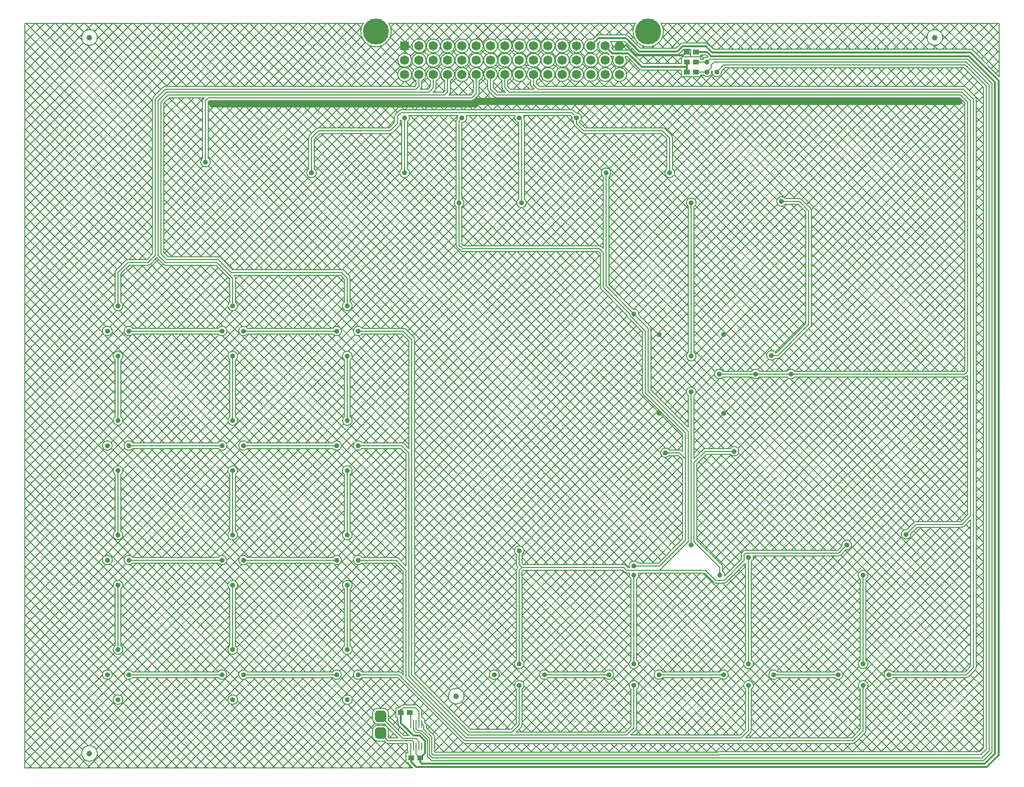
<source format=gbl>
%FSAX25Y25*%
%MOIN*%
G70*
G01*
G75*
G04 Layer_Physical_Order=2*
G04 Layer_Color=16711680*
%ADD10C,0.00787*%
%ADD11C,0.03937*%
%ADD12C,0.02362*%
%ADD13C,0.10000*%
%ADD14C,0.00800*%
%ADD15C,0.03937*%
%ADD16C,0.00600*%
%ADD17C,0.05000*%
%ADD18C,0.01200*%
%ADD19C,0.02000*%
%ADD20C,0.06496*%
%ADD21R,0.06496X0.06496*%
%ADD22C,0.18110*%
%ADD23C,0.03600*%
%ADD24O,0.00984X0.05709*%
%ADD25R,0.03937X0.03740*%
G04:AMPARAMS|DCode=26|XSize=78.74mil|YSize=78.74mil|CornerRadius=19.69mil|HoleSize=0mil|Usage=FLASHONLY|Rotation=0.000|XOffset=0mil|YOffset=0mil|HoleType=Round|Shape=RoundedRectangle|*
%AMROUNDEDRECTD26*
21,1,0.07874,0.03937,0,0,0.0*
21,1,0.03937,0.07874,0,0,0.0*
1,1,0.03937,0.01969,-0.01969*
1,1,0.03937,-0.01969,-0.01969*
1,1,0.03937,-0.01969,0.01969*
1,1,0.03937,0.01969,0.01969*
%
%ADD26ROUNDEDRECTD26*%
G54D14*
X0124687Y0168400D02*
G03*
X0124687Y0168400I-0005487J0000000D01*
G01*
X0142600Y0205900D02*
G03*
X0142600Y0205900I-0003400J0000000D01*
G01*
X0135100Y0223400D02*
G03*
X0135100Y0223400I-0003400J0000000D01*
G01*
X0137200Y0243650D02*
G03*
X0142600Y0240900I0002000J-0002750D01*
G01*
D02*
G03*
X0141200Y0243650I-0003400J0000000D01*
G01*
X0149450Y0225400D02*
G03*
X0149450Y0221400I-0002750J-0002000D01*
G01*
X0141200Y0283151D02*
G03*
X0142600Y0285900I-0002000J0002750D01*
G01*
D02*
G03*
X0137200Y0283151I-0003400J0000000D01*
G01*
X0135100Y0303400D02*
G03*
X0135100Y0303400I-0003400J0000000D01*
G01*
X0149450Y0305400D02*
G03*
X0149450Y0301400I-0002750J-0002000D01*
G01*
X0222600Y0205900D02*
G03*
X0222600Y0205900I-0003400J0000000D01*
G01*
X0208950Y0221400D02*
G03*
X0215100Y0223400I0002750J0002000D01*
G01*
X0229450Y0225400D02*
G03*
X0229450Y0221400I-0002750J-0002000D01*
G01*
X0215100Y0223400D02*
G03*
X0208950Y0225400I-0003400J0000000D01*
G01*
X0295100Y0223400D02*
G03*
X0288950Y0225400I-0003400J0000000D01*
G01*
Y0221400D02*
G03*
X0295100Y0223400I0002750J0002000D01*
G01*
X0217200Y0243650D02*
G03*
X0222600Y0240900I0002000J-0002750D01*
G01*
Y0285900D02*
G03*
X0217200Y0283151I-0003400J0000000D01*
G01*
X0222600Y0240900D02*
G03*
X0221200Y0243650I-0003400J0000000D01*
G01*
Y0283151D02*
G03*
X0222600Y0285900I-0002000J0002750D01*
G01*
X0208950Y0301400D02*
G03*
X0215100Y0303400I0002750J0002000D01*
G01*
D02*
G03*
X0208950Y0305400I-0003400J0000000D01*
G01*
X0229450D02*
G03*
X0229450Y0301400I-0002750J-0002000D01*
G01*
X0288950D02*
G03*
X0295100Y0303400I0002750J0002000D01*
G01*
D02*
G03*
X0288950Y0305400I-0003400J0000000D01*
G01*
X0142600Y0320900D02*
G03*
X0141200Y0323650I-0003400J0000000D01*
G01*
X0137200D02*
G03*
X0142600Y0320900I0002000J-0002750D01*
G01*
X0141200Y0363151D02*
G03*
X0142600Y0365900I-0002000J0002750D01*
G01*
D02*
G03*
X0137200Y0363151I-0003400J0000000D01*
G01*
X0135100Y0383400D02*
G03*
X0135100Y0383400I-0003400J0000000D01*
G01*
X0142600Y0400900D02*
G03*
X0141200Y0403650I-0003400J0000000D01*
G01*
X0137200D02*
G03*
X0142600Y0400900I0002000J-0002750D01*
G01*
X0149450Y0385400D02*
G03*
X0149450Y0381400I-0002750J-0002000D01*
G01*
X0217200Y0323650D02*
G03*
X0222600Y0320900I0002000J-0002750D01*
G01*
D02*
G03*
X0221200Y0323650I-0003400J0000000D01*
G01*
X0222600Y0365900D02*
G03*
X0217200Y0363151I-0003400J0000000D01*
G01*
X0221200D02*
G03*
X0222600Y0365900I-0002000J0002750D01*
G01*
X0215100Y0383400D02*
G03*
X0208950Y0385400I-0003400J0000000D01*
G01*
Y0381400D02*
G03*
X0215100Y0383400I0002750J0002000D01*
G01*
X0217200Y0403650D02*
G03*
X0222600Y0400900I0002000J-0002750D01*
G01*
X0229450Y0385400D02*
G03*
X0229450Y0381400I-0002750J-0002000D01*
G01*
X0222600Y0400900D02*
G03*
X0221200Y0403650I-0003400J0000000D01*
G01*
X0295100Y0383400D02*
G03*
X0288950Y0385400I-0003400J0000000D01*
G01*
Y0381400D02*
G03*
X0295100Y0383400I0002750J0002000D01*
G01*
X0316773Y0180526D02*
G03*
X0320342Y0176957I0003568J0000000D01*
G01*
X0325991Y0175986D02*
G03*
X0327405Y0175400I0001414J0001414D01*
G01*
X0325987Y0175989D02*
G03*
X0327405Y0175400I0001417J0001411D01*
G01*
X0324279Y0176957D02*
G03*
X0324954Y0177022I0000000J0003568D01*
G01*
X0327783Y0179850D02*
G03*
X0327847Y0180526I-0003504J0000675D01*
G01*
X0320342Y0188031D02*
G03*
X0316773Y0184463I0000000J-0003568D01*
G01*
X0327847D02*
G03*
X0326853Y0186934I-0003568J0000000D01*
G01*
X0316773Y0192337D02*
G03*
X0320342Y0188768I0003568J0000000D01*
G01*
Y0199843D02*
G03*
X0316773Y0196274I0000000J-0003568D01*
G01*
X0326750Y0187037D02*
G03*
X0324279Y0188031I-0002472J-0002574D01*
G01*
Y0188768D02*
G03*
X0324954Y0188833I0000000J0003568D01*
G01*
X0327847Y0196274D02*
G03*
X0324279Y0199843I-0003568J0000000D01*
G01*
X0302600Y0205900D02*
G03*
X0302600Y0205900I-0003400J0000000D01*
G01*
X0297200Y0243650D02*
G03*
X0302600Y0240900I0002000J-0002750D01*
G01*
X0309450Y0225400D02*
G03*
X0309450Y0221400I-0002750J-0002000D01*
G01*
X0302600Y0240900D02*
G03*
X0301200Y0243650I-0003400J0000000D01*
G01*
X0327783Y0191661D02*
G03*
X0327847Y0192337I-0003504J0000675D01*
G01*
X0334398Y0189602D02*
G03*
X0335047Y0188042I0002200J0000000D01*
G01*
X0334398Y0189602D02*
G03*
X0335043Y0188046I0002200J0000000D01*
G01*
X0341219Y0170742D02*
G03*
X0341311Y0170128I0002092J0000000D01*
G01*
X0341611Y0161930D02*
G03*
X0342196Y0160893I0002137J0000522D01*
G01*
X0341611Y0161930D02*
G03*
X0342192Y0160897I0002137J0000522D01*
G01*
X0360054Y0179900D02*
G03*
X0359469Y0181314I-0002000J0000000D01*
G01*
X0360054Y0179900D02*
G03*
X0359466Y0181317I-0002000J0000000D01*
G01*
X0379786Y0175986D02*
G03*
X0381200Y0175400I0001414J0001414D01*
G01*
X0379783Y0175989D02*
G03*
X0381200Y0175400I0001417J0001411D01*
G01*
X0351216Y0197984D02*
G03*
X0350627Y0199401I-0002000J0000000D01*
G01*
X0353277Y0191411D02*
G03*
X0351216Y0193503I-0002092J0000000D01*
G01*
X0335832Y0200761D02*
G03*
X0335168Y0200370I0000766J-0002062D01*
G01*
X0351216Y0197984D02*
G03*
X0350630Y0199398I-0002000J0000000D01*
G01*
X0354554Y0187778D02*
G03*
X0353969Y0189192I-0002000J0000000D01*
G01*
X0354554Y0187778D02*
G03*
X0353965Y0189195I-0002000J0000000D01*
G01*
X0338300Y0202400D02*
G03*
X0336883Y0201811I0000000J-0002000D01*
G01*
X0338300Y0202400D02*
G03*
X0336886Y0201814I0000000J-0002000D01*
G01*
X0336614Y0224814D02*
G03*
X0335200Y0225400I-0001414J-0001414D01*
G01*
X0336617Y0224811D02*
G03*
X0335200Y0225400I-0001417J-0001411D01*
G01*
X0348217Y0201811D02*
G03*
X0346800Y0202400I-0001417J-0001411D01*
G01*
X0348214Y0201814D02*
G03*
X0346800Y0202400I-0001414J-0001414D01*
G01*
X0380687Y0208400D02*
G03*
X0380687Y0208400I-0005487J0000000D01*
G01*
X0405100Y0223400D02*
G03*
X0405100Y0223400I-0003400J0000000D01*
G01*
X0301200Y0283151D02*
G03*
X0302600Y0285900I-0002000J0002750D01*
G01*
D02*
G03*
X0297200Y0283151I-0003400J0000000D01*
G01*
X0309450Y0305400D02*
G03*
X0309450Y0301400I-0002750J-0002000D01*
G01*
X0297200Y0323650D02*
G03*
X0302600Y0320900I0002000J-0002750D01*
G01*
Y0365900D02*
G03*
X0297200Y0363151I-0003400J0000000D01*
G01*
X0301200D02*
G03*
X0302600Y0365900I-0002000J0002750D01*
G01*
Y0320900D02*
G03*
X0301200Y0323650I-0003400J0000000D01*
G01*
X0302600Y0400900D02*
G03*
X0301200Y0403650I-0003400J0000000D01*
G01*
X0297200D02*
G03*
X0302600Y0400900I0002000J-0002750D01*
G01*
X0309450Y0385400D02*
G03*
X0309450Y0381400I-0002750J-0002000D01*
G01*
X0334614Y0304814D02*
G03*
X0333200Y0305400I-0001414J-0001414D01*
G01*
X0334617Y0304811D02*
G03*
X0333200Y0305400I-0001417J-0001411D01*
G01*
X0338617Y0384811D02*
G03*
X0337200Y0385400I-0001417J-0001411D01*
G01*
X0338614Y0384814D02*
G03*
X0337200Y0385400I-0001414J-0001414D01*
G01*
X0135100Y0463400D02*
G03*
X0135100Y0463400I-0003400J0000000D01*
G01*
X0142600Y0445900D02*
G03*
X0137200Y0443151I-0003400J0000000D01*
G01*
X0141200D02*
G03*
X0142600Y0445900I-0002000J0002750D01*
G01*
X0149450Y0465400D02*
G03*
X0149450Y0461400I-0002750J-0002000D01*
G01*
X0137200Y0483649D02*
G03*
X0142600Y0480900I0002000J-0002750D01*
G01*
D02*
G03*
X0141200Y0483649I-0003400J0000000D01*
G01*
X0137786Y0505814D02*
G03*
X0137200Y0504400I0001414J-0001414D01*
G01*
X0137789Y0505817D02*
G03*
X0137200Y0504400I0001411J-0001417D01*
G01*
X0160200Y0509400D02*
G03*
X0161614Y0509986I0000000J0002000D01*
G01*
X0160200Y0509400D02*
G03*
X0161617Y0509989I0000000J0002000D01*
G01*
X0146200Y0513400D02*
G03*
X0144783Y0512811I0000000J-0002000D01*
G01*
X0146200Y0513400D02*
G03*
X0144786Y0512814I0000000J-0002000D01*
G01*
X0170786Y0509986D02*
G03*
X0172200Y0509400I0001414J0001414D01*
G01*
X0170783Y0509989D02*
G03*
X0172200Y0509400I0001417J0001411D01*
G01*
X0222600Y0445900D02*
G03*
X0217200Y0443151I-0003400J0000000D01*
G01*
X0208950Y0461400D02*
G03*
X0215100Y0463400I0002750J0002000D01*
G01*
X0221200Y0443151D02*
G03*
X0222600Y0445900I-0002000J0002750D01*
G01*
X0215100Y0463400D02*
G03*
X0208950Y0465400I-0003400J0000000D01*
G01*
X0229450D02*
G03*
X0229450Y0461400I-0002750J-0002000D01*
G01*
X0301200Y0443151D02*
G03*
X0302600Y0445900I-0002000J0002750D01*
G01*
D02*
G03*
X0297200Y0443151I-0003400J0000000D01*
G01*
X0288950Y0461400D02*
G03*
X0295100Y0463400I0002750J0002000D01*
G01*
X0309450Y0465400D02*
G03*
X0309450Y0461400I-0002750J-0002000D01*
G01*
X0295100Y0463400D02*
G03*
X0288950Y0465400I-0003400J0000000D01*
G01*
X0217200Y0483649D02*
G03*
X0222600Y0480900I0002000J-0002750D01*
G01*
X0221200Y0500400D02*
G03*
X0220611Y0501817I-0002000J0000000D01*
G01*
X0222600Y0480900D02*
G03*
X0221200Y0483649I-0003400J0000000D01*
G01*
Y0500400D02*
G03*
X0220614Y0501814I-0002000J0000000D01*
G01*
X0203600Y0581400D02*
G03*
X0202200Y0584150I-0003400J0000000D01*
G01*
X0198200D02*
G03*
X0203600Y0581400I0002000J-0002750D01*
G01*
X0210614Y0514814D02*
G03*
X0209200Y0515400I-0001414J-0001414D01*
G01*
X0210617Y0514811D02*
G03*
X0209200Y0515400I-0001417J-0001411D01*
G01*
X0297200Y0483649D02*
G03*
X0302600Y0480900I0002000J-0002750D01*
G01*
D02*
G03*
X0301200Y0483649I-0003400J0000000D01*
G01*
Y0500400D02*
G03*
X0300614Y0501814I-0002000J0000000D01*
G01*
X0301200Y0500400D02*
G03*
X0300611Y0501817I-0002000J0000000D01*
G01*
X0272200Y0576650D02*
G03*
X0277600Y0573900I0002000J-0002750D01*
G01*
X0296614Y0505814D02*
G03*
X0295200Y0506400I-0001414J-0001414D01*
G01*
X0277600Y0573900D02*
G03*
X0276200Y0576650I-0003400J0000000D01*
G01*
X0296617Y0505811D02*
G03*
X0295200Y0506400I-0001417J-0001411D01*
G01*
X0124687Y0668400D02*
G03*
X0124687Y0668400I-0005487J0000000D01*
G01*
X0163786Y0626814D02*
G03*
X0163200Y0625400I0001414J-0001414D01*
G01*
X0163789Y0626817D02*
G03*
X0163200Y0625400I0001411J-0001417D01*
G01*
X0172200Y0634400D02*
G03*
X0170786Y0633814I0000000J-0002000D01*
G01*
X0172200Y0634400D02*
G03*
X0170783Y0633811I0000000J-0002000D01*
G01*
X0272786Y0599814D02*
G03*
X0272200Y0598400I0001414J-0001414D01*
G01*
X0272789Y0599817D02*
G03*
X0272200Y0598400I0001411J-0001417D01*
G01*
X0279200Y0605400D02*
G03*
X0277786Y0604814I0000000J-0002000D01*
G01*
X0279200Y0605400D02*
G03*
X0277783Y0604811I0000000J-0002000D01*
G01*
X0329200Y0601400D02*
G03*
X0330614Y0601986I0000000J0002000D01*
G01*
X0329200Y0601400D02*
G03*
X0330617Y0601989I0000000J0002000D01*
G01*
X0198786Y0625814D02*
G03*
X0198200Y0624400I0001414J-0001414D01*
G01*
X0198789Y0625817D02*
G03*
X0198200Y0624400I0001411J-0001417D01*
G01*
X0310305Y0678400D02*
G03*
X0329855Y0672534I0008895J-0005866D01*
G01*
D02*
G03*
X0328095Y0678400I-0010655J0000000D01*
G01*
X0346200Y0457400D02*
G03*
X0345614Y0458814I-0002000J0000000D01*
G01*
X0346200Y0457400D02*
G03*
X0345611Y0458817I-0002000J0000000D01*
G01*
X0339614Y0464814D02*
G03*
X0338200Y0465400I-0001414J-0001414D01*
G01*
X0339617Y0464811D02*
G03*
X0338200Y0465400I-0001417J-0001411D01*
G01*
X0335611Y0606983D02*
G03*
X0336200Y0608400I-0001411J0001417D01*
G01*
X0335614Y0606986D02*
G03*
X0336200Y0608400I-0001414J0001414D01*
G01*
X0332786Y0614814D02*
G03*
X0332200Y0613400I0001414J-0001414D01*
G01*
X0332789Y0614817D02*
G03*
X0332200Y0613400I0001411J-0001417D01*
G01*
X0336200Y0610800D02*
G03*
X0337200Y0609651I0003000J0001600D01*
G01*
X0336700Y0617900D02*
G03*
X0335286Y0617314I0000000J-0002000D01*
G01*
X0336700Y0617900D02*
G03*
X0335283Y0617311I0000000J-0002000D01*
G01*
X0342600Y0573900D02*
G03*
X0341200Y0576650I-0003400J0000000D01*
G01*
X0337200D02*
G03*
X0342600Y0573900I0002000J-0002750D01*
G01*
X0341200Y0609651D02*
G03*
X0342600Y0612400I-0002000J0002750D01*
G01*
D02*
G03*
X0342251Y0613900I-0003400J0000000D01*
G01*
X0378286Y0519486D02*
G03*
X0379700Y0518900I0001414J0001414D01*
G01*
X0378283Y0519489D02*
G03*
X0379700Y0518900I0001417J0001411D01*
G01*
X0375200Y0523400D02*
G03*
X0375789Y0521983I0002000J0000000D01*
G01*
X0375200Y0523400D02*
G03*
X0375786Y0521986I0002000J0000000D01*
G01*
X0375200Y0555650D02*
G03*
X0375200Y0550150I0002000J-0002750D01*
G01*
X0379200D02*
G03*
X0380600Y0552900I-0002000J0002750D01*
G01*
D02*
G03*
X0379200Y0555650I-0003400J0000000D01*
G01*
X0375786Y0611814D02*
G03*
X0375200Y0610400I0001414J-0001414D01*
G01*
X0375789Y0611817D02*
G03*
X0375200Y0610400I0001411J-0001417D01*
G01*
X0379200Y0609000D02*
G03*
X0382600Y0612400I0000000J0003400D01*
G01*
X0376149Y0613900D02*
G03*
X0375842Y0611870I0003051J-0001500D01*
G01*
X0382600Y0612400D02*
G03*
X0382251Y0613900I-0003400J0000000D01*
G01*
X0370611Y0628983D02*
G03*
X0371200Y0630400I-0001411J0001417D01*
G01*
X0370614Y0628986D02*
G03*
X0371200Y0630400I-0001414J0001414D01*
G01*
X0386200Y0624400D02*
G03*
X0387614Y0624986I0000000J0002000D01*
G01*
X0386200Y0624400D02*
G03*
X0387617Y0624989I0000000J0002000D01*
G01*
X0390611Y0627983D02*
G03*
X0391200Y0629400I-0001411J0001417D01*
G01*
X0390614Y0627986D02*
G03*
X0391200Y0629400I-0001414J0001414D01*
G01*
X0401786Y0626986D02*
G03*
X0403200Y0626400I0001414J0001414D01*
G01*
X0401783Y0626989D02*
G03*
X0403200Y0626400I0001417J0001411D01*
G01*
X0350611Y0632983D02*
G03*
X0351200Y0634400I-0001411J0001417D01*
G01*
X0350614Y0632986D02*
G03*
X0351200Y0634400I-0001414J0001414D01*
G01*
X0344048Y0642534D02*
G03*
X0344048Y0642534I-0004848J0000000D01*
G01*
X0351200Y0638118D02*
G03*
X0354048Y0642534I-0002000J0004416D01*
G01*
D02*
G03*
X0347200Y0638118I-0004848J0000000D01*
G01*
X0360611Y0631983D02*
G03*
X0361200Y0633400I-0001411J0001417D01*
G01*
X0360614Y0631986D02*
G03*
X0361200Y0633400I-0001414J0001414D01*
G01*
Y0638118D02*
G03*
X0364048Y0642534I-0002000J0004416D01*
G01*
D02*
G03*
X0357200Y0638118I-0004848J0000000D01*
G01*
X0371200D02*
G03*
X0374048Y0642534I-0002000J0004416D01*
G01*
D02*
G03*
X0367200Y0638118I-0004848J0000000D01*
G01*
X0344048Y0652534D02*
G03*
X0344048Y0652534I-0004848J0000000D01*
G01*
X0354048D02*
G03*
X0354048Y0652534I-0004848J0000000D01*
G01*
Y0662534D02*
G03*
X0354048Y0662534I-0004848J0000000D01*
G01*
X0364048Y0652534D02*
G03*
X0364048Y0652534I-0004848J0000000D01*
G01*
X0374048D02*
G03*
X0374048Y0652534I-0004848J0000000D01*
G01*
X0364048Y0662534D02*
G03*
X0364048Y0662534I-0004848J0000000D01*
G01*
X0374048D02*
G03*
X0374048Y0662534I-0004848J0000000D01*
G01*
X0397200Y0632400D02*
G03*
X0397789Y0630983I0002000J0000000D01*
G01*
X0397200Y0632400D02*
G03*
X0397786Y0630986I0002000J0000000D01*
G01*
X0384048Y0642534D02*
G03*
X0384048Y0642534I-0004848J0000000D01*
G01*
X0394048D02*
G03*
X0387200Y0638118I-0004848J0000000D01*
G01*
X0391200D02*
G03*
X0394048Y0642534I-0002000J0004416D01*
G01*
X0407200Y0633400D02*
G03*
X0407786Y0631986I0002000J0000000D01*
G01*
X0407200Y0633400D02*
G03*
X0407789Y0631983I0002000J0000000D01*
G01*
X0404048Y0642534D02*
G03*
X0397200Y0638118I-0004848J0000000D01*
G01*
X0401200D02*
G03*
X0404048Y0642534I-0002000J0004416D01*
G01*
X0411200Y0638118D02*
G03*
X0414048Y0642534I-0002000J0004416D01*
G01*
D02*
G03*
X0407200Y0638118I-0004848J0000000D01*
G01*
X0384048Y0652534D02*
G03*
X0384048Y0652534I-0004848J0000000D01*
G01*
X0394048D02*
G03*
X0394048Y0652534I-0004848J0000000D01*
G01*
X0384048Y0662534D02*
G03*
X0384048Y0662534I-0004848J0000000D01*
G01*
X0394048D02*
G03*
X0394048Y0662534I-0004848J0000000D01*
G01*
X0414048Y0652534D02*
G03*
X0414048Y0652534I-0004848J0000000D01*
G01*
X0404048D02*
G03*
X0404048Y0652534I-0004848J0000000D01*
G01*
Y0662534D02*
G03*
X0404048Y0662534I-0004848J0000000D01*
G01*
X0414048D02*
G03*
X0414048Y0662534I-0004848J0000000D01*
G01*
X0420611Y0186983D02*
G03*
X0421200Y0188400I-0001411J0001417D01*
G01*
X0420614Y0186986D02*
G03*
X0421200Y0188400I-0001414J0001414D01*
G01*
X0422600Y0215900D02*
G03*
X0417200Y0213151I-0003400J0000000D01*
G01*
X0421200D02*
G03*
X0422600Y0215900I-0002000J0002750D01*
G01*
Y0230900D02*
G03*
X0421200Y0233649I-0003400J0000000D01*
G01*
X0417200D02*
G03*
X0422600Y0230900I0002000J-0002750D01*
G01*
X0439450Y0225400D02*
G03*
X0439450Y0221400I-0002750J-0002000D01*
G01*
X0500611Y0184983D02*
G03*
X0501200Y0186400I-0001411J0001417D01*
G01*
X0500614Y0184986D02*
G03*
X0501200Y0186400I-0001414J0001414D01*
G01*
X0502600Y0215900D02*
G03*
X0497200Y0213151I-0003400J0000000D01*
G01*
X0485100Y0223400D02*
G03*
X0478951Y0225400I-0003400J0000000D01*
G01*
Y0221400D02*
G03*
X0485100Y0223400I0002750J0002000D01*
G01*
X0497200Y0233649D02*
G03*
X0502600Y0230900I0002000J-0002750D01*
G01*
X0580611Y0182983D02*
G03*
X0581200Y0184400I-0001411J0001417D01*
G01*
X0501200Y0213151D02*
G03*
X0502600Y0215900I-0002000J0002750D01*
G01*
X0519450Y0225400D02*
G03*
X0519450Y0221400I-0002750J-0002000D01*
G01*
X0502600Y0230900D02*
G03*
X0501200Y0233649I-0003400J0000000D01*
G01*
X0554783Y0287989D02*
G03*
X0556200Y0287400I0001417J0001411D01*
G01*
X0554786Y0287986D02*
G03*
X0556200Y0287400I0001414J0001414D01*
G01*
X0562387D02*
G03*
X0563801Y0287986I0000000J0002000D01*
G01*
X0562387Y0287400D02*
G03*
X0563804Y0287989I0000000J0002000D01*
G01*
X0558951Y0221400D02*
G03*
X0565100Y0223400I0002750J0002000D01*
G01*
X0580614Y0182986D02*
G03*
X0581200Y0184400I-0001414J0001414D01*
G01*
Y0213151D02*
G03*
X0582600Y0215900I-0002000J0002750D01*
G01*
D02*
G03*
X0577200Y0213151I-0003400J0000000D01*
G01*
X0565100Y0223400D02*
G03*
X0558951Y0225400I-0003400J0000000D01*
G01*
X0582600Y0230900D02*
G03*
X0581200Y0233649I-0003400J0000000D01*
G01*
X0577200D02*
G03*
X0582600Y0230900I0002000J-0002750D01*
G01*
X0492783Y0294989D02*
G03*
X0494200Y0294400I0001417J0001411D01*
G01*
X0492786Y0294986D02*
G03*
X0494200Y0294400I0001414J0001414D01*
G01*
X0496149D02*
G03*
X0497200Y0290150I0003051J-0001500D01*
G01*
X0501200D02*
G03*
X0502600Y0292900I-0002000J0002750D01*
G01*
D02*
G03*
X0502251Y0294400I-0003400J0000000D01*
G01*
X0417786Y0298064D02*
G03*
X0417200Y0296650I0001414J-0001414D01*
G01*
X0417789Y0298067D02*
G03*
X0417200Y0296650I0001411J-0001417D01*
G01*
Y0300150D02*
G03*
X0417786Y0298736I0002000J0000000D01*
G01*
X0417200Y0300150D02*
G03*
X0417789Y0298733I0002000J0000000D01*
G01*
X0493617Y0299811D02*
G03*
X0492200Y0300400I-0001417J-0001411D01*
G01*
X0493614Y0299814D02*
G03*
X0492200Y0300400I-0001414J-0001414D01*
G01*
X0422600Y0309900D02*
G03*
X0417200Y0307151I-0003400J0000000D01*
G01*
X0421200D02*
G03*
X0422600Y0309900I-0002000J0002750D01*
G01*
X0501950Y0301400D02*
G03*
X0495950Y0298400I-0002750J-0002000D01*
G01*
X0505200Y0420400D02*
G03*
X0505789Y0418983I0002000J0000000D01*
G01*
X0505200Y0420400D02*
G03*
X0505786Y0418986I0002000J0000000D01*
G01*
X0561200Y0298400D02*
G03*
X0560611Y0299817I-0002000J0000000D01*
G01*
X0562564Y0292405D02*
G03*
X0562600Y0292900I-0003364J0000495D01*
G01*
D02*
G03*
X0561200Y0295650I-0003400J0000000D01*
G01*
Y0298400D02*
G03*
X0560614Y0299814I-0002000J0000000D01*
G01*
X0574786Y0308814D02*
G03*
X0574200Y0307400I0001414J-0001414D01*
G01*
X0574789Y0308817D02*
G03*
X0574200Y0307400I0001411J-0001417D01*
G01*
X0581200Y0302650D02*
G03*
X0582600Y0305400I-0002000J0002750D01*
G01*
X0577200Y0310400D02*
G03*
X0575783Y0309811I0000000J-0002000D01*
G01*
X0577200Y0310400D02*
G03*
X0575786Y0309814I0000000J-0002000D01*
G01*
X0582600Y0305400D02*
G03*
X0582450Y0306400I-0003400J0000000D01*
G01*
X0523949Y0380400D02*
G03*
X0523949Y0376400I-0002750J-0002000D01*
G01*
X0532617Y0379811D02*
G03*
X0531200Y0380400I-0001417J-0001411D01*
G01*
X0532614Y0379814D02*
G03*
X0531200Y0380400I-0001414J-0001414D01*
G01*
X0549106Y0381400D02*
G03*
X0547692Y0380814I0000000J-0002000D01*
G01*
X0541200Y0418151D02*
G03*
X0542600Y0420900I-0002000J0002750D01*
G01*
D02*
G03*
X0537200Y0418151I-0003400J0000000D01*
G01*
X0566451Y0377400D02*
G03*
X0572600Y0379400I0002750J0002000D01*
G01*
D02*
G03*
X0566451Y0381400I-0003400J0000000D01*
G01*
X0549106D02*
G03*
X0547688Y0380811I0000000J-0002000D01*
G01*
X0581487Y0431351D02*
G03*
X0586913Y0431351I0002713J0002049D01*
G01*
X0561425Y0435351D02*
G03*
X0561425Y0431351I-0002750J-0002000D01*
G01*
X0586985Y0435351D02*
G03*
X0581415Y0435351I-0002785J-0001951D01*
G01*
X0652200Y0175400D02*
G03*
X0653614Y0175986I0000000J0002000D01*
G01*
X0652200Y0175400D02*
G03*
X0653617Y0175989I0000000J0002000D01*
G01*
X0599449Y0225400D02*
G03*
X0599449Y0221400I-0002750J-0002000D01*
G01*
X0638950D02*
G03*
X0645100Y0223400I0002750J0002000D01*
G01*
D02*
G03*
X0638950Y0225400I-0003400J0000000D01*
G01*
X0642200Y0306400D02*
G03*
X0643614Y0306986I0000000J0002000D01*
G01*
X0642200Y0306400D02*
G03*
X0643617Y0306989I0000000J0002000D01*
G01*
X0657200Y0233649D02*
G03*
X0662600Y0230900I0002000J-0002750D01*
G01*
Y0292900D02*
G03*
X0657200Y0290150I-0003400J0000000D01*
G01*
X0660611Y0182983D02*
G03*
X0661200Y0184400I-0001411J0001417D01*
G01*
X0660614Y0182986D02*
G03*
X0661200Y0184400I-0001414J0001414D01*
G01*
Y0213151D02*
G03*
X0662600Y0215900I-0002000J0002750D01*
G01*
D02*
G03*
X0657200Y0213151I-0003400J0000000D01*
G01*
X0679950Y0225400D02*
G03*
X0679950Y0221400I-0002750J-0002000D01*
G01*
X0731200D02*
G03*
X0732614Y0221986I0000000J0002000D01*
G01*
X0731200Y0221400D02*
G03*
X0732617Y0221989I0000000J0002000D01*
G01*
X0662600Y0230900D02*
G03*
X0661200Y0233649I-0003400J0000000D01*
G01*
Y0290150D02*
G03*
X0662600Y0292900I-0002000J0002750D01*
G01*
X0737611Y0226983D02*
G03*
X0738200Y0228400I-0001411J0001417D01*
G01*
X0737614Y0226986D02*
G03*
X0738200Y0228400I-0001414J0001414D01*
G01*
X0647170Y0310542D02*
G03*
X0651100Y0313900I0000530J0003358D01*
G01*
D02*
G03*
X0644342Y0313370I-0003400J0000000D01*
G01*
X0605987Y0431351D02*
G03*
X0611449Y0431400I0002713J0002049D01*
G01*
Y0435400D02*
G03*
X0605915Y0435351I-0002750J-0002000D01*
G01*
X0689730Y0324758D02*
G03*
X0692600Y0321400I-0000530J-0003358D01*
G01*
D02*
G03*
X0692558Y0321930I-0003400J0000000D01*
G01*
X0728200Y0326400D02*
G03*
X0729614Y0326986I0000000J0002000D01*
G01*
X0696200Y0330400D02*
G03*
X0694786Y0329814I0000000J-0002000D01*
G01*
X0696200Y0330400D02*
G03*
X0694783Y0329811I0000000J-0002000D01*
G01*
X0728200Y0326400D02*
G03*
X0729617Y0326989I0000000J0002000D01*
G01*
X0730200Y0431400D02*
G03*
X0731614Y0431986I0000000J0002000D01*
G01*
X0730200Y0431400D02*
G03*
X0731617Y0431989I0000000J0002000D01*
G01*
X0418700Y0555650D02*
G03*
X0424100Y0552900I0002000J-0002750D01*
G01*
D02*
G03*
X0422700Y0555650I-0003400J0000000D01*
G01*
X0457200Y0608400D02*
G03*
X0457789Y0606983I0002000J0000000D01*
G01*
X0457200Y0608400D02*
G03*
X0457786Y0606986I0002000J0000000D01*
G01*
X0416149Y0613900D02*
G03*
X0418700Y0609037I0003051J-0001500D01*
G01*
X0422700Y0610900D02*
G03*
X0422529Y0611709I-0002000J0000000D01*
G01*
D02*
G03*
X0422600Y0612400I-0003329J0000691D01*
G01*
D02*
G03*
X0422251Y0613900I-0003400J0000000D01*
G01*
X0422700Y0610900D02*
G03*
X0422529Y0611709I-0002000J0000000D01*
G01*
X0427200Y0635400D02*
G03*
X0427789Y0633983I0002000J0000000D01*
G01*
X0427200Y0635400D02*
G03*
X0427786Y0633986I0002000J0000000D01*
G01*
X0457117Y0617311D02*
G03*
X0455700Y0617900I-0001417J-0001411D01*
G01*
X0457114Y0617314D02*
G03*
X0455700Y0617900I-0001414J-0001414D01*
G01*
X0455842Y0612930D02*
G03*
X0457200Y0609651I0003358J-0000530D01*
G01*
X0461200D02*
G03*
X0462600Y0612400I-0002000J0002750D01*
G01*
D02*
G03*
X0458670Y0615758I-0003400J0000000D01*
G01*
X0494400Y0474140D02*
G03*
X0494989Y0472723I0002000J0000000D01*
G01*
X0494400Y0474140D02*
G03*
X0494986Y0472726I0002000J0000000D01*
G01*
X0475700Y0493900D02*
G03*
X0476286Y0492486I0002000J0000000D01*
G01*
X0475700Y0493900D02*
G03*
X0476289Y0492483I0002000J0000000D01*
G01*
X0496623Y0471089D02*
G03*
X0496945Y0470826I0001417J0001411D01*
G01*
X0496626Y0471086D02*
G03*
X0496945Y0470826I0001414J0001414D01*
G01*
X0502558Y0474770D02*
G03*
X0502600Y0475300I-0003358J0000530D01*
G01*
D02*
G03*
X0498670Y0478658I-0003400J0000000D01*
G01*
X0476614Y0522314D02*
G03*
X0475200Y0522900I-0001414J-0001414D01*
G01*
X0476617Y0522311D02*
G03*
X0475200Y0522900I-0001417J-0001411D01*
G01*
X0511200Y0465300D02*
G03*
X0510611Y0466717I-0002000J0000000D01*
G01*
X0511200Y0465300D02*
G03*
X0510614Y0466714I-0002000J0000000D01*
G01*
X0462783Y0601989D02*
G03*
X0464200Y0601400I0001417J0001411D01*
G01*
X0483100Y0573900D02*
G03*
X0477700Y0571150I-0003400J0000000D01*
G01*
X0462786Y0601986D02*
G03*
X0464200Y0601400I0001414J0001414D01*
G01*
X0481700Y0571150D02*
G03*
X0483100Y0573900I-0002000J0002750D01*
G01*
X0522200Y0576650D02*
G03*
X0527600Y0573900I0002000J-0002750D01*
G01*
D02*
G03*
X0526200Y0576650I-0003400J0000000D01*
G01*
Y0598400D02*
G03*
X0525611Y0599817I-0002000J0000000D01*
G01*
X0526200Y0598400D02*
G03*
X0525614Y0599814I-0002000J0000000D01*
G01*
X0520617Y0604811D02*
G03*
X0519200Y0605400I-0001417J-0001411D01*
G01*
X0520614Y0604814D02*
G03*
X0519200Y0605400I-0001414J-0001414D01*
G01*
X0424048Y0642534D02*
G03*
X0424048Y0642534I-0004848J0000000D01*
G01*
X0434048D02*
G03*
X0427200Y0638118I-0004848J0000000D01*
G01*
X0431200D02*
G03*
X0434048Y0642534I-0002000J0004416D01*
G01*
X0444048D02*
G03*
X0444048Y0642534I-0004848J0000000D01*
G01*
X0424048Y0652534D02*
G03*
X0424048Y0652534I-0004848J0000000D01*
G01*
X0434048D02*
G03*
X0434048Y0652534I-0004848J0000000D01*
G01*
X0444048D02*
G03*
X0444048Y0652534I-0004848J0000000D01*
G01*
X0454048Y0642534D02*
G03*
X0454048Y0642534I-0004848J0000000D01*
G01*
X0464048D02*
G03*
X0464048Y0642534I-0004848J0000000D01*
G01*
X0474048D02*
G03*
X0474048Y0642534I-0004848J0000000D01*
G01*
X0464048Y0652534D02*
G03*
X0464048Y0652534I-0004848J0000000D01*
G01*
X0454048D02*
G03*
X0454048Y0652534I-0004848J0000000D01*
G01*
X0474048D02*
G03*
X0474048Y0652534I-0004848J0000000D01*
G01*
X0434048Y0662534D02*
G03*
X0434048Y0662534I-0004848J0000000D01*
G01*
X0424048D02*
G03*
X0424048Y0662534I-0004848J0000000D01*
G01*
X0444048D02*
G03*
X0444048Y0662534I-0004848J0000000D01*
G01*
X0454048D02*
G03*
X0454048Y0662534I-0004848J0000000D01*
G01*
X0475529Y0665700D02*
G03*
X0480597Y0657892I0003671J-0003166D01*
G01*
X0474048Y0662534D02*
G03*
X0473810Y0664033I-0004848J0000000D01*
G01*
X0464048Y0662534D02*
G03*
X0464048Y0662534I-0004848J0000000D01*
G01*
X0470699Y0667144D02*
G03*
X0474048Y0662534I-0001499J-0004610D01*
G01*
X0474566Y0670100D02*
G03*
X0473010Y0669456I0000000J-0002200D01*
G01*
X0474566Y0670100D02*
G03*
X0473007Y0669452I0000000J-0002200D01*
G01*
X0484048Y0642534D02*
G03*
X0484048Y0642534I-0004848J0000000D01*
G01*
X0494048D02*
G03*
X0494048Y0642534I-0004848J0000000D01*
G01*
X0503144Y0646344D02*
G03*
X0504700Y0645700I0001556J0001556D01*
G01*
X0503140Y0646348D02*
G03*
X0504700Y0645700I0001560J0001552D01*
G01*
X0481990Y0656498D02*
G03*
X0484048Y0652534I-0002790J-0003965D01*
G01*
D02*
G03*
X0482980Y0655569I-0004848J0000000D01*
G01*
X0482980Y0655569D02*
G03*
X0484200Y0655200I0001220J0001831D01*
G01*
X0482980Y0655569D02*
G03*
X0484200Y0655200I0001220J0001831D01*
G01*
X0494048Y0652534D02*
G03*
X0493249Y0655200I-0004848J0000000D01*
G01*
X0485151D02*
G03*
X0494048Y0652534I0004049J-0002666D01*
G01*
X0483777Y0660935D02*
G03*
X0484048Y0662534I-0004577J0001599D01*
G01*
D02*
G03*
X0482871Y0665700I-0004848J0000000D01*
G01*
X0496756Y0658956D02*
G03*
X0495200Y0659600I-0001556J-0001556D01*
G01*
X0496760Y0658952D02*
G03*
X0495200Y0659600I-0001560J-0001552D01*
G01*
X0495260Y0669452D02*
G03*
X0493700Y0670100I-0001560J-0001552D01*
G01*
X0495256Y0669456D02*
G03*
X0493700Y0670100I-0001556J-0001556D01*
G01*
X0501340Y0657148D02*
G03*
X0502900Y0656500I0001560J0001552D01*
G01*
X0501344Y0657144D02*
G03*
X0502900Y0656500I0001556J0001556D01*
G01*
X0529500D02*
G03*
X0531056Y0657144I0000000J0002200D01*
G01*
X0529500Y0656500D02*
G03*
X0531060Y0657148I0000000J0002200D01*
G01*
X0519855Y0672534D02*
G03*
X0518095Y0678400I-0010655J0000000D01*
G01*
X0500305D02*
G03*
X0519855Y0672534I0008895J-0005866D01*
G01*
X0533200Y0664600D02*
G03*
X0531640Y0663952I0000000J-0002200D01*
G01*
X0533200Y0664600D02*
G03*
X0531644Y0663956I0000000J-0002200D01*
G01*
X0542600Y0445900D02*
G03*
X0541200Y0448650I-0003400J0000000D01*
G01*
X0537200D02*
G03*
X0542600Y0445900I0002000J-0002750D01*
G01*
X0597950Y0448400D02*
G03*
X0597950Y0444400I-0002750J-0002000D01*
G01*
X0599700D02*
G03*
X0601114Y0444986I0000000J0002000D01*
G01*
X0599700Y0444400D02*
G03*
X0601117Y0444989I0000000J0002000D01*
G01*
X0542600Y0552900D02*
G03*
X0537200Y0550150I-0003400J0000000D01*
G01*
X0541200D02*
G03*
X0542600Y0552900I-0002000J0002750D01*
G01*
X0604950Y0555900D02*
G03*
X0604950Y0551900I-0002750J-0002000D01*
G01*
X0616114Y0555314D02*
G03*
X0614700Y0555900I-0001414J-0001414D01*
G01*
X0616117Y0555311D02*
G03*
X0614700Y0555900I-0001417J-0001411D01*
G01*
X0622611Y0466483D02*
G03*
X0623200Y0467900I-0001411J0001417D01*
G01*
X0622614Y0466486D02*
G03*
X0623200Y0467900I-0001414J0001414D01*
G01*
Y0547400D02*
G03*
X0622614Y0548814I-0002000J0000000D01*
G01*
X0623200Y0547400D02*
G03*
X0622611Y0548817I-0002000J0000000D01*
G01*
X0547450Y0642400D02*
G03*
X0553600Y0644400I0002750J0002000D01*
G01*
D02*
G03*
X0553558Y0644930I-0003400J0000000D01*
G01*
X0560516Y0644400D02*
G03*
X0560474Y0644930I-0003400J0000000D01*
G01*
X0553806Y0645178D02*
G03*
X0560516Y0644400I0003310J-0000778D01*
G01*
X0550730Y0654759D02*
G03*
X0547450Y0653400I-0000530J-0003358D01*
G01*
X0550871Y0663952D02*
G03*
X0549311Y0664600I-0001560J-0001552D01*
G01*
X0550867Y0663956D02*
G03*
X0549311Y0664600I-0001556J-0001556D01*
G01*
X0730617Y0633811D02*
G03*
X0729200Y0634400I-0001417J-0001411D01*
G01*
X0730614Y0633814D02*
G03*
X0729200Y0634400I-0001414J-0001414D01*
G01*
X0738200Y0625400D02*
G03*
X0737614Y0626814I-0002000J0000000D01*
G01*
X0738200Y0625400D02*
G03*
X0737611Y0626817I-0002000J0000000D01*
G01*
X0714687Y0668400D02*
G03*
X0714687Y0668400I-0005487J0000000D01*
G01*
X0735759Y0659452D02*
G03*
X0734200Y0660100I-0001560J-0001552D01*
G01*
X0735756Y0659456D02*
G03*
X0734200Y0660100I-0001556J-0001556D01*
G01*
X0384200Y0183400D02*
X0414200D01*
X0344200Y0223400D02*
X0384200Y0183400D01*
X0383200Y0181400D02*
X0494200D01*
X0342200Y0222400D02*
X0383200Y0181400D01*
X0382200Y0179400D02*
X0574200D01*
X0340200Y0221400D02*
X0382200Y0179400D01*
X0381200Y0177400D02*
X0652200D01*
X0327405D02*
X0344580D01*
X0358054Y0163400D02*
X0743200D01*
X0355054Y0166400D02*
X0358054Y0163400D01*
X0355054Y0166400D02*
Y0177900D01*
X0356554Y0167400D02*
X0358554Y0165400D01*
X0359054Y0167400D02*
X0373200D01*
X0358054Y0168400D02*
X0359054Y0167400D01*
X0358054Y0168400D02*
Y0179900D01*
X0352554Y0185400D02*
X0358054Y0179900D01*
X0352554Y0185400D02*
Y0187778D01*
X0351185Y0189147D02*
X0352554Y0187778D01*
X0358554Y0165400D02*
X0742200D01*
X0356554Y0167400D02*
Y0178900D01*
X0351054Y0184400D02*
X0356554Y0178900D01*
X0348300Y0184400D02*
X0351054D01*
X0350054Y0182900D02*
X0355054Y0177900D01*
X0347248Y0182900D02*
X0350054D01*
X0349216Y0189147D02*
Y0197984D01*
X0346800Y0200400D02*
X0349216Y0197984D01*
X0338300Y0200400D02*
X0346800D01*
X0336598Y0198698D02*
X0338300Y0200400D01*
X0347248Y0168199D02*
Y0173006D01*
Y0168199D02*
X0350047Y0165400D01*
X0343311Y0165837D02*
Y0173006D01*
X0749200Y0169400D02*
Y0636400D01*
X0732200Y0653400D02*
X0749200Y0636400D01*
X0347001Y0178916D02*
X0349216Y0176701D01*
Y0173006D02*
Y0176701D01*
X0344580Y0177400D02*
X0345279Y0176701D01*
Y0173006D02*
Y0176701D01*
Y0184869D02*
Y0189147D01*
Y0184869D02*
X0347248Y0182900D01*
Y0185452D02*
X0348300Y0184400D01*
X0347248Y0185452D02*
Y0189147D01*
X0343311D02*
Y0196687D01*
X0517200Y0296400D02*
X0549200D01*
X0499200Y0475300D02*
X0509200Y0465300D01*
X0517200Y0296400D02*
X0537200Y0316400D01*
X0494200Y0296400D02*
X0517200D01*
X0521200Y0378400D02*
X0531200D01*
X0535200Y0374400D01*
Y0317400D02*
Y0374400D01*
X0577200Y0308400D02*
X0642200D01*
X0576200Y0307400D02*
X0577200Y0308400D01*
X0576200Y0303213D02*
Y0307400D01*
X0562387Y0289400D02*
X0576200Y0303213D01*
X0556200Y0289400D02*
X0562387D01*
X0549200Y0296400D02*
X0556200Y0289400D01*
X0419200Y0296650D02*
X0420950Y0298400D01*
X0492200D01*
X0494200Y0296400D01*
X0517200Y0299400D02*
X0535200Y0317400D01*
X0499200Y0299400D02*
X0517200D01*
X0539200Y0313900D02*
Y0420900D01*
X0549106Y0379400D02*
X0569200D01*
X0541200Y0371494D02*
X0549106Y0379400D01*
X0558676Y0433351D02*
X0608651D01*
X0559200Y0292900D02*
Y0298400D01*
X0541200Y0316400D02*
X0559200Y0298400D01*
X0541200Y0316400D02*
Y0371494D01*
X0659200Y0230900D02*
Y0292900D01*
X0579200Y0230900D02*
Y0305400D01*
X0499200Y0230900D02*
Y0292900D01*
X0399200Y0632400D02*
Y0642534D01*
Y0632400D02*
X0403200Y0628400D01*
X0727200D01*
X0732200Y0623400D01*
Y0435400D02*
Y0623400D01*
X0730200Y0433400D02*
X0732200Y0435400D01*
X0608700Y0433400D02*
X0730200D01*
X0340200Y0221400D02*
Y0296400D01*
X0342200Y0222400D02*
Y0378400D01*
X0409200Y0633400D02*
Y0642534D01*
Y0633400D02*
X0412200Y0630400D01*
X0728200D01*
X0734200Y0624400D01*
Y0334400D02*
Y0624400D01*
X0728200Y0328400D02*
X0734200Y0334400D01*
X0696200Y0328400D02*
X0728200D01*
X0689200Y0321400D02*
X0696200Y0328400D01*
X0432200Y0632400D02*
X0729200D01*
X0736200Y0625400D01*
Y0228400D02*
Y0625400D01*
X0731200Y0223400D02*
X0736200Y0228400D01*
X0677200Y0223400D02*
X0731200D01*
X0499200Y0186400D02*
Y0215900D01*
X0494200Y0181400D02*
X0499200Y0186400D01*
X0337200Y0383400D02*
X0342200Y0378400D01*
X0306700Y0383400D02*
X0337200D01*
X0659200Y0184400D02*
Y0215900D01*
X0579200Y0184400D02*
Y0215900D01*
X0574200Y0179400D02*
X0579200Y0184400D01*
X0333200Y0303400D02*
X0340200Y0296400D01*
X0306700Y0303400D02*
X0333200D01*
X0652200Y0177400D02*
X0659200Y0184400D01*
X0335200Y0223400D02*
X0381200Y0177400D01*
X0306700Y0223400D02*
X0335200D01*
X0139200Y0480900D02*
Y0504400D01*
X0146200Y0511400D01*
X0160200D01*
X0165200Y0516400D01*
Y0625400D01*
X0167200Y0516400D02*
Y0624400D01*
Y0516400D02*
X0172200Y0511400D01*
X0169200Y0517400D02*
X0173200Y0513400D01*
X0169200Y0517400D02*
Y0623400D01*
X0218200Y0504400D02*
X0295200D01*
X0299200Y0500400D01*
Y0480900D02*
Y0500400D01*
X0369200Y0630400D02*
Y0642534D01*
X0367200Y0628400D02*
X0369200Y0630400D01*
X0200200Y0581400D02*
Y0624400D01*
X0429200Y0635400D02*
X0432200Y0632400D01*
X0429200Y0635400D02*
Y0642534D01*
X0542350Y0651400D02*
X0550200D01*
X0542350Y0644400D02*
X0550200D01*
X0349200Y0634400D02*
Y0642534D01*
X0347200Y0632400D02*
X0349200Y0634400D01*
X0172200Y0632400D02*
X0347200D01*
X0359200Y0633400D02*
Y0642534D01*
X0356200Y0630400D02*
X0359200Y0633400D01*
X0173200Y0630400D02*
X0356200D01*
X0174200Y0628400D02*
X0367200D01*
X0389200Y0629400D02*
Y0642534D01*
X0386200Y0626400D02*
X0389200Y0629400D01*
X0202200Y0626400D02*
X0386200D01*
X0596700Y0223400D02*
X0641700D01*
X0516700D02*
X0561700D01*
X0436700D02*
X0481700D01*
X0173200Y0513400D02*
X0209200D01*
X0219200Y0480900D02*
Y0500400D01*
X0299200Y0400900D02*
Y0445900D01*
Y0320900D02*
Y0365900D01*
Y0240900D02*
Y0285900D01*
X0219200Y0240900D02*
Y0285900D01*
Y0320900D02*
Y0365900D01*
Y0400900D02*
Y0445900D01*
X0226700Y0303400D02*
X0291700D01*
X0146700D02*
X0211700D01*
X0146700Y0223400D02*
X0211700D01*
X0226700D02*
X0291700D01*
X0139200Y0400900D02*
Y0445900D01*
Y0320900D02*
Y0365900D01*
Y0240900D02*
Y0285900D01*
X0172200Y0511400D02*
X0208200D01*
X0219200Y0500400D01*
X0200200Y0624400D02*
X0202200Y0626400D01*
X0165200Y0625400D02*
X0172200Y0632400D01*
X0167200Y0624400D02*
X0173200Y0630400D01*
X0169200Y0623400D02*
X0174200Y0628400D01*
X0209200Y0513400D02*
X0218200Y0504400D01*
X0146700Y0383400D02*
X0211700D01*
X0226700D02*
X0291700D01*
X0642200Y0308400D02*
X0647700Y0313900D01*
X0595200Y0446400D02*
X0599700D01*
X0621200Y0467900D01*
Y0547400D01*
X0614700Y0553900D02*
X0621200Y0547400D01*
X0602200Y0553900D02*
X0614700D01*
X0539200Y0445900D02*
Y0552900D01*
X0509200Y0421400D02*
Y0465300D01*
Y0421400D02*
X0537200Y0393400D01*
Y0316400D02*
Y0393400D01*
X0479700Y0494800D02*
Y0573900D01*
Y0494800D02*
X0499200Y0475300D01*
X0535200Y0374400D02*
Y0392400D01*
X0507200Y0420400D02*
X0535200Y0392400D01*
X0507200Y0420400D02*
Y0463400D01*
X0498100Y0472500D02*
X0507200Y0463400D01*
X0498040Y0472500D02*
X0498100D01*
X0496400Y0474140D02*
X0498040Y0472500D01*
X0496400Y0474140D02*
Y0475200D01*
X0477700Y0493900D02*
X0496400Y0475200D01*
X0477700Y0493900D02*
Y0518400D01*
X0475200Y0520900D02*
X0477700Y0518400D01*
X0379700Y0520900D02*
X0475200D01*
X0377200Y0523400D02*
X0379700Y0520900D01*
X0377200Y0523400D02*
Y0552900D01*
X0419200Y0230900D02*
Y0296650D01*
Y0188400D02*
Y0215900D01*
X0414200Y0183400D02*
X0419200Y0188400D01*
X0344200Y0223400D02*
Y0457400D01*
X0338200Y0463400D02*
X0344200Y0457400D01*
X0306700Y0463400D02*
X0338200D01*
X0226700D02*
X0291700D01*
X0146700D02*
X0211700D01*
X0339200Y0573900D02*
Y0612400D01*
X0377200Y0552900D02*
Y0610400D01*
X0379200Y0612400D01*
X0420700Y0552900D02*
Y0610900D01*
X0419200Y0612400D02*
X0420700Y0610900D01*
X0524200Y0573900D02*
Y0598400D01*
X0519200Y0603400D02*
X0524200Y0598400D01*
X0464200Y0603400D02*
X0519200D01*
X0459200Y0608400D02*
X0464200Y0603400D01*
X0459200Y0608400D02*
Y0612400D01*
X0274200Y0573900D02*
Y0598400D01*
X0279200Y0603400D01*
X0329200D01*
X0334200Y0608400D01*
Y0613400D01*
X0336700Y0615900D01*
X0455700D01*
X0459200Y0612400D01*
X0419200Y0300150D02*
X0420950Y0298400D01*
X0419200Y0300150D02*
Y0309900D01*
X0550200Y0651400D02*
X0552200Y0653400D01*
X0732200D01*
X0743200Y0163400D02*
X0749200Y0169400D01*
X0550200Y0644400D02*
X0553200Y0647400D01*
Y0649400D01*
X0555200Y0651400D01*
X0731200D01*
X0747200Y0635400D01*
Y0170400D02*
Y0635400D01*
X0742200Y0165400D02*
X0747200Y0170400D01*
X0557116Y0644400D02*
X0561916Y0649200D01*
X0730289D01*
X0745000Y0634489D01*
Y0171311D02*
Y0634489D01*
X0741289Y0167600D02*
X0745000Y0171311D01*
X0373200Y0167400D02*
X0741289Y0167600D01*
X0322310Y0194306D02*
X0337700Y0178916D01*
X0322310Y0182494D02*
X0327405Y0177400D01*
X0337700Y0178916D02*
X0347001D01*
X0074200Y0183753D02*
X0099553Y0158400D01*
X0074200Y0197329D02*
X0113129Y0158400D01*
X0074200Y0204117D02*
X0119917Y0158400D01*
X0074200Y0163388D02*
X0079188Y0158400D01*
X0074200Y0170176D02*
X0085976Y0158400D01*
X0074200Y0176964D02*
X0092764Y0158400D01*
X0074200Y0190541D02*
X0106341Y0158400D01*
X0110882D02*
X0116254Y0163771D01*
X0104094Y0158400D02*
X0113725Y0168031D01*
X0121627Y0163479D02*
X0126706Y0158400D01*
X0124579Y0167315D02*
X0133494Y0158400D01*
X0074200Y0176023D02*
X0136735Y0238558D01*
X0074200Y0182812D02*
X0137200Y0245812D01*
X0074200Y0189600D02*
X0137200Y0252600D01*
X0074200Y0209964D02*
X0137200Y0272965D01*
X0074200Y0196388D02*
X0137200Y0259388D01*
X0074200Y0203176D02*
X0137200Y0266176D01*
X0074200Y0162447D02*
X0131754Y0220000D01*
X0090518Y0158400D02*
X0136278Y0204161D01*
X0074200Y0162447D02*
X0131754Y0220000D01*
X0074200Y0210906D02*
X0114279Y0170827D01*
X0074200Y0217694D02*
X0118115Y0173779D01*
X0074200Y0169235D02*
X0128301Y0223336D01*
X0083729Y0158400D02*
X0145535Y0220206D01*
X0117671Y0158400D02*
X0180671Y0221400D01*
X0097306Y0158400D02*
X0160306Y0221400D01*
X0119569Y0173875D02*
X0167094Y0221400D01*
X0131247Y0158400D02*
X0194247Y0221400D01*
X0123829Y0171346D02*
X0173882Y0221400D01*
X0142090Y0204109D02*
X0187800Y0158400D01*
X0146561Y0220003D02*
X0208164Y0158400D01*
X0132804Y0220184D02*
X0194588Y0158400D01*
X0144824D02*
X0207824Y0221400D01*
X0140939Y0208822D02*
X0153518Y0221400D01*
X0074200Y0224482D02*
X0140282Y0158400D01*
X0074200Y0238058D02*
X0153858Y0158400D01*
X0074200Y0244847D02*
X0160647Y0158400D01*
X0074200Y0272000D02*
X0137409Y0208790D01*
X0074200Y0231270D02*
X0147070Y0158400D01*
X0074200Y0265211D02*
X0181011Y0158400D01*
X0138035D02*
X0201035Y0221400D01*
X0151953D02*
X0214952Y0158400D01*
X0134598Y0225178D02*
X0201376Y0158400D01*
X0076941D02*
X0143976Y0225435D01*
X0074200Y0251635D02*
X0167435Y0158400D01*
X0124459D02*
X0187459Y0221400D01*
X0074200Y0258423D02*
X0174223Y0158400D01*
X0074200Y0216753D02*
X0137200Y0279753D01*
X0074200Y0223541D02*
X0135871Y0285211D01*
X0074200Y0278788D02*
X0128484Y0224504D01*
X0074200Y0285576D02*
X0133478Y0226298D01*
X0141624Y0238516D02*
X0154741Y0225400D01*
X0137200Y0243650D02*
Y0283151D01*
X0141200Y0243650D02*
Y0283151D01*
X0074200Y0292364D02*
X0143303Y0223261D01*
X0074200Y0299152D02*
X0146556Y0226797D01*
X0074200Y0230329D02*
X0144598Y0300727D01*
X0074200Y0250694D02*
X0129117Y0305611D01*
X0074200Y0243906D02*
X0130509Y0300215D01*
X0074200Y0312729D02*
X0137200Y0249729D01*
X0074200Y0305941D02*
X0136816Y0243324D01*
X0142490Y0285043D02*
X0158847Y0301400D01*
X0139889Y0289230D02*
X0152059Y0301400D01*
X0141200Y0259305D02*
X0175105Y0225400D01*
X0135100Y0223346D02*
X0211754Y0300000D01*
X0135100Y0223346D02*
X0211754Y0300000D01*
X0141200Y0245729D02*
X0161529Y0225400D01*
X0141200Y0252517D02*
X0168317Y0225400D01*
X0141200Y0266094D02*
X0181894Y0225400D01*
X0141200Y0272882D02*
X0188682Y0225400D01*
X0149450Y0221400D02*
X0208950D01*
X0147830Y0300193D02*
X0223493Y0224530D01*
X0141200Y0279670D02*
X0195470Y0225400D01*
X0149450D02*
X0208950D01*
X0142515Y0285144D02*
X0202258Y0225400D01*
X0141200Y0249812D02*
X0192788Y0301400D01*
X0133755Y0300691D02*
X0208991Y0225455D01*
X0131764Y0226799D02*
X0206365Y0301400D01*
X0141200Y0276964D02*
X0165636Y0301400D01*
X0141200Y0263388D02*
X0179212Y0301400D01*
X0141200Y0270176D02*
X0172424Y0301400D01*
X0144665Y0226124D02*
X0223976Y0305435D01*
X0150730Y0225400D02*
X0225535Y0300206D01*
X0153411Y0301400D02*
X0228575Y0226236D01*
X0141542Y0243365D02*
X0199577Y0301400D01*
X0141200Y0256600D02*
X0186000Y0301400D01*
X0149450D02*
X0208950D01*
X0149450Y0305400D02*
X0208950D01*
X0171976Y0158400D02*
X0216938Y0203362D01*
X0179105Y0221400D02*
X0242105Y0158400D01*
X0178765D02*
X0241765Y0221400D01*
X0158741D02*
X0221741Y0158400D01*
X0165188D02*
X0226789Y0220001D01*
X0165529Y0221400D02*
X0228529Y0158400D01*
X0185894Y0221400D02*
X0248894Y0158400D01*
X0185553D02*
X0248553Y0221400D01*
X0199470D02*
X0215942Y0204928D01*
X0221738Y0208162D02*
X0234977Y0221400D01*
X0206258D02*
X0218444Y0209215D01*
X0184671Y0225400D02*
X0217200Y0257929D01*
X0172317Y0221400D02*
X0235317Y0158400D01*
X0158400D02*
X0223301Y0223301D01*
X0157518Y0225400D02*
X0216279Y0284161D01*
X0177882Y0225400D02*
X0217200Y0264718D01*
X0171094Y0225400D02*
X0217200Y0271506D01*
X0191459Y0225400D02*
X0217200Y0251141D01*
X0205035Y0225400D02*
X0217558Y0237923D01*
X0198247Y0225400D02*
X0217200Y0244353D01*
X0205918Y0158400D02*
X0268918Y0221400D01*
X0213755Y0220691D02*
X0276047Y0158400D01*
X0212706D02*
X0275706Y0221400D01*
X0192341Y0158400D02*
X0255341Y0221400D01*
X0199129Y0158400D02*
X0262129Y0221400D01*
X0192682D02*
X0255682Y0158400D01*
X0218228Y0202642D02*
X0262470Y0158400D01*
X0222515Y0205144D02*
X0269258Y0158400D01*
X0219494D02*
X0282494Y0221400D01*
X0229450D02*
X0288950D01*
X0227830Y0220193D02*
X0289623Y0158400D01*
X0226282D02*
X0289096Y0221214D01*
X0221200Y0260764D02*
X0256564Y0225400D01*
X0233411Y0221400D02*
X0296411Y0158400D01*
X0221200Y0267552D02*
X0263352Y0225400D01*
X0221200Y0274341D02*
X0270141Y0225400D01*
X0238977D02*
X0296938Y0283362D01*
X0222530Y0286587D02*
X0283717Y0225400D01*
X0280929Y0221400D02*
X0295850Y0206479D01*
X0279706Y0225400D02*
X0295864Y0241559D01*
X0266129Y0225400D02*
X0297200Y0256471D01*
X0272918Y0225400D02*
X0297200Y0249682D01*
X0259341Y0225400D02*
X0297200Y0263259D01*
X0164306Y0225400D02*
X0217200Y0278294D01*
X0166988Y0301400D02*
X0217200Y0251188D01*
X0200929Y0301400D02*
X0215850Y0286479D01*
X0180564Y0301400D02*
X0217200Y0264764D01*
X0222234Y0239366D02*
X0236199Y0225400D01*
X0221200Y0247188D02*
X0242988Y0225400D01*
X0217200Y0243650D02*
Y0283151D01*
X0221200Y0243650D02*
Y0283151D01*
X0187352Y0301400D02*
X0217200Y0271552D01*
X0160199Y0301400D02*
X0217200Y0244399D01*
X0173776Y0301400D02*
X0217200Y0257976D01*
X0203577Y0305400D02*
X0216735Y0318558D01*
X0207717Y0301400D02*
X0219887Y0289230D01*
X0194141Y0301400D02*
X0217200Y0278341D01*
X0221200Y0282294D02*
X0240306Y0301400D01*
X0220939Y0288822D02*
X0233518Y0301400D01*
X0218739Y0317531D02*
X0230870Y0305400D01*
X0221200Y0253976D02*
X0249776Y0225400D01*
X0221200Y0281129D02*
X0276929Y0225400D01*
X0212975Y0226552D02*
X0287824Y0301400D01*
X0221200Y0268718D02*
X0253883Y0301400D01*
X0221200Y0248353D02*
X0274247Y0301400D01*
X0221200Y0261929D02*
X0260671Y0301400D01*
X0222177Y0242542D02*
X0281035Y0301400D01*
X0229450Y0225400D02*
X0288950D01*
X0245765D02*
X0297200Y0276835D01*
X0221200Y0255141D02*
X0267459Y0301400D01*
X0297200Y0243650D02*
Y0283151D01*
X0229450Y0301400D02*
X0288950D01*
X0214473Y0301432D02*
X0289733Y0226173D01*
X0241658Y0301400D02*
X0297200Y0245858D01*
X0234870Y0301400D02*
X0295831Y0240439D01*
X0221200Y0275506D02*
X0247094Y0301400D01*
X0248446D02*
X0297200Y0252646D01*
X0229450Y0305400D02*
X0288950D01*
X0268811Y0301400D02*
X0297200Y0273011D01*
X0255235Y0301400D02*
X0297200Y0259435D01*
X0262023Y0301400D02*
X0297200Y0266223D01*
X0275599Y0301400D02*
X0297200Y0279799D01*
X0282388Y0301400D02*
X0296231Y0287557D01*
X0074200Y0284635D02*
X0137200Y0347635D01*
X0074200Y0339882D02*
X0137200Y0276882D01*
X0074200Y0277847D02*
X0137200Y0340847D01*
X0074200Y0346670D02*
X0135942Y0284928D01*
X0074200Y0353458D02*
X0138444Y0289215D01*
X0074200Y0291423D02*
X0137200Y0354423D01*
X0074200Y0257482D02*
X0136139Y0319421D01*
X0074200Y0319517D02*
X0137200Y0256517D01*
X0074200Y0326305D02*
X0137200Y0263305D01*
X0074200Y0271059D02*
X0137200Y0334059D01*
X0074200Y0264270D02*
X0137200Y0327270D01*
X0074200Y0333094D02*
X0137200Y0270094D01*
X0074200Y0360247D02*
X0128991Y0305455D01*
X0074200Y0298212D02*
X0137200Y0361211D01*
X0074200Y0305000D02*
X0135894Y0366694D01*
X0074200Y0325364D02*
X0129579Y0380743D01*
X0074200Y0387400D02*
X0137200Y0324399D01*
X0074200Y0394188D02*
X0137200Y0331188D01*
X0074200Y0158400D02*
Y0678400D01*
X0137200Y0323650D02*
Y0363151D01*
X0074200Y0332153D02*
X0139567Y0397520D01*
X0074200Y0338941D02*
X0135817Y0400558D01*
X0074200Y0400976D02*
X0137200Y0337976D01*
X0074200Y0407764D02*
X0137200Y0344764D01*
X0141200Y0333976D02*
X0169776Y0305400D01*
X0141200Y0340764D02*
X0176564Y0305400D01*
X0074200Y0367035D02*
X0282835Y0158400D01*
X0141200Y0327188D02*
X0162988Y0305400D01*
X0141200Y0347552D02*
X0183352Y0305400D01*
X0141200Y0354341D02*
X0190141Y0305400D01*
X0141200Y0361129D02*
X0196929Y0305400D01*
X0141200Y0323650D02*
Y0363151D01*
X0142234Y0319366D02*
X0156200Y0305400D01*
X0142530Y0366587D02*
X0203717Y0305400D01*
X0074200Y0373823D02*
X0143493Y0304530D01*
X0129489Y0305983D02*
X0204906Y0381400D01*
X0134473Y0381433D02*
X0209733Y0306173D01*
X0074200Y0311788D02*
X0143893Y0381481D01*
X0074200Y0380611D02*
X0148575Y0306236D01*
X0074200Y0318576D02*
X0258024Y0502400D01*
X0134885Y0304591D02*
X0210509Y0380215D01*
X0148775Y0380707D02*
X0224007Y0305475D01*
X0149373Y0305502D02*
X0224598Y0380727D01*
X0141200Y0338059D02*
X0184541Y0381400D01*
X0141200Y0344847D02*
X0177753Y0381400D01*
X0141200Y0324482D02*
X0198118Y0381400D01*
X0141200Y0331270D02*
X0191330Y0381400D01*
X0074200Y0352517D02*
X0137200Y0415517D01*
X0074200Y0345729D02*
X0137200Y0408729D01*
X0074200Y0414552D02*
X0137200Y0351552D01*
X0074200Y0428129D02*
X0135850Y0366479D01*
X0074200Y0421341D02*
X0137200Y0358341D01*
X0074200Y0366094D02*
X0137200Y0429094D01*
X0074200Y0359306D02*
X0137200Y0422306D01*
X0074200Y0379670D02*
X0137200Y0442670D01*
X0074200Y0434917D02*
X0139887Y0369230D01*
X0074200Y0372882D02*
X0137200Y0435882D01*
X0074200Y0406823D02*
X0128879Y0461502D01*
X0074200Y0441705D02*
X0129733Y0386173D01*
X0074200Y0468858D02*
X0137200Y0405858D01*
X0074200Y0462070D02*
X0135831Y0400438D01*
X0141200Y0403650D02*
Y0443151D01*
X0074200Y0393247D02*
X0143428Y0462475D01*
X0137200Y0403650D02*
Y0443151D01*
X0074200Y0475646D02*
X0137200Y0412646D01*
X0074200Y0413611D02*
X0138230Y0477641D01*
X0138406Y0369206D02*
X0150600Y0381400D01*
X0141200Y0351635D02*
X0170965Y0381400D01*
X0138739Y0397532D02*
X0150870Y0385400D01*
X0141200Y0408646D02*
X0164446Y0385400D01*
X0141200Y0415435D02*
X0171235Y0385400D01*
X0141200Y0422223D02*
X0178023Y0385400D01*
X0141200Y0358423D02*
X0164177Y0381400D01*
X0142537Y0366549D02*
X0157388Y0381400D01*
X0142574Y0400484D02*
X0157658Y0385400D01*
X0149450Y0381400D02*
X0208950D01*
X0149450Y0385400D02*
X0208950D01*
X0074200Y0455282D02*
X0144007Y0385475D01*
X0130252Y0460324D02*
X0205176Y0385400D01*
X0134357Y0385521D02*
X0209579Y0460743D01*
X0074200Y0386458D02*
X0148000Y0460258D01*
X0134953Y0462411D02*
X0210711Y0386653D01*
X0074200Y0400035D02*
X0183565Y0509400D01*
X0141200Y0429011D02*
X0184811Y0385400D01*
X0141200Y0435799D02*
X0191599Y0385400D01*
X0141200Y0442588D02*
X0198388Y0385400D01*
X0141200Y0405941D02*
X0196659Y0461400D01*
X0141200Y0412729D02*
X0189871Y0461400D01*
X0142580Y0400533D02*
X0203447Y0461400D01*
X0148619Y0386207D02*
X0223893Y0461481D01*
X0183212Y0305400D02*
X0217200Y0339388D01*
X0196788Y0305400D02*
X0217200Y0325812D01*
X0190000Y0305400D02*
X0217200Y0332600D01*
X0162847Y0305400D02*
X0217200Y0359753D01*
X0176424Y0305400D02*
X0217200Y0346176D01*
X0169635Y0305400D02*
X0217200Y0352964D01*
X0222574Y0320484D02*
X0237658Y0305400D01*
X0221200Y0328646D02*
X0244446Y0305400D01*
X0217200Y0323650D02*
Y0363151D01*
X0221200Y0323650D02*
Y0363151D01*
X0154870Y0381400D02*
X0215831Y0320439D01*
X0156059Y0305400D02*
X0215870Y0365212D01*
X0161658Y0381400D02*
X0217200Y0325858D01*
X0182023Y0381400D02*
X0217200Y0346223D01*
X0168447Y0381400D02*
X0217200Y0332646D01*
X0175235Y0381400D02*
X0217200Y0339435D01*
X0188811Y0381400D02*
X0217200Y0353011D01*
X0221200Y0356964D02*
X0245636Y0381400D01*
X0195599D02*
X0217200Y0359799D01*
X0222490Y0365043D02*
X0238847Y0381400D01*
X0221200Y0342223D02*
X0258023Y0305400D01*
X0215100Y0303346D02*
X0291754Y0380000D01*
X0215100Y0303346D02*
X0291754Y0380000D01*
X0221200Y0335435D02*
X0251235Y0305400D01*
X0221200Y0349011D02*
X0264811Y0305400D01*
X0221200Y0355799D02*
X0271599Y0305400D01*
X0221200Y0362588D02*
X0278388Y0305400D01*
X0244306D02*
X0297200Y0358294D01*
X0237518Y0305400D02*
X0296279Y0364161D01*
X0297200Y0323650D02*
Y0363151D01*
X0271459Y0305400D02*
X0297200Y0331141D01*
X0264671Y0305400D02*
X0297200Y0337929D01*
X0210252Y0380324D02*
X0285176Y0305400D01*
X0211764Y0306799D02*
X0286365Y0381400D01*
X0214953Y0382411D02*
X0290711Y0306653D01*
X0221200Y0343388D02*
X0259212Y0381400D01*
X0221200Y0329812D02*
X0272788Y0381400D01*
X0221200Y0336600D02*
X0266000Y0381400D01*
X0221542Y0323365D02*
X0279577Y0381400D01*
X0243117D02*
X0297200Y0327317D01*
X0236329Y0381400D02*
X0295923Y0321806D01*
X0249905Y0381400D02*
X0297200Y0334105D01*
X0221200Y0350176D02*
X0252424Y0381400D01*
X0277058D02*
X0297200Y0361258D01*
X0263482Y0381400D02*
X0297200Y0347682D01*
X0202388Y0381400D02*
X0216231Y0367557D01*
X0202118Y0385400D02*
X0216139Y0399421D01*
X0195330Y0385400D02*
X0217200Y0407270D01*
X0219888Y0369230D02*
X0232059Y0381400D01*
X0220106Y0397623D02*
X0232329Y0385400D01*
X0222358Y0402158D02*
X0239117Y0385400D01*
X0221200Y0410105D02*
X0245905Y0385400D01*
X0154600D02*
X0215894Y0446694D01*
X0168177Y0385400D02*
X0217200Y0434423D01*
X0161389Y0385400D02*
X0217200Y0441212D01*
X0156329Y0461400D02*
X0215923Y0401806D01*
X0149540Y0461400D02*
X0224753Y0386187D01*
X0163117Y0461400D02*
X0217200Y0407317D01*
X0181753Y0385400D02*
X0217200Y0420847D01*
X0188541Y0385400D02*
X0217200Y0414059D01*
X0221200Y0416893D02*
X0252694Y0385400D01*
X0174965D02*
X0217200Y0427635D01*
Y0403650D02*
Y0443151D01*
X0221200Y0423682D02*
X0259482Y0385400D01*
X0221200Y0403650D02*
Y0443151D01*
Y0430470D02*
X0266270Y0385400D01*
X0229450Y0381400D02*
X0288950D01*
X0229450Y0385400D02*
X0288950D01*
X0249636D02*
X0297200Y0432965D01*
X0263212Y0385400D02*
X0297200Y0419388D01*
X0256424Y0385400D02*
X0297200Y0426176D01*
X0283846Y0381400D02*
X0296870Y0368376D01*
X0283577Y0385400D02*
X0296735Y0398558D01*
X0276788Y0385400D02*
X0297200Y0405812D01*
X0270000Y0385400D02*
X0297200Y0412600D01*
X0221200Y0437258D02*
X0273058Y0385400D01*
X0212020Y0460015D02*
X0286635Y0385400D01*
X0214885Y0384591D02*
X0290510Y0460215D01*
X0221200Y0404482D02*
X0278118Y0461400D01*
X0209489Y0385983D02*
X0284906Y0461400D01*
X0215083Y0463740D02*
X0292040Y0386783D01*
X0221676Y0443570D02*
X0279846Y0385400D01*
X0242847D02*
X0297200Y0439753D01*
X0236059Y0385400D02*
X0295870Y0445211D01*
X0237788Y0461400D02*
X0296383Y0402804D01*
X0221200Y0411270D02*
X0271330Y0461400D01*
X0297200Y0403650D02*
Y0443151D01*
X0244576Y0461400D02*
X0297200Y0408776D01*
X0294165Y0158400D02*
X0316773Y0181009D01*
X0307741Y0158400D02*
X0325659Y0176318D01*
X0300953Y0158400D02*
X0319590Y0177038D01*
X0316773Y0180526D02*
Y0184463D01*
X0320342Y0176957D02*
X0324279D01*
X0324954Y0177022D02*
X0325987Y0175989D01*
X0327847Y0180526D02*
Y0184463D01*
X0253435Y0158400D02*
X0297826Y0202790D01*
X0253776Y0221400D02*
X0316776Y0158400D01*
X0246988Y0221400D02*
X0309988Y0158400D01*
X0240199Y0221400D02*
X0303200Y0158400D01*
X0246647D02*
X0309647Y0221400D01*
X0239859Y0158400D02*
X0303558Y0222100D01*
X0280588Y0158400D02*
X0316773Y0194585D01*
X0260564Y0221400D02*
X0323564Y0158400D01*
X0260224D02*
X0323223Y0221400D01*
X0299779Y0202550D02*
X0316905Y0185424D01*
X0287376Y0158400D02*
X0318352Y0189375D01*
X0314529Y0158400D02*
X0331529Y0175400D01*
X0074200Y0158400D02*
X0344689D01*
X0321318D02*
X0338318Y0175400D01*
X0327783Y0179850D02*
X0328233Y0179400D01*
X0327405Y0175400D02*
X0341219D01*
X0326851Y0175478D02*
X0340179Y0162150D01*
X0334894Y0158400D02*
X0340179Y0163685D01*
X0328106Y0158400D02*
X0341219Y0171513D01*
X0333717Y0175400D02*
X0340247Y0168870D01*
X0327847Y0181270D02*
X0329717Y0179400D01*
X0328233D02*
X0334387D01*
X0328741D02*
X0331564Y0182223D01*
X0267012Y0158400D02*
X0330012Y0221400D01*
X0267352D02*
X0330352Y0158400D01*
X0233071D02*
X0338200Y0263529D01*
X0326853Y0186934D02*
X0334387Y0179400D01*
X0273800Y0158400D02*
X0335586Y0220186D01*
X0274141Y0221400D02*
X0337141Y0158400D01*
X0327783Y0191661D02*
X0338528Y0180916D01*
X0327847Y0194846D02*
X0341778Y0180916D01*
X0334372Y0221400D02*
X0379783Y0175989D01*
X0327767Y0185214D02*
X0328170Y0185617D01*
X0334393Y0185052D02*
X0336215Y0186874D01*
X0335047Y0188042D02*
X0342173Y0180916D01*
X0320342Y0188031D02*
X0324279D01*
X0320342Y0188768D02*
X0324279D01*
X0316773Y0192337D02*
Y0196274D01*
X0320342Y0199843D02*
X0324279D01*
X0323796Y0188031D02*
X0324543Y0188778D01*
X0324954Y0188833D02*
X0326750Y0187037D01*
X0320349Y0188768D02*
X0321086Y0188031D01*
X0287717Y0221400D02*
X0299887Y0209230D01*
X0294473Y0221432D02*
X0317488Y0198417D01*
X0286494Y0225400D02*
X0298640Y0237546D01*
X0298739Y0237531D02*
X0310870Y0225400D01*
X0302530Y0206587D02*
X0316773Y0192344D01*
X0302310Y0207275D02*
X0316435Y0221400D01*
X0302574Y0240484D02*
X0317658Y0225400D01*
X0301200Y0248646D02*
X0324447Y0225400D01*
X0330998Y0188446D02*
X0334398Y0191845D01*
X0327837Y0192073D02*
X0333030Y0197265D01*
X0327847Y0192337D02*
Y0196274D01*
X0327241Y0198264D02*
X0342374Y0213398D01*
X0322031Y0199843D02*
X0338980Y0216792D01*
X0334398Y0189602D02*
Y0193430D01*
X0333030D02*
Y0200370D01*
Y0193430D02*
X0334398D01*
X0333030Y0200370D02*
X0335168D01*
X0308775Y0220707D02*
X0333030Y0196452D01*
X0309450Y0221400D02*
X0334372D01*
X0301200Y0262223D02*
X0338200Y0225223D01*
X0301200Y0255435D02*
X0331235Y0225400D01*
X0309450D02*
X0335200D01*
X0308000Y0226541D02*
X0338200Y0256741D01*
X0314870Y0221400D02*
X0335608Y0200662D01*
X0328447Y0221400D02*
X0347624Y0202222D01*
X0321658Y0221400D02*
X0340658Y0202400D01*
X0327223Y0225400D02*
X0338200Y0236377D01*
X0320435Y0225400D02*
X0338200Y0243165D01*
X0334012Y0225400D02*
X0338200Y0229588D01*
X0313647Y0225400D02*
X0338200Y0249953D01*
X0340179Y0162150D02*
X0340399Y0161930D01*
X0343929Y0158400D01*
X0340179Y0161930D02*
X0341611D01*
X0340179D02*
Y0168870D01*
X0341311D01*
X0341682Y0158400D02*
X0343185Y0159903D01*
X0342196Y0160893D02*
X0344689Y0158400D01*
X0341311Y0168870D02*
Y0170128D01*
X0360054Y0169400D02*
X0373199D01*
X0341219Y0170742D02*
Y0175400D01*
X0340505D02*
X0341219Y0174687D01*
X0338528Y0180916D02*
X0342173D01*
X0337787Y0181657D02*
X0339609Y0183480D01*
X0354554Y0186228D02*
X0359466Y0181317D01*
X0358638Y0182144D02*
X0366133Y0189639D01*
X0360054Y0169400D02*
Y0179900D01*
Y0176216D02*
X0366870Y0169400D01*
X0360054Y0169984D02*
X0372921Y0182851D01*
X0360054Y0176772D02*
X0369527Y0186245D01*
X0379839Y0169404D02*
X0385835Y0175400D01*
X0373199Y0169400D02*
X0740460Y0169599D01*
X0386631Y0169407D02*
X0392623Y0175400D01*
X0381235D02*
X0387227Y0169408D01*
X0381200Y0175400D02*
X0652200D01*
X0388023D02*
X0394012Y0169411D01*
X0393423Y0169411D02*
X0399412Y0175400D01*
X0400215Y0169415D02*
X0406200Y0175400D01*
X0394811D02*
X0400796Y0169415D01*
X0401599Y0175400D02*
X0407581Y0169419D01*
X0413798Y0169422D02*
X0419776Y0175400D01*
X0408388D02*
X0414365Y0169422D01*
X0354294Y0188764D02*
X0373658Y0169400D01*
X0373047Y0169400D02*
X0379709Y0176062D01*
X0366259Y0169400D02*
X0376315Y0179456D01*
X0351039Y0198808D02*
X0380443Y0169404D01*
X0346200Y0224228D02*
X0385028Y0185400D01*
X0346200Y0251164D02*
X0411964Y0185400D01*
X0407007Y0169418D02*
X0412988Y0175400D01*
X0379173Y0204615D02*
X0398388Y0185400D01*
X0380387Y0210189D02*
X0405176Y0185400D01*
X0385028D02*
X0413372D01*
X0402623D02*
X0417200Y0199977D01*
X0351216Y0193503D02*
Y0197984D01*
X0335832Y0200761D02*
X0336883Y0201811D01*
X0354554Y0186228D02*
Y0187778D01*
X0353277Y0189884D02*
Y0191411D01*
Y0189884D02*
X0353965Y0189195D01*
X0351216Y0195087D02*
X0355950Y0199821D01*
X0338160Y0202395D02*
X0345768Y0210003D01*
X0336617Y0224811D02*
X0338200Y0223228D01*
X0348217Y0201811D02*
X0350627Y0199401D01*
X0349685Y0200344D02*
X0352556Y0203215D01*
X0338300Y0202400D02*
X0346800D01*
X0344953D02*
X0349162Y0206609D01*
X0353277Y0190359D02*
X0359345Y0196427D01*
X0355244Y0185538D02*
X0362739Y0193033D01*
X0373461Y0196967D02*
X0398569Y0222075D01*
X0366673Y0203755D02*
X0369899Y0206982D01*
X0370067Y0200361D02*
X0373055Y0203349D01*
X0373940Y0203060D02*
X0391599Y0185400D01*
X0395835D02*
X0417200Y0206765D01*
X0389047Y0185400D02*
X0416976Y0213329D01*
X0403795Y0220722D02*
X0417200Y0207317D01*
X0413372Y0185400D02*
X0417200Y0189228D01*
X0409412Y0185400D02*
X0417200Y0193188D01*
X0346200Y0230799D02*
X0369860Y0207140D01*
X0346200Y0257952D02*
X0416062Y0188090D01*
X0346200Y0264740D02*
X0417200Y0193740D01*
X0346200Y0237588D02*
X0371415Y0212373D01*
X0346200Y0244376D02*
X0376989Y0213587D01*
X0359885Y0210544D02*
X0417200Y0267859D01*
X0363279Y0207150D02*
X0417200Y0261071D01*
X0380250Y0190179D02*
X0417850Y0227780D01*
X0376855Y0193573D02*
X0417200Y0233918D01*
X0380251Y0210545D02*
X0417200Y0247494D01*
X0403025Y0226531D02*
X0417200Y0240706D01*
X0376618Y0213701D02*
X0417200Y0254282D01*
X0252553Y0225400D02*
X0297200Y0270047D01*
X0232188Y0225400D02*
X0306789Y0300001D01*
X0228775Y0300707D02*
X0304007Y0225475D01*
X0226799Y0226799D02*
X0303301Y0303301D01*
X0301200Y0243650D02*
Y0283151D01*
Y0274047D02*
X0328553Y0301400D01*
X0301200Y0280835D02*
X0321765Y0301400D01*
X0309450D02*
X0332372D01*
X0301738Y0288162D02*
X0314977Y0301400D01*
X0257882Y0305400D02*
X0297200Y0344718D01*
X0230730Y0305400D02*
X0305535Y0380206D01*
X0074200Y0448493D02*
X0322851Y0199843D01*
X0251094Y0305400D02*
X0297200Y0351506D01*
X0229540Y0381400D02*
X0304753Y0306187D01*
X0224665Y0306124D02*
X0303976Y0385435D01*
X0302359Y0322159D02*
X0319117Y0305400D01*
X0301200Y0330105D02*
X0325905Y0305400D01*
X0301200Y0336894D02*
X0332694Y0305400D01*
X0278247D02*
X0297200Y0324353D01*
X0300106Y0317623D02*
X0312329Y0305400D01*
X0285035D02*
X0297558Y0317923D01*
X0301200Y0275799D02*
X0338200Y0238799D01*
X0301200Y0269011D02*
X0338200Y0232011D01*
X0293886Y0226004D02*
X0338200Y0270318D01*
X0294953Y0302411D02*
X0338200Y0259164D01*
X0301200Y0282588D02*
X0338200Y0245588D01*
X0290252Y0300324D02*
X0338200Y0252376D01*
X0301200Y0253682D02*
X0338200Y0290682D01*
X0302554Y0241459D02*
X0338200Y0277106D01*
X0301200Y0246894D02*
X0338200Y0283894D01*
X0301200Y0267259D02*
X0333856Y0299915D01*
X0301200Y0260471D02*
X0337250Y0296521D01*
X0306799Y0306799D02*
X0340200Y0340200D01*
X0074200Y0529952D02*
X0338200Y0265952D01*
X0151612Y0158400D02*
X0340200Y0346988D01*
X0074200Y0237118D02*
X0375200Y0538118D01*
X0202200Y0605599D02*
X0506399Y0301400D01*
X0202200Y0612387D02*
X0513187Y0301400D01*
X0202200Y0619176D02*
X0518174Y0303202D01*
X0301200Y0343682D02*
X0340200Y0304682D01*
X0292975Y0306552D02*
X0340200Y0353776D01*
X0203764Y0624400D02*
X0521568Y0306596D01*
X0301200Y0350470D02*
X0340200Y0311470D01*
X0210552Y0624400D02*
X0524962Y0309990D01*
X0276809Y0571720D02*
X0531750Y0316778D01*
X0217340Y0624400D02*
X0528356Y0313384D01*
X0270270Y0381400D02*
X0297200Y0354470D01*
X0256694Y0381400D02*
X0297200Y0340894D01*
X0300939Y0368822D02*
X0313518Y0381400D01*
X0301200Y0323650D02*
Y0363151D01*
Y0335141D02*
X0340200Y0374141D01*
X0301200Y0362294D02*
X0320306Y0381400D01*
X0301200Y0341929D02*
X0338521Y0379251D01*
X0301200Y0355506D02*
X0327094Y0381400D01*
X0225317Y0460294D02*
X0303594Y0382017D01*
X0301104Y0398083D02*
X0313788Y0385400D01*
X0229373Y0385502D02*
X0304598Y0460728D01*
X0230999Y0461400D02*
X0305738Y0386661D01*
X0301200Y0348717D02*
X0333882Y0381400D01*
X0301200Y0418352D02*
X0334152Y0385400D01*
X0301200Y0403650D02*
Y0443151D01*
Y0404776D02*
X0320576Y0385400D01*
X0301200Y0411564D02*
X0327364Y0385400D01*
X0295083Y0383740D02*
X0340200Y0338623D01*
X0301200Y0328353D02*
X0340200Y0367353D01*
X0292020Y0380015D02*
X0340200Y0331835D01*
X0301200Y0431929D02*
X0342200Y0390929D01*
X0295100Y0383347D02*
X0342200Y0430447D01*
X0295100Y0383347D02*
X0342200Y0430447D01*
X0301676Y0363570D02*
X0340200Y0325046D01*
X0301200Y0357258D02*
X0340200Y0318258D01*
X0302177Y0322542D02*
X0340200Y0360565D01*
X0305317Y0380294D02*
X0340200Y0345411D01*
X0304665Y0386124D02*
X0342200Y0423659D01*
X0301200Y0425140D02*
X0342200Y0384140D01*
X0276200Y0592693D02*
X0533200Y0335693D01*
X0276200Y0579117D02*
X0533200Y0322117D01*
X0276200Y0585905D02*
X0533200Y0328905D01*
X0287858Y0601400D02*
X0533200Y0356058D01*
X0277155Y0598527D02*
X0533200Y0342481D01*
X0281070Y0601400D02*
X0533200Y0349270D01*
X0301200Y0438717D02*
X0342200Y0397717D01*
X0291764Y0386799D02*
X0342200Y0437235D01*
X0294646Y0601400D02*
X0517804Y0378242D01*
X0301200Y0409812D02*
X0342200Y0450812D01*
X0293163Y0460331D02*
X0342200Y0411293D01*
X0301542Y0403365D02*
X0342200Y0444023D01*
X0302269Y0444436D02*
X0342200Y0404505D01*
X0316329Y0301400D02*
X0338200Y0279529D01*
Y0223228D02*
Y0295572D01*
X0309541Y0301400D02*
X0338200Y0272741D01*
X0332372Y0301400D02*
X0338200Y0295572D01*
X0323117Y0301400D02*
X0338200Y0286317D01*
X0329905Y0301400D02*
X0338200Y0293105D01*
X0346200Y0285105D02*
X0415826Y0215479D01*
X0353097Y0217332D02*
X0417200Y0281435D01*
X0349702Y0220726D02*
X0417200Y0288224D01*
X0346200Y0278317D02*
X0399022Y0225495D01*
X0346308Y0224120D02*
X0417200Y0295012D01*
X0346200Y0230800D02*
X0417200Y0301800D01*
X0346200Y0237588D02*
X0416476Y0307865D01*
X0346200Y0305470D02*
X0417200Y0234470D01*
X0346200Y0312258D02*
X0417200Y0241258D01*
X0340200Y0299228D02*
Y0377572D01*
X0334617Y0304811D02*
X0340200Y0299228D01*
X0346200Y0319046D02*
X0417200Y0248046D01*
X0346200Y0224228D02*
Y0457400D01*
Y0325835D02*
X0417200Y0254835D01*
X0346200Y0332623D02*
X0417200Y0261623D01*
X0346200Y0359776D02*
X0417200Y0288776D01*
X0346200Y0339411D02*
X0417200Y0268411D01*
X0346200Y0346199D02*
X0417200Y0275199D01*
X0346200Y0271529D02*
X0417200Y0200529D01*
X0346200Y0291894D02*
X0418815Y0219278D01*
X0346200Y0298682D02*
X0461482Y0183400D01*
X0346200Y0352988D02*
X0417200Y0281988D01*
X0346200Y0366564D02*
X0417200Y0295564D01*
X0346200Y0414082D02*
X0459882Y0300400D01*
X0356491Y0213938D02*
X0417200Y0274647D01*
X0383644Y0186785D02*
X0492315Y0295456D01*
X0346200Y0244376D02*
X0513298Y0411474D01*
X0346200Y0393717D02*
X0439517Y0300400D01*
X0346200Y0400505D02*
X0446305Y0300400D01*
X0346200Y0407293D02*
X0453093Y0300400D01*
X0346200Y0291894D02*
X0505200Y0450894D01*
X0346200Y0278318D02*
X0505200Y0437318D01*
X0346200Y0285106D02*
X0505200Y0444106D01*
X0346200Y0441234D02*
X0487035Y0300400D01*
X0346200Y0448023D02*
X0495823Y0298400D01*
X0346200Y0298682D02*
X0505200Y0457682D01*
X0346200Y0264741D02*
X0505200Y0423741D01*
X0346200Y0251165D02*
X0509903Y0414868D01*
X0346200Y0257953D02*
X0506509Y0418262D01*
X0346200Y0420870D02*
X0466670Y0300400D01*
X0346200Y0427658D02*
X0473458Y0300400D01*
X0346200Y0271529D02*
X0505200Y0430529D01*
X0346200Y0434446D02*
X0480246Y0300400D01*
X0309450Y0305400D02*
X0333200D01*
X0318976D02*
X0340200Y0326624D01*
X0312188Y0305400D02*
X0340200Y0333412D01*
X0309450Y0381400D02*
X0336372D01*
X0325765Y0305400D02*
X0340200Y0319835D01*
X0324576Y0381400D02*
X0340200Y0365776D01*
X0336685Y0302744D02*
X0340200Y0306259D01*
X0336372Y0381400D02*
X0340200Y0377572D01*
X0332553Y0305400D02*
X0340200Y0313047D01*
X0331364Y0381400D02*
X0340200Y0372564D01*
X0309450Y0385400D02*
X0337200D01*
X0310999Y0381400D02*
X0340200Y0352199D01*
X0317788Y0381400D02*
X0340200Y0358987D01*
X0317518Y0385400D02*
X0342200Y0410082D01*
X0324306Y0385400D02*
X0342200Y0403294D01*
X0310730Y0385400D02*
X0342200Y0416870D01*
X0341350Y0382079D02*
X0342200Y0382929D01*
X0338617Y0384811D02*
X0342200Y0381228D01*
Y0456572D01*
X0337793Y0385310D02*
X0342200Y0389718D01*
X0331094Y0385400D02*
X0342200Y0396506D01*
X0346200Y0332624D02*
X0491174Y0477598D01*
X0346200Y0319047D02*
X0497462Y0470309D01*
X0346200Y0325835D02*
X0494403Y0474038D01*
X0346200Y0352988D02*
X0480992Y0487780D01*
X0346200Y0339412D02*
X0487780Y0480992D01*
X0346200Y0346200D02*
X0484386Y0484386D01*
X0346200Y0373352D02*
X0417200Y0302352D01*
X0346200Y0454811D02*
X0498325Y0302686D01*
X0346200Y0305471D02*
X0504250Y0463521D01*
X0346200Y0380140D02*
X0415851Y0310489D01*
X0346200Y0386929D02*
X0419902Y0313227D01*
X0346200Y0312259D02*
X0500856Y0466915D01*
X0346200Y0373353D02*
X0475700Y0502853D01*
X0346200Y0359776D02*
X0477598Y0491174D01*
X0346200Y0366565D02*
X0475700Y0496065D01*
X0346200Y0414082D02*
X0451018Y0518900D01*
X0346200Y0380141D02*
X0475700Y0509641D01*
X0346200Y0386929D02*
X0475700Y0516429D01*
X0383934Y0518900D02*
X0521038Y0381796D01*
X0397510Y0518900D02*
X0533200Y0383210D01*
X0390723Y0518900D02*
X0529223Y0380400D01*
X0346200Y0400506D02*
X0464594Y0518900D01*
X0346200Y0407294D02*
X0457806Y0518900D01*
X0404299D02*
X0533200Y0389999D01*
X0346200Y0393718D02*
X0471382Y0518900D01*
X0074200Y0420400D02*
X0136103Y0482302D01*
X0074200Y0482435D02*
X0137200Y0419435D01*
X0074200Y0489223D02*
X0137200Y0426223D01*
X0074200Y0427188D02*
X0137200Y0490188D01*
X0141200Y0439882D02*
X0162718Y0461400D01*
X0142139Y0447609D02*
X0155930Y0461400D01*
X0140106Y0477623D02*
X0152329Y0465400D01*
X0142359Y0482159D02*
X0159117Y0465400D01*
X0074200Y0461129D02*
X0163200Y0550129D01*
X0074200Y0447553D02*
X0163200Y0536553D01*
X0074200Y0454341D02*
X0163200Y0543341D01*
X0074200Y0523164D02*
X0130711Y0466653D01*
X0074200Y0536740D02*
X0144753Y0466187D01*
X0074200Y0467917D02*
X0163200Y0556917D01*
X0074200Y0502799D02*
X0137200Y0439799D01*
X0074200Y0496011D02*
X0137200Y0433011D01*
X0074200Y0433976D02*
X0137200Y0496976D01*
X0074200Y0516376D02*
X0128624Y0461952D01*
X0074200Y0440764D02*
X0137200Y0503764D01*
X0074200Y0509588D02*
X0136231Y0447557D01*
X0141200Y0433094D02*
X0169506Y0461400D01*
X0141200Y0419517D02*
X0183083Y0461400D01*
X0141200Y0426306D02*
X0176294Y0461400D01*
X0141200Y0490105D02*
X0165905Y0465400D01*
X0141200Y0496894D02*
X0172694Y0465400D01*
X0141255Y0503627D02*
X0179482Y0465400D01*
X0183482Y0461400D02*
X0217200Y0427682D01*
X0169905Y0461400D02*
X0217200Y0414105D01*
X0176693Y0461400D02*
X0217200Y0420893D01*
X0149450Y0461400D02*
X0208950D01*
X0149450Y0465400D02*
X0208950D01*
X0180294D02*
X0215833Y0500939D01*
X0144649Y0507021D02*
X0186270Y0465400D01*
X0155846Y0509400D02*
X0199846Y0465400D01*
X0149058Y0509400D02*
X0193058Y0465400D01*
X0133598Y0466221D02*
X0176777Y0509400D01*
X0153141Y0465400D02*
X0197142Y0509400D01*
X0147625Y0466672D02*
X0190353Y0509400D01*
X0159930Y0465400D02*
X0203930Y0509400D01*
X0176211D02*
X0223594Y0462017D01*
X0161831Y0510203D02*
X0206635Y0465400D01*
X0166718D02*
X0209045Y0507727D01*
X0165226Y0513597D02*
X0212040Y0466783D01*
X0173506Y0465400D02*
X0212439Y0504333D01*
X0182999Y0509400D02*
X0225738Y0466661D01*
X0137200Y0483649D02*
Y0504400D01*
X0141200Y0483649D02*
Y0503572D01*
X0147028Y0509400D01*
X0141200Y0494188D02*
X0156412Y0509400D01*
X0141200Y0500976D02*
X0149624Y0509400D01*
X0147028D02*
X0160200D01*
X0074200Y0543529D02*
X0135923Y0481806D01*
X0074200Y0550317D02*
X0137200Y0487317D01*
X0074200Y0557105D02*
X0137200Y0494105D01*
X0074200Y0563894D02*
X0137200Y0500893D01*
X0074200Y0577470D02*
X0141821Y0509849D01*
X0074200Y0495070D02*
X0163200Y0584070D01*
X0074200Y0570682D02*
X0138427Y0506455D01*
X0137789Y0505817D02*
X0144783Y0512811D01*
X0074200Y0481494D02*
X0163200Y0570494D01*
X0146200Y0513400D02*
X0159372D01*
X0141200Y0487400D02*
X0167286Y0513486D01*
X0142459Y0481870D02*
X0170680Y0510091D01*
X0166200Y0514572D02*
X0170783Y0509989D01*
X0153624Y0513400D02*
X0163200Y0522976D01*
X0161617Y0509989D02*
X0166200Y0514572D01*
X0159372Y0513400D02*
X0163200Y0517228D01*
X0172200Y0509400D02*
X0207372D01*
X0171200Y0518228D02*
X0174028Y0515400D01*
X0209200D01*
X0171200Y0521199D02*
X0176999Y0515400D01*
X0146836Y0513400D02*
X0163200Y0529764D01*
X0074200Y0474706D02*
X0163200Y0563705D01*
X0074200Y0488282D02*
X0163200Y0577282D01*
X0171200Y0527987D02*
X0183788Y0515400D01*
X0171200Y0541564D02*
X0197364Y0515400D01*
X0171200Y0548352D02*
X0204152Y0515400D01*
X0171200Y0555140D02*
X0219940Y0506400D01*
X0171200Y0575505D02*
X0240305Y0506400D01*
X0171200Y0582293D02*
X0247093Y0506400D01*
X0171200Y0534776D02*
X0190576Y0515400D01*
X0171200Y0551341D02*
X0198384Y0578525D01*
X0171200Y0561929D02*
X0226729Y0506400D01*
X0171200Y0568717D02*
X0233517Y0506400D01*
X0190270Y0461400D02*
X0217200Y0434470D01*
X0197058Y0461400D02*
X0217200Y0441258D01*
X0218406Y0449206D02*
X0230600Y0461400D01*
X0203846D02*
X0216870Y0448376D01*
X0221200Y0431635D02*
X0250965Y0461400D01*
X0221200Y0418059D02*
X0264541Y0461400D01*
X0221200Y0424847D02*
X0257753Y0461400D01*
X0221200Y0438423D02*
X0244177Y0461400D01*
X0222537Y0446549D02*
X0237388Y0461400D01*
X0200659Y0465400D02*
X0215817Y0480558D01*
X0193871Y0465400D02*
X0217200Y0488729D01*
X0207447Y0465400D02*
X0219567Y0477520D01*
X0221104Y0478083D02*
X0233787Y0465400D01*
X0221200Y0484776D02*
X0240576Y0465400D01*
X0221200Y0491564D02*
X0247364Y0465400D01*
X0221200Y0498352D02*
X0254152Y0465400D01*
X0223940Y0502400D02*
X0260941Y0465400D01*
X0234600D02*
X0271600Y0502400D01*
X0230729D02*
X0267729Y0465400D01*
X0264941Y0461400D02*
X0297200Y0429140D01*
X0251364Y0461400D02*
X0297200Y0415564D01*
X0258152Y0461400D02*
X0297200Y0422352D01*
X0229450Y0461400D02*
X0288950D01*
X0271729D02*
X0297200Y0435929D01*
X0278517Y0461400D02*
X0297200Y0442717D01*
X0301200Y0436965D02*
X0325636Y0461400D01*
X0285305D02*
X0297736Y0448969D01*
X0302490Y0445043D02*
X0318847Y0461400D01*
X0299888Y0449230D02*
X0312059Y0461400D01*
X0244305Y0502400D02*
X0281305Y0465400D01*
X0254965D02*
X0291965Y0502400D01*
X0248177Y0465400D02*
X0285177Y0502400D01*
X0237517D02*
X0274517Y0465400D01*
X0229450D02*
X0288950D01*
X0241389D02*
X0278389Y0502400D01*
X0282118Y0465400D02*
X0296139Y0479421D01*
X0275330Y0465400D02*
X0297200Y0487270D01*
X0301200Y0493023D02*
X0328823Y0465400D01*
X0264670Y0502400D02*
X0303318Y0463752D01*
X0187083Y0465400D02*
X0217200Y0495517D01*
X0214357Y0465521D02*
X0251236Y0502400D01*
X0217200Y0483649D02*
Y0499572D01*
X0220028Y0502400D02*
X0220611Y0501817D01*
X0221200Y0483649D02*
Y0500400D01*
X0228619Y0466207D02*
X0264812Y0502400D01*
X0221200Y0492729D02*
X0230871Y0502400D01*
X0221200Y0499517D02*
X0224083Y0502400D01*
X0189787Y0509400D02*
X0216383Y0482804D01*
X0203364Y0509400D02*
X0217200Y0495564D01*
X0196576Y0509400D02*
X0217200Y0488776D01*
X0207372Y0509400D02*
X0217200Y0499572D01*
X0210617Y0514811D02*
X0219028Y0506400D01*
X0222580Y0480533D02*
X0244447Y0502400D01*
X0221200Y0485941D02*
X0237659Y0502400D01*
X0209828Y0515299D02*
X0272200Y0577670D01*
X0251093Y0502400D02*
X0288093Y0465400D01*
X0268541D02*
X0297200Y0494059D01*
X0261753Y0465400D02*
X0296562Y0500209D01*
X0278246Y0502400D02*
X0297084Y0483562D01*
X0297200Y0483649D02*
Y0499572D01*
X0301862Y0478785D02*
X0315246Y0465400D01*
X0301200Y0486235D02*
X0322035Y0465400D01*
X0301200Y0483649D02*
Y0500400D01*
X0202080Y0578567D02*
X0274246Y0506400D01*
X0271458Y0502400D02*
X0307079Y0466779D01*
X0220028Y0502400D02*
X0294372D01*
X0213373Y0512055D02*
X0272359Y0571041D01*
X0219028Y0506400D02*
X0295200D01*
X0294372Y0502400D02*
X0297200Y0499572D01*
X0285034Y0502400D02*
X0297200Y0490235D01*
X0291823Y0502400D02*
X0297200Y0497023D01*
X0296617Y0505811D02*
X0300611Y0501817D01*
X0074200Y0604623D02*
X0162397Y0516426D01*
X0074200Y0522223D02*
X0163200Y0611223D01*
X0074200Y0611411D02*
X0163200Y0522411D01*
X0074200Y0535800D02*
X0163200Y0624800D01*
X0074200Y0529011D02*
X0163200Y0618011D01*
X0074200Y0618199D02*
X0163200Y0529199D01*
X0074200Y0584258D02*
X0145282Y0513177D01*
X0074200Y0501858D02*
X0163200Y0590858D01*
X0074200Y0508647D02*
X0163200Y0597647D01*
X0074200Y0591046D02*
X0151846Y0513400D01*
X0074200Y0597835D02*
X0158635Y0513400D01*
X0074200Y0515435D02*
X0163200Y0604435D01*
X0074200Y0638564D02*
X0163200Y0549564D01*
X0074200Y0624988D02*
X0163200Y0535988D01*
X0074200Y0631776D02*
X0163200Y0542776D01*
X0074200Y0658929D02*
X0163200Y0569929D01*
X0074200Y0645352D02*
X0163200Y0556352D01*
X0074200Y0652140D02*
X0163200Y0563140D01*
Y0517228D02*
Y0625400D01*
X0074200Y0665717D02*
X0163200Y0576717D01*
X0074200Y0583317D02*
X0169283Y0678400D01*
X0074200Y0590105D02*
X0162495Y0678400D01*
X0074200Y0672505D02*
X0163200Y0583505D01*
X0075093Y0678400D02*
X0163200Y0590293D01*
X0171200Y0518228D02*
Y0622572D01*
Y0578494D02*
X0198200Y0605494D01*
X0171200Y0609446D02*
X0197367Y0583280D01*
X0171200Y0592070D02*
X0198200Y0619070D01*
X0171200Y0585282D02*
X0198200Y0612282D01*
X0171200Y0616234D02*
X0198200Y0589234D01*
X0171200Y0589082D02*
X0253882Y0506400D01*
X0171200Y0595870D02*
X0260670Y0506400D01*
X0171200Y0602658D02*
X0267458Y0506400D01*
X0171200Y0571705D02*
X0198200Y0598705D01*
X0171200Y0558129D02*
X0198200Y0585129D01*
X0171200Y0564917D02*
X0198200Y0591917D01*
X0074200Y0556164D02*
X0196436Y0678400D01*
X0074200Y0542588D02*
X0210012Y0678400D01*
X0074200Y0549376D02*
X0203224Y0678400D01*
X0074200Y0576529D02*
X0176071Y0678400D01*
X0074200Y0562953D02*
X0189647Y0678400D01*
X0074200Y0569741D02*
X0182859Y0678400D01*
X0171200Y0524188D02*
X0271412Y0624400D01*
X0175989Y0515400D02*
X0284989Y0624400D01*
X0171614Y0517814D02*
X0278200Y0624400D01*
X0171426Y0622797D02*
X0198200Y0596023D01*
X0171200Y0544553D02*
X0251047Y0624400D01*
X0171200Y0530976D02*
X0264624Y0624400D01*
X0171200Y0537764D02*
X0257836Y0624400D01*
X0074200Y0630835D02*
X0114372Y0671006D01*
X0074200Y0617258D02*
X0119899Y0662958D01*
X0074200Y0624047D02*
X0115010Y0664857D01*
X0074200Y0671564D02*
X0081036Y0678400D01*
X0074200Y0637623D02*
X0114977Y0678400D01*
X0074200Y0664776D02*
X0087824Y0678400D01*
X0074200Y0657988D02*
X0094612Y0678400D01*
X0117445Y0663201D02*
X0163200Y0617446D01*
X0122996Y0664438D02*
X0163200Y0624234D01*
X0102246Y0678400D02*
X0114001Y0666645D01*
X0109035Y0678400D02*
X0115238Y0672196D01*
X0074200Y0603682D02*
X0148918Y0678400D01*
X0081882D02*
X0163200Y0597082D01*
X0074200Y0596894D02*
X0155706Y0678400D01*
X0074200Y0651199D02*
X0101400Y0678400D01*
X0074200Y0610470D02*
X0142130Y0678400D01*
X0074200Y0644411D02*
X0108189Y0678400D01*
X0124642Y0667701D02*
X0135342Y0678400D01*
X0088670D02*
X0163200Y0603870D01*
X0095458Y0678400D02*
X0163200Y0610658D01*
X0115823Y0678400D02*
X0120489Y0673733D01*
X0122743Y0672590D02*
X0128553Y0678400D01*
X0116594Y0673229D02*
X0121765Y0678400D01*
X0171200Y0605647D02*
X0191953Y0626400D01*
X0163789Y0626817D02*
X0170783Y0633811D01*
X0171200Y0612435D02*
X0185165Y0626400D01*
X0174820Y0626191D02*
X0198200Y0602811D01*
X0171200Y0598858D02*
X0198742Y0626400D01*
X0171200Y0622572D02*
X0175028Y0626400D01*
X0199372D01*
X0171200Y0619223D02*
X0178377Y0626400D01*
X0124533Y0669689D02*
X0165597Y0628626D01*
X0129399Y0678400D02*
X0173399Y0634400D01*
X0122611Y0678400D02*
X0168991Y0632020D01*
X0136187Y0678400D02*
X0180187Y0634400D01*
X0074200Y0678400D02*
X0310305D01*
X0142976D02*
X0186976Y0634400D01*
X0172800D02*
X0216800Y0678400D01*
X0179589Y0634400D02*
X0223589Y0678400D01*
X0176917D02*
X0220917Y0634400D01*
X0156552Y0678400D02*
X0200552Y0634400D01*
X0149764Y0678400D02*
X0193764Y0634400D01*
X0170129Y0678400D02*
X0214129Y0634400D01*
X0163340Y0678400D02*
X0207340Y0634400D01*
X0189565Y0515400D02*
X0272200Y0598035D01*
X0202200Y0585234D02*
X0281034Y0506400D01*
X0196353Y0515400D02*
X0272200Y0591247D01*
X0203141Y0515400D02*
X0272200Y0584458D01*
Y0576650D02*
Y0598400D01*
X0276200Y0576650D02*
Y0597572D01*
X0280028Y0601400D01*
X0272789Y0599817D02*
X0277783Y0604811D01*
X0198200Y0584150D02*
Y0624400D01*
X0202200Y0584150D02*
Y0623572D01*
X0203075Y0583216D02*
X0244259Y0624400D01*
X0202200Y0602705D02*
X0223895Y0624400D01*
X0202200Y0589129D02*
X0237471Y0624400D01*
X0202200Y0595917D02*
X0230683Y0624400D01*
X0224129D02*
X0272020Y0576509D01*
X0237705Y0624400D02*
X0272200Y0589905D01*
X0230917Y0624400D02*
X0272200Y0583117D01*
X0244493Y0624400D02*
X0272200Y0596693D01*
X0258070Y0624400D02*
X0277721Y0604749D01*
X0251281Y0624400D02*
X0274326Y0601355D01*
X0202200Y0592023D02*
X0287823Y0506400D01*
X0202200Y0598811D02*
X0294611Y0506400D01*
X0221294D02*
X0316294Y0601400D01*
X0216767Y0508661D02*
X0309506Y0601400D01*
X0228083Y0506400D02*
X0323083Y0601400D01*
X0234871Y0506400D02*
X0330070Y0601599D01*
X0276200Y0588458D02*
X0289142Y0601400D01*
X0277059Y0575741D02*
X0302718Y0601400D01*
X0276200Y0581670D02*
X0295930Y0601400D01*
X0276200Y0595247D02*
X0282353Y0601400D01*
X0280028D02*
X0329200D01*
X0264858Y0624400D02*
X0283858Y0605400D01*
X0278434Y0624400D02*
X0297434Y0605400D01*
X0182777Y0515400D02*
X0291777Y0624400D01*
X0285223D02*
X0304223Y0605400D01*
X0279200D02*
X0328372D01*
X0286353D02*
X0305353Y0624400D01*
X0305587D02*
X0324587Y0605400D01*
X0306718D02*
X0325718Y0624400D01*
X0293142Y0605400D02*
X0312141Y0624400D01*
X0292010D02*
X0311010Y0605400D01*
X0299930D02*
X0318930Y0624400D01*
X0298799D02*
X0317799Y0605400D01*
X0194976Y0626400D02*
X0198200Y0623176D01*
X0181399Y0626400D02*
X0198200Y0609599D01*
X0188187Y0626400D02*
X0198200Y0616387D01*
X0186377Y0634400D02*
X0230377Y0678400D01*
X0183705D02*
X0227705Y0634400D01*
X0202200Y0623070D02*
X0203530Y0624400D01*
X0202200Y0609494D02*
X0217106Y0624400D01*
X0202200Y0616282D02*
X0210318Y0624400D01*
X0202200Y0623572D02*
X0203028Y0624400D01*
X0198789Y0625817D02*
X0199372Y0626400D01*
X0199953Y0634400D02*
X0243953Y0678400D01*
X0206742Y0634400D02*
X0250742Y0678400D01*
X0204070D02*
X0248070Y0634400D01*
X0190493Y0678400D02*
X0234493Y0634400D01*
X0197282Y0678400D02*
X0241282Y0634400D01*
X0193165D02*
X0237165Y0678400D01*
X0224434D02*
X0268434Y0634400D01*
X0231223Y0678400D02*
X0275223Y0634400D01*
X0227106D02*
X0271106Y0678400D01*
X0213530Y0634400D02*
X0257530Y0678400D01*
X0210858D02*
X0254858Y0634400D01*
X0220318D02*
X0264318Y0678400D01*
X0217646D02*
X0261646Y0634400D01*
X0271646Y0624400D02*
X0290646Y0605400D01*
X0251587Y0678400D02*
X0295587Y0634400D01*
X0247471D02*
X0291471Y0678400D01*
X0254259Y0634400D02*
X0298259Y0678400D01*
X0274624Y0634400D02*
X0309168Y0668944D01*
X0267836Y0634400D02*
X0308979Y0675543D01*
X0279565Y0605400D02*
X0298565Y0624400D01*
X0312375D02*
X0329873Y0606902D01*
X0281412Y0634400D02*
X0311841Y0664829D01*
X0288200Y0634400D02*
X0316131Y0662330D01*
X0294989Y0634400D02*
X0323279Y0662690D01*
X0244799Y0678400D02*
X0288799Y0634400D01*
X0261047D02*
X0305047Y0678400D01*
X0258375D02*
X0302375Y0634400D01*
X0233894D02*
X0277894Y0678400D01*
X0240683Y0634400D02*
X0284683Y0678400D01*
X0238010D02*
X0282010Y0634400D01*
X0265163Y0678400D02*
X0309163Y0634400D01*
X0278740Y0678400D02*
X0322740Y0634400D01*
X0271952Y0678400D02*
X0315951Y0634400D01*
X0299104Y0678400D02*
X0309606Y0667899D01*
X0305893Y0678400D02*
X0308928Y0675365D01*
X0285528Y0678400D02*
X0329528Y0634400D01*
X0301200Y0423388D02*
X0338292Y0460480D01*
X0301200Y0416600D02*
X0341686Y0457086D01*
X0307052Y0460018D02*
X0342200Y0424870D01*
X0301200Y0430176D02*
X0332424Y0461400D01*
X0312458D02*
X0342200Y0431658D01*
X0309450Y0461400D02*
X0337372D01*
X0332823D02*
X0342200Y0452023D01*
X0319246Y0461400D02*
X0342200Y0438446D01*
X0326034Y0461400D02*
X0342200Y0445234D01*
X0337372Y0461400D02*
X0342200Y0456572D01*
X0241659Y0506400D02*
X0337200Y0601941D01*
X0257882Y0502400D02*
X0342200Y0418082D01*
X0248447Y0506400D02*
X0337200Y0595153D01*
X0268812Y0506400D02*
X0335834Y0573422D01*
X0262024Y0506400D02*
X0337200Y0581576D01*
X0255236Y0506400D02*
X0337200Y0588365D01*
X0339617Y0464811D02*
X0345611Y0458817D01*
X0301200Y0499811D02*
X0335611Y0465400D01*
X0309450D02*
X0338200D01*
X0275600Y0506400D02*
X0339744Y0570544D01*
X0341120Y0463308D02*
X0396712Y0518900D01*
X0346200Y0454812D02*
X0410288Y0518900D01*
X0344514Y0459914D02*
X0403500Y0518900D01*
X0322847Y0465400D02*
X0377609Y0520162D01*
X0336424Y0465400D02*
X0389924Y0518900D01*
X0329636Y0465400D02*
X0383136Y0518900D01*
X0346200Y0434447D02*
X0430653Y0518900D01*
X0346200Y0420870D02*
X0444230Y0518900D01*
X0346200Y0427659D02*
X0437441Y0518900D01*
X0346200Y0448023D02*
X0417077Y0518900D01*
X0346200Y0434447D02*
X0430653Y0518900D01*
X0346200Y0441235D02*
X0423865Y0518900D01*
X0289489Y0465983D02*
X0374432Y0550926D01*
X0294885Y0464591D02*
X0375200Y0544906D01*
X0299391Y0503038D02*
X0375200Y0578847D01*
X0289177Y0506400D02*
X0375200Y0592423D01*
X0295855Y0506290D02*
X0375200Y0585635D01*
X0282388Y0506400D02*
X0375200Y0599212D01*
X0301200Y0484482D02*
X0375200Y0558482D01*
X0316059Y0465400D02*
X0375200Y0524541D01*
X0309373Y0465502D02*
X0375200Y0531329D01*
X0339122Y0570501D02*
X0375200Y0534423D01*
X0301434Y0601400D02*
X0375200Y0527634D01*
X0301200Y0491270D02*
X0375200Y0565270D01*
X0301200Y0498059D02*
X0375200Y0572059D01*
X0308223Y0601400D02*
X0335801Y0573822D01*
X0321799Y0601400D02*
X0337200Y0585999D01*
X0315010Y0601400D02*
X0337200Y0579210D01*
X0328372Y0605400D02*
X0332200Y0609228D01*
X0328587Y0601400D02*
X0337200Y0592787D01*
X0330617Y0601989D02*
X0335611Y0606983D01*
X0336011Y0607552D02*
X0337200Y0606363D01*
X0332702Y0604073D02*
X0337200Y0599575D01*
Y0576650D02*
Y0609651D01*
X0336001Y0607530D02*
X0337200Y0608729D01*
X0327083Y0605400D02*
X0332200Y0610517D01*
X0313506Y0605400D02*
X0332506Y0624400D01*
X0319163D02*
X0332200Y0611363D01*
X0325952Y0624400D02*
X0334162Y0616190D01*
X0332200Y0609228D02*
Y0613400D01*
X0336200Y0608400D02*
Y0610800D01*
X0332789Y0614817D02*
X0335283Y0617311D01*
X0341200Y0588787D02*
X0374740Y0555247D01*
X0341200Y0581999D02*
X0375200Y0547999D01*
X0341200Y0595575D02*
X0375200Y0561575D01*
X0341200Y0602363D02*
X0375200Y0568363D01*
X0341200Y0609152D02*
X0375200Y0575152D01*
X0342599Y0573811D02*
X0375200Y0541210D01*
X0342556Y0573356D02*
X0375200Y0606000D01*
X0341200Y0576650D02*
Y0609651D01*
Y0578788D02*
X0376023Y0613611D01*
X0332740Y0624400D02*
X0339240Y0617900D01*
X0336700D02*
X0455700D01*
X0320294Y0605400D02*
X0339294Y0624400D01*
X0339528D02*
X0346028Y0617900D01*
X0203028Y0624400D02*
X0386200D01*
X0339583Y0617900D02*
X0346083Y0624400D01*
X0341200Y0592365D02*
X0362736Y0613900D01*
X0343240D02*
X0375200Y0581940D01*
X0341200Y0585576D02*
X0369524Y0613900D01*
X0341200Y0605941D02*
X0349159Y0613900D01*
X0342251D02*
X0376149D01*
X0341200Y0599153D02*
X0355947Y0613900D01*
X0375789Y0521983D02*
X0378283Y0519489D01*
X0375200Y0523400D02*
Y0550150D01*
X0379200Y0524228D02*
X0380528Y0522900D01*
X0379200Y0530423D02*
X0386723Y0522900D01*
X0379200Y0543999D02*
X0400299Y0522900D01*
X0379200Y0524228D02*
Y0550150D01*
Y0537210D02*
X0393510Y0522900D01*
X0379547Y0550440D02*
X0407087Y0522900D01*
X0379200Y0557575D02*
X0413875Y0522900D01*
X0350028Y0613900D02*
X0375200Y0588728D01*
Y0555650D02*
Y0610400D01*
X0379200Y0555650D02*
Y0609000D01*
X0387136Y0522900D02*
X0417304Y0553069D01*
X0379200Y0591516D02*
X0417334Y0553382D01*
X0379200Y0589635D02*
X0403465Y0613900D01*
X0379200Y0576059D02*
X0415811Y0612669D01*
X0379200Y0582847D02*
X0410253Y0613900D01*
X0379200Y0564363D02*
X0420663Y0522900D01*
X0379200Y0571152D02*
X0427452Y0522900D01*
X0379200Y0584728D02*
X0441028Y0522900D01*
X0379200Y0542118D02*
X0418700Y0581617D01*
X0379200Y0528541D02*
X0418700Y0568041D01*
X0379200Y0535329D02*
X0418700Y0574829D01*
X0379200Y0577940D02*
X0434240Y0522900D01*
X0411087Y0518900D02*
X0505200Y0424787D01*
X0379700Y0518900D02*
X0474372D01*
X0380438Y0522991D02*
X0418700Y0561253D01*
X0380528Y0522900D02*
X0475200D01*
X0393924D02*
X0420528Y0549504D01*
X0379200Y0598305D02*
X0418700Y0558805D01*
X0379200Y0548906D02*
X0418700Y0588406D01*
X0379200Y0555694D02*
X0418700Y0595194D01*
X0379200Y0569270D02*
X0418700Y0608770D01*
X0379200Y0562482D02*
X0418700Y0601982D01*
X0379200Y0605093D02*
X0418700Y0565593D01*
X0400712Y0522900D02*
X0479212Y0601400D01*
X0414288Y0522900D02*
X0492788Y0601400D01*
X0407500Y0522900D02*
X0486000Y0601400D01*
X0390757Y0613900D02*
X0418700Y0585957D01*
X0397546Y0613900D02*
X0418700Y0592746D01*
X0381331Y0609750D02*
X0418700Y0572381D01*
X0383969Y0613900D02*
X0418700Y0579169D01*
X0370393Y0613900D02*
X0375200Y0609093D01*
X0356816Y0613900D02*
X0375200Y0595516D01*
X0363604Y0613900D02*
X0375200Y0602305D01*
X0346316Y0624400D02*
X0352816Y0617900D01*
X0359947D02*
X0366447Y0624400D01*
X0346371Y0617900D02*
X0352871Y0624400D01*
X0382483Y0613283D02*
X0383100Y0613900D01*
X0353104Y0624400D02*
X0359605Y0617900D01*
X0359893Y0624400D02*
X0366393Y0617900D01*
X0353159D02*
X0359659Y0624400D01*
X0359028Y0630400D02*
X0366372D01*
X0366736Y0617900D02*
X0373236Y0624400D01*
X0366681D02*
X0373181Y0617900D01*
X0373469Y0624400D02*
X0379969Y0617900D01*
X0380257Y0624400D02*
X0386757Y0617900D01*
X0373524D02*
X0380024Y0624400D01*
X0370028Y0628400D02*
X0370611Y0628983D01*
X0370028Y0628400D02*
X0385372D01*
X0379200Y0603211D02*
X0389889Y0613900D01*
X0382251D02*
X0416149D01*
X0379200Y0596423D02*
X0396677Y0613900D01*
X0380312Y0617900D02*
X0386964Y0624551D01*
X0400677Y0617900D02*
X0409177Y0626400D01*
X0404334Y0613900D02*
X0418700Y0599534D01*
X0411122Y0613900D02*
X0418700Y0606322D01*
X0386914Y0624532D02*
X0393546Y0617900D01*
X0403200Y0626400D02*
X0726372D01*
X0414253Y0617900D02*
X0422753Y0626400D01*
X0387617Y0624989D02*
X0390611Y0627983D01*
X0390431Y0627803D02*
X0400334Y0617900D01*
X0387100D02*
X0398986Y0629786D01*
X0385372Y0628400D02*
X0387200Y0630228D01*
X0393888Y0617900D02*
X0402511Y0626522D01*
X0412198Y0626400D02*
X0420698Y0617900D01*
X0405410Y0626400D02*
X0413910Y0617900D01*
X0407465D02*
X0415965Y0626400D01*
X0404028Y0630400D02*
X0409372D01*
X0335718Y0634400D02*
X0339008Y0637690D01*
X0172200Y0634400D02*
X0346372D01*
X0339783Y0637721D02*
X0343105Y0634400D01*
X0342506D02*
X0346568Y0638462D01*
X0346372Y0634400D02*
X0347200Y0635228D01*
Y0638118D01*
X0350028Y0632400D02*
X0350611Y0632983D01*
X0350918Y0633375D02*
X0351893Y0632400D01*
X0351200Y0634400D02*
Y0638118D01*
Y0636306D02*
X0355002Y0640108D01*
X0292316Y0678400D02*
X0336316Y0634400D01*
X0308565D02*
X0352565Y0678400D01*
X0301777Y0634400D02*
X0345777Y0678400D01*
X0314565Y0662940D02*
X0334387Y0643117D01*
X0322142Y0634400D02*
X0336352Y0648610D01*
X0315353Y0634400D02*
X0334448Y0653495D01*
X0328930Y0634400D02*
X0334874Y0640345D01*
X0343660Y0640633D02*
X0347200Y0637093D01*
X0344044Y0642726D02*
X0344381Y0643063D01*
X0359028Y0630400D02*
X0360611Y0631983D01*
X0359855Y0631226D02*
X0360681Y0630400D01*
X0350028Y0632400D02*
X0355372D01*
X0357200Y0634228D01*
X0354083Y0632400D02*
X0357200Y0635517D01*
X0366372Y0630400D02*
X0367200Y0631228D01*
X0371200Y0633457D02*
X0376257Y0628400D01*
X0370447D02*
X0379766Y0637719D01*
X0365659Y0630400D02*
X0367200Y0631941D01*
X0361200Y0636669D02*
X0366920Y0630949D01*
X0352286Y0638795D02*
X0357026Y0634055D01*
X0361200Y0633400D02*
Y0638118D01*
X0361001Y0632530D02*
X0366795Y0638324D01*
X0357200Y0634228D02*
Y0638118D01*
X0367200Y0631228D02*
Y0638118D01*
X0371200Y0630400D02*
Y0638118D01*
Y0635941D02*
X0375141Y0639882D01*
X0363763Y0640895D02*
X0367200Y0637457D01*
X0364045Y0642362D02*
X0364354Y0642671D01*
X0342286Y0648795D02*
X0345461Y0645620D01*
X0341389Y0646860D02*
X0344874Y0650345D01*
X0343798Y0654071D02*
X0344436Y0653433D01*
X0343123Y0655382D02*
X0346352Y0658610D01*
X0350099Y0647770D02*
X0350738Y0647132D01*
X0353798Y0644071D02*
X0354436Y0643433D01*
X0353272Y0645165D02*
X0356568Y0648462D01*
X0348671Y0647353D02*
X0349008Y0647690D01*
X0354044Y0652726D02*
X0354381Y0653063D01*
X0352481Y0658965D02*
X0355631Y0655815D01*
X0326401Y0664680D02*
X0335461Y0655620D01*
X0322031Y0662262D02*
X0337299Y0646994D01*
X0329536Y0675121D02*
X0347561Y0657096D01*
X0329403Y0675603D02*
X0332200Y0678400D01*
X0329149Y0668720D02*
X0340738Y0657132D01*
X0329044Y0668455D02*
X0338989Y0678400D01*
X0338239Y0657286D02*
X0344448Y0663495D01*
X0351389Y0656859D02*
X0354874Y0660345D01*
X0333046Y0678400D02*
X0345631Y0665815D01*
X0353540Y0664693D02*
X0354502Y0663732D01*
X0339834Y0678400D02*
X0351360Y0666874D01*
X0353763Y0650895D02*
X0357561Y0647096D01*
X0362481Y0648965D02*
X0365631Y0645815D01*
X0361626Y0646731D02*
X0365002Y0650108D01*
X0358671Y0657353D02*
X0359008Y0657690D01*
X0360398Y0657836D02*
X0361360Y0656874D01*
X0369063Y0647380D02*
X0369372Y0647689D01*
X0370398Y0647836D02*
X0371359Y0646874D01*
X0363541Y0654693D02*
X0364502Y0653732D01*
X0363272Y0655165D02*
X0366568Y0658462D01*
X0366544Y0658478D02*
X0367836Y0657186D01*
X0353123Y0665382D02*
X0366142Y0678400D01*
X0353410D02*
X0365810Y0666000D01*
X0346622Y0678400D02*
X0357836Y0667186D01*
X0328095Y0678400D02*
X0500305D01*
X0348239Y0667286D02*
X0359353Y0678400D01*
X0364044Y0662726D02*
X0364381Y0663063D01*
X0363852Y0661170D02*
X0365144Y0659878D01*
X0360198Y0678400D02*
X0374584Y0664015D01*
X0361389Y0666859D02*
X0372930Y0678400D01*
X0368671Y0667353D02*
X0379718Y0678400D01*
X0366987D02*
X0378126Y0667261D01*
X0372481Y0638965D02*
X0383046Y0628400D01*
X0384024D02*
X0387200Y0631576D01*
X0377236Y0628400D02*
X0387033Y0638197D01*
X0386544Y0638478D02*
X0387200Y0637822D01*
X0380398Y0637836D02*
X0387200Y0631034D01*
Y0630228D02*
Y0638118D01*
X0391200Y0629400D02*
Y0638118D01*
X0391049Y0628637D02*
X0397200Y0634788D01*
Y0632400D02*
Y0638118D01*
X0401200Y0633228D02*
Y0638118D01*
X0383852Y0641170D02*
X0385144Y0639878D01*
X0384015Y0641967D02*
X0384357Y0642310D01*
X0373540Y0644693D02*
X0374502Y0643732D01*
X0373410Y0644939D02*
X0376795Y0648324D01*
X0382666Y0649144D02*
X0385810Y0646000D01*
X0392666Y0639144D02*
X0397200Y0634610D01*
X0391200Y0635576D02*
X0395291Y0639667D01*
X0390681Y0647918D02*
X0394584Y0644015D01*
X0393537Y0644701D02*
X0397033Y0648197D01*
X0397789Y0630983D02*
X0401783Y0626989D01*
X0401200Y0633228D02*
X0404028Y0630400D01*
X0391200Y0633822D02*
X0407122Y0617900D01*
X0401814Y0632614D02*
X0407200Y0638000D01*
X0406389Y0630400D02*
X0407880Y0631892D01*
X0401200Y0637398D02*
X0408198Y0630400D01*
X0407789Y0631983D02*
X0409372Y0630400D01*
X0407200Y0633400D02*
Y0638118D01*
X0413028Y0632400D02*
X0429372D01*
X0411200Y0634228D02*
X0413028Y0632400D01*
X0403927Y0641459D02*
X0404730Y0640657D01*
X0403943Y0641531D02*
X0404385Y0641973D01*
X0402842Y0649333D02*
X0406000Y0646175D01*
X0402067Y0646443D02*
X0405291Y0649667D01*
X0411200Y0634228D02*
Y0638118D01*
X0412842Y0639333D02*
X0419775Y0632400D01*
X0411200Y0635212D02*
X0415450Y0639461D01*
X0410950Y0648013D02*
X0414679Y0644284D01*
X0413652Y0644452D02*
X0417282Y0648081D01*
X0373852Y0651170D02*
X0375144Y0649878D01*
X0376544Y0648478D02*
X0377836Y0647186D01*
X0374045Y0652362D02*
X0374354Y0652671D01*
X0379063Y0657380D02*
X0379372Y0657689D01*
X0380681Y0657918D02*
X0384584Y0654015D01*
X0381852Y0646593D02*
X0385141Y0649882D01*
X0389424Y0647377D02*
X0389766Y0647719D01*
X0387323Y0658064D02*
X0388125Y0657261D01*
X0393927Y0651459D02*
X0394730Y0650657D01*
X0394015Y0651967D02*
X0394357Y0652310D01*
X0371626Y0656731D02*
X0375003Y0660108D01*
X0372666Y0659144D02*
X0375810Y0656000D01*
X0373775Y0678400D02*
X0386000Y0666175D01*
X0380563Y0678400D02*
X0394679Y0664284D01*
X0373272Y0665165D02*
X0386506Y0678400D01*
X0383410Y0654939D02*
X0386795Y0658324D01*
X0392842Y0659334D02*
X0396000Y0656175D01*
X0391852Y0656593D02*
X0395141Y0659882D01*
X0383927Y0661459D02*
X0384730Y0660657D01*
X0384045Y0662362D02*
X0384354Y0662671D01*
X0381626Y0666731D02*
X0393294Y0678400D01*
X0397323Y0648064D02*
X0398126Y0647261D01*
X0399424Y0657377D02*
X0399766Y0657719D01*
X0400950Y0658013D02*
X0404679Y0654284D01*
X0403537Y0654701D02*
X0407033Y0658197D01*
X0409761Y0647349D02*
X0410203Y0647791D01*
X0413987Y0651765D02*
X0414534Y0651217D01*
X0413943Y0651531D02*
X0414385Y0651973D01*
X0407883Y0657868D02*
X0408431Y0657320D01*
X0413007Y0659532D02*
X0416199Y0656341D01*
X0412067Y0656443D02*
X0415291Y0659667D01*
X0400928Y0678400D02*
X0414787Y0664541D01*
X0393409Y0664939D02*
X0406871Y0678400D01*
X0387351D02*
X0398431Y0667320D01*
X0394140Y0678400D02*
X0406199Y0666341D01*
X0389063Y0667380D02*
X0400083Y0678400D01*
X0404015Y0661968D02*
X0404357Y0662310D01*
X0403987Y0661765D02*
X0404534Y0661217D01*
X0407716Y0678400D02*
X0418755Y0667361D01*
X0401852Y0666593D02*
X0413659Y0678400D01*
X0413537Y0664701D02*
X0427236Y0678400D01*
X0409424Y0667377D02*
X0420447Y0678400D01*
X0415176Y0175400D02*
X0421150Y0169426D01*
X0427382Y0169429D02*
X0433353Y0175400D01*
X0420590Y0169426D02*
X0426565Y0175400D01*
X0421964D02*
X0427934Y0169430D01*
X0434174Y0169433D02*
X0440141Y0175400D01*
X0428752D02*
X0434719Y0169433D01*
X0435540Y0175400D02*
X0441503Y0169437D01*
X0447758Y0169440D02*
X0453718Y0175400D01*
X0440966Y0169437D02*
X0446929Y0175400D01*
X0442329D02*
X0448288Y0169441D01*
X0461342Y0169448D02*
X0467294Y0175400D01*
X0455905D02*
X0461857Y0169448D01*
X0421200Y0189741D02*
X0427540Y0183400D01*
X0422578Y0215515D02*
X0454694Y0183400D01*
X0422257Y0229413D02*
X0468270Y0183400D01*
X0418890Y0185262D02*
X0420752Y0183400D01*
X0421200Y0196529D02*
X0434329Y0183400D01*
X0420988D02*
X0458988Y0221400D01*
X0449117Y0175400D02*
X0455072Y0169445D01*
X0468134Y0169452D02*
X0474082Y0175400D01*
X0454550Y0169444D02*
X0460506Y0175400D01*
X0427776Y0183400D02*
X0465776Y0221400D01*
X0462694Y0175400D02*
X0468642Y0169452D01*
X0434565Y0183400D02*
X0472565Y0221400D01*
X0469482Y0175400D02*
X0475426Y0169456D01*
X0481718Y0169459D02*
X0487659Y0175400D01*
X0474926Y0169455D02*
X0480870Y0175400D01*
X0476270D02*
X0482211Y0169459D01*
X0488510Y0169463D02*
X0494447Y0175400D01*
X0483058D02*
X0488995Y0169463D01*
X0489846Y0175400D02*
X0495780Y0169467D01*
X0496635Y0175400D02*
X0502564Y0169470D01*
X0495301Y0169466D02*
X0501235Y0175400D01*
X0497028Y0181400D02*
X0500611Y0184983D01*
X0497028Y0181400D02*
X0573372D01*
X0500620Y0184991D02*
X0504211Y0181400D01*
X0450635Y0221400D02*
X0488635Y0183400D01*
X0454929D02*
X0499033Y0227504D01*
X0448141Y0183400D02*
X0495804Y0231063D01*
X0438139Y0220319D02*
X0475058Y0183400D01*
X0441353D02*
X0479129Y0221176D01*
X0443846Y0221400D02*
X0481846Y0183400D01*
X0501200Y0197987D02*
X0517788Y0181400D01*
X0501200Y0204776D02*
X0524576Y0181400D01*
X0500447D02*
X0540447Y0221400D01*
X0475294Y0183400D02*
X0497200Y0205306D01*
X0468506Y0183400D02*
X0497200Y0212094D01*
X0482082Y0183400D02*
X0497200Y0198518D01*
X0498819Y0227521D02*
X0544940Y0181400D01*
X0417028Y0183400D02*
X0420611Y0186983D01*
X0421200Y0210105D02*
X0447905Y0183400D01*
X0417200Y0189228D02*
Y0213151D01*
X0421200Y0188400D02*
Y0213151D01*
Y0203317D02*
X0441117Y0183400D01*
X0421200Y0190400D02*
X0452200Y0221400D01*
X0421200Y0203977D02*
X0437272Y0220048D01*
X0421200Y0197188D02*
X0445412Y0221400D01*
X0421200Y0210765D02*
X0433337Y0222902D01*
X0421200Y0237258D02*
X0433619Y0224839D01*
X0421200Y0244046D02*
X0439846Y0225400D01*
X0421200Y0271199D02*
X0466999Y0225400D01*
X0421200Y0264411D02*
X0460211Y0225400D01*
X0421200Y0277988D02*
X0473787Y0225400D01*
X0421200Y0250835D02*
X0446635Y0225400D01*
X0439450D02*
X0478951D01*
X0421200Y0257623D02*
X0453423Y0225400D01*
X0417028Y0183400D02*
X0493372D01*
X0464211Y0221400D02*
X0497200Y0188411D01*
X0457423Y0221400D02*
X0494397Y0184426D01*
X0439450Y0221400D02*
X0478951D01*
X0470999D02*
X0497200Y0195199D01*
X0477787Y0221400D02*
X0497200Y0201988D01*
X0488870Y0183400D02*
X0497200Y0191730D01*
X0493372Y0183400D02*
X0497200Y0187228D01*
Y0213151D01*
X0462988Y0225400D02*
X0497200Y0259612D01*
X0449412Y0225400D02*
X0497200Y0273188D01*
X0442623Y0225400D02*
X0497200Y0279977D01*
X0421200Y0284776D02*
X0479774Y0226202D01*
X0456200Y0225400D02*
X0497200Y0266400D01*
X0437198Y0226763D02*
X0497200Y0286765D01*
X0484502Y0221474D02*
X0497200Y0208776D01*
X0476565Y0225400D02*
X0497200Y0246035D01*
X0469776Y0225400D02*
X0497200Y0252824D01*
X0483924Y0225972D02*
X0497200Y0239247D01*
X0502093Y0169470D02*
X0508023Y0175400D01*
X0515677Y0169477D02*
X0521600Y0175400D01*
X0510211D02*
X0516133Y0169478D01*
X0516999Y0175400D02*
X0522918Y0169481D01*
X0523787Y0175400D02*
X0529703Y0169485D01*
X0522469Y0169481D02*
X0528388Y0175400D01*
X0529261Y0169485D02*
X0535176Y0175400D01*
X0536053Y0169489D02*
X0541964Y0175400D01*
X0530576D02*
X0536487Y0169489D01*
X0537364Y0175400D02*
X0543272Y0169492D01*
X0550940Y0175400D02*
X0556841Y0169500D01*
X0549637Y0169496D02*
X0555541Y0175400D01*
X0503423D02*
X0509349Y0169474D01*
X0501200Y0191199D02*
X0510999Y0181400D01*
X0501200Y0211564D02*
X0531364Y0181400D01*
X0502334Y0217218D02*
X0538152Y0181400D01*
X0507235D02*
X0547235Y0221400D01*
X0502582Y0230547D02*
X0551729Y0181400D01*
X0508885Y0169474D02*
X0514812Y0175400D01*
X0544152D02*
X0550056Y0169496D01*
X0542845Y0169492D02*
X0548753Y0175400D01*
X0514023Y0181400D02*
X0554023Y0221400D01*
X0520812Y0181400D02*
X0559917Y0220505D01*
X0519011Y0220906D02*
X0558517Y0181400D01*
X0556429Y0169500D02*
X0562329Y0175400D01*
X0563221Y0169503D02*
X0569117Y0175400D01*
X0557729D02*
X0563625Y0169503D01*
X0564517Y0175400D02*
X0570410Y0169507D01*
X0571305Y0175400D02*
X0577194Y0169511D01*
X0570013Y0169507D02*
X0575906Y0175400D01*
X0576804Y0169511D02*
X0582694Y0175400D01*
X0583596Y0169514D02*
X0589482Y0175400D01*
X0578093D02*
X0583979Y0169515D01*
X0577028Y0179400D02*
X0580611Y0182983D01*
X0584882Y0175400D02*
X0590763Y0169518D01*
X0578955Y0181327D02*
X0580882Y0179400D01*
X0541176Y0181400D02*
X0575802Y0216026D01*
X0547964Y0181400D02*
X0577200Y0210635D01*
X0534388Y0181400D02*
X0581010Y0228022D01*
X0525305Y0221400D02*
X0565305Y0181400D01*
X0532093Y0221400D02*
X0572093Y0181400D01*
X0527600D02*
X0575987Y0229787D01*
X0561541Y0181400D02*
X0577200Y0197059D01*
X0581200Y0185870D02*
X0587670Y0179400D01*
X0581200Y0192658D02*
X0594458Y0179400D01*
X0568329Y0181400D02*
X0577200Y0190271D01*
X0554753Y0181400D02*
X0577200Y0203847D01*
X0573372Y0181400D02*
X0577200Y0185228D01*
X0501200Y0186400D02*
Y0213151D01*
Y0188941D02*
X0533659Y0221400D01*
X0501200Y0195730D02*
X0526870Y0221400D01*
X0501200Y0202518D02*
X0520082Y0221400D01*
X0501200Y0209306D02*
X0513698Y0221804D01*
X0519450Y0221400D02*
X0558951D01*
X0501200Y0245505D02*
X0521305Y0225400D01*
X0519450D02*
X0558951D01*
X0501200Y0238717D02*
X0514206Y0225711D01*
X0501200Y0252293D02*
X0528093Y0225400D01*
X0501200Y0272658D02*
X0548458Y0225400D01*
X0501200Y0279446D02*
X0555246Y0225400D01*
X0501200Y0259082D02*
X0534882Y0225400D01*
X0501200Y0265870D02*
X0541670Y0225400D01*
X0501200Y0286234D02*
X0560766Y0226669D01*
X0502596Y0231067D02*
X0558929Y0287400D01*
X0556200D02*
X0562387D01*
X0538882Y0221400D02*
X0576127Y0184155D01*
X0552458Y0221400D02*
X0577200Y0196658D01*
X0545670Y0221400D02*
X0577200Y0189870D01*
X0560379Y0220267D02*
X0577200Y0203446D01*
X0564969Y0222465D02*
X0577200Y0210234D01*
Y0185228D02*
Y0213151D01*
X0581200Y0184400D02*
Y0213151D01*
Y0207847D02*
X0594322Y0220970D01*
X0537659Y0225400D02*
X0577200Y0264941D01*
X0551235Y0225400D02*
X0577200Y0251365D01*
X0544447Y0225400D02*
X0577200Y0258153D01*
X0518296Y0226402D02*
X0577200Y0285306D01*
X0530870Y0225400D02*
X0577200Y0271730D01*
X0524082Y0225400D02*
X0577200Y0278518D01*
X0564595Y0225183D02*
X0577200Y0237788D01*
X0558023Y0225400D02*
X0577200Y0244577D01*
X0561129Y0287400D02*
X0577200Y0271329D01*
X0581200Y0240176D02*
X0595020Y0226356D01*
X0421200Y0233649D02*
Y0295822D01*
Y0291564D02*
X0495931Y0216833D01*
X0421200Y0258282D02*
X0459318Y0296400D01*
X0421200Y0295822D02*
X0421778Y0296400D01*
X0421200Y0271859D02*
X0445741Y0296400D01*
X0421200Y0292224D02*
X0425376Y0296400D01*
X0421200Y0265071D02*
X0452529Y0296400D01*
X0421771Y0218124D02*
X0495868Y0292221D01*
X0421200Y0251494D02*
X0466106Y0296400D01*
X0494200Y0294400D02*
X0496149D01*
X0417200Y0233649D02*
Y0296650D01*
X0421200Y0237918D02*
X0479682Y0296400D01*
X0421200Y0244706D02*
X0472894Y0296400D01*
X0421200Y0285435D02*
X0432165Y0296400D01*
X0421778D02*
X0491372D01*
X0421200Y0278647D02*
X0438953Y0296400D01*
X0422321Y0232250D02*
X0486471Y0296400D01*
X0450305D02*
X0497200Y0249505D01*
X0429940Y0296400D02*
X0495821Y0230519D01*
X0491372Y0296400D02*
X0492783Y0294989D01*
X0457093Y0296400D02*
X0497200Y0256293D01*
X0491035Y0296400D02*
X0496286Y0291149D01*
X0497200Y0233649D02*
Y0290150D01*
X0501200Y0236459D02*
X0553756Y0289015D01*
X0501200Y0233649D02*
Y0290150D01*
Y0243247D02*
X0550362Y0292409D01*
X0501200Y0263612D02*
X0531988Y0294400D01*
X0502419Y0291804D02*
X0576398Y0217825D01*
X0502331Y0217225D02*
X0577200Y0292094D01*
X0501200Y0283977D02*
X0511623Y0294400D01*
X0502494Y0292059D02*
X0504835Y0294400D01*
X0436729Y0296400D02*
X0497200Y0235929D01*
X0423152Y0296400D02*
X0500518Y0219034D01*
X0461718Y0183400D02*
X0577200Y0298883D01*
X0470670Y0296400D02*
X0497200Y0269870D01*
X0443517Y0296400D02*
X0497200Y0242717D01*
X0463882Y0296400D02*
X0497200Y0263082D01*
X0501200Y0270400D02*
X0525200Y0294400D01*
X0501200Y0250035D02*
X0545565Y0294400D01*
X0501200Y0256824D02*
X0538776Y0294400D01*
X0484246Y0296400D02*
X0497200Y0283446D01*
X0477458Y0296400D02*
X0497200Y0276658D01*
X0501200Y0277188D02*
X0518412Y0294400D01*
X0502251D02*
X0517200D01*
X0417789Y0298067D02*
X0418122Y0298400D01*
X0417789Y0298733D02*
X0418122Y0298400D01*
X0493617Y0299811D02*
X0495028Y0298400D01*
X0495950D01*
X0495259D02*
X0495827Y0298969D01*
X0421778Y0300400D02*
X0492200D01*
X0417200Y0300150D02*
Y0307151D01*
X0421200Y0300978D02*
X0421778Y0300400D01*
X0421200Y0300978D02*
Y0307151D01*
X0417875Y0518900D02*
X0505200Y0431575D01*
X0421200Y0305140D02*
X0425940Y0300400D01*
X0422527Y0310602D02*
X0432729Y0300400D01*
X0505200Y0420400D02*
Y0462572D01*
X0456529Y0300400D02*
X0531451Y0375321D01*
X0470106Y0300400D02*
X0533200Y0363494D01*
X0463318Y0300400D02*
X0533200Y0370282D01*
X0442953Y0300400D02*
X0518676Y0376123D01*
X0449741Y0300400D02*
X0525741Y0376400D01*
X0436165Y0300400D02*
X0530268Y0394503D01*
X0476894Y0300400D02*
X0533200Y0356706D01*
X0490471Y0300400D02*
X0533200Y0343129D01*
X0483682Y0300400D02*
X0533200Y0349918D01*
X0501950Y0301400D02*
X0516372D01*
X0505047D02*
X0533200Y0329553D01*
X0499631Y0302772D02*
X0533200Y0336341D01*
X0421200Y0305800D02*
X0520086Y0404686D01*
X0429376Y0300400D02*
X0526874Y0397898D01*
X0422588Y0300400D02*
X0523480Y0401292D01*
X0421235Y0312624D02*
X0516692Y0408080D01*
X0505789Y0418983D02*
X0533200Y0391572D01*
X0511200Y0422228D02*
X0537200Y0396228D01*
X0511200Y0439152D02*
X0537200Y0413152D01*
X0511200Y0425575D02*
X0537200Y0399575D01*
X0511200Y0432363D02*
X0537200Y0406363D01*
X0511200Y0445940D02*
X0535825Y0421314D01*
X0511200Y0422228D02*
Y0465300D01*
Y0452728D02*
X0539659Y0424269D01*
X0511200Y0429741D02*
X0537200Y0455741D01*
X0517200Y0294400D02*
X0548372D01*
X0554783Y0287989D01*
X0543200Y0318905D02*
X0566132Y0295973D01*
X0516372Y0301400D02*
X0533200Y0318228D01*
X0543200Y0317228D02*
X0560611Y0299817D01*
X0562564Y0292405D02*
X0574200Y0304041D01*
X0561200Y0295650D02*
Y0298400D01*
X0574200Y0304041D02*
Y0307400D01*
X0511835Y0301400D02*
X0533200Y0322765D01*
X0543200Y0332482D02*
X0572920Y0302761D01*
X0543200Y0339270D02*
X0574338Y0308131D01*
X0526434Y0376400D02*
X0533200Y0369634D01*
Y0318228D02*
Y0373572D01*
X0521043Y0375004D02*
X0533200Y0362846D01*
X0543200Y0317228D02*
Y0370666D01*
Y0325693D02*
X0569526Y0299367D01*
X0543200Y0353130D02*
X0566935Y0376864D01*
X0543200Y0370666D02*
X0549934Y0377400D01*
X0543200Y0359918D02*
X0560682Y0377400D01*
X0543200Y0366706D02*
X0553894Y0377400D01*
X0513399Y0294400D02*
X0575939Y0231861D01*
X0526976Y0294400D02*
X0577200Y0244176D01*
X0520187Y0294400D02*
X0577200Y0237387D01*
X0547340Y0294400D02*
X0577200Y0264540D01*
X0533764Y0294400D02*
X0577200Y0250964D01*
X0540552Y0294400D02*
X0577200Y0257752D01*
X0568960Y0293145D02*
X0577200Y0284905D01*
X0565566Y0289751D02*
X0577200Y0278117D01*
Y0233649D02*
Y0301384D01*
X0575748Y0299933D02*
X0577200Y0298481D01*
X0572354Y0296539D02*
X0577200Y0291693D01*
X0563804Y0287989D02*
X0577200Y0301384D01*
X0574789Y0308817D02*
X0575783Y0309811D01*
X0543200Y0346058D02*
X0578858Y0310400D01*
X0543200Y0352846D02*
X0585646Y0310400D01*
X0543200Y0359634D02*
X0592434Y0310400D01*
X0581200Y0233649D02*
Y0302650D01*
Y0296094D02*
X0591506Y0306400D01*
X0582282Y0303965D02*
X0584718Y0306400D01*
X0530372Y0376400D02*
X0533200Y0373572D01*
X0523949Y0376400D02*
X0530372D01*
X0523949Y0380400D02*
X0531200D01*
X0529741D02*
X0533200Y0383859D01*
X0541200Y0375210D02*
X0541644Y0374766D01*
X0541200Y0374323D02*
X0547688Y0380811D01*
X0541200Y0381999D02*
X0545038Y0378161D01*
X0532617Y0379811D02*
X0533200Y0379228D01*
X0523477Y0380925D02*
X0533200Y0390647D01*
X0531202Y0402226D02*
X0537200Y0408224D01*
X0527808Y0405620D02*
X0537200Y0415012D01*
X0524414Y0409014D02*
X0535832Y0420432D01*
X0514232Y0419197D02*
X0537825Y0442790D01*
X0511200Y0422953D02*
X0537200Y0448953D01*
X0533200Y0379228D02*
Y0391572D01*
X0541200Y0388787D02*
X0548641Y0381345D01*
X0541200Y0374323D02*
Y0418151D01*
X0534596Y0398832D02*
X0537200Y0401435D01*
Y0396228D02*
Y0418151D01*
X0541200Y0395575D02*
X0555375Y0381400D01*
X0541200Y0402363D02*
X0562163Y0381400D01*
X0541200Y0409152D02*
X0567837Y0382515D01*
X0541200Y0412224D02*
X0558937Y0429961D01*
X0541200Y0385071D02*
X0587480Y0431351D01*
X0541200Y0405435D02*
X0567116Y0431351D01*
X0549934Y0377400D02*
X0566451D01*
X0549106Y0381400D02*
X0566451D01*
X0561425Y0431351D02*
X0581487D01*
X0541200Y0398647D02*
X0573904Y0431351D01*
X0541200Y0378282D02*
X0594269Y0431351D01*
X0541200Y0391859D02*
X0580692Y0431351D01*
X0541200Y0449881D02*
X0555846Y0435235D01*
X0541200Y0470246D02*
X0576095Y0435351D01*
X0541200Y0483822D02*
X0589671Y0435351D01*
X0542558Y0420370D02*
X0555285Y0433097D01*
X0541200Y0456669D02*
X0562518Y0435351D01*
X0541200Y0463457D02*
X0569307Y0435351D01*
X0561425D02*
X0581415D01*
X0590388Y0169518D02*
X0596270Y0175400D01*
X0597180Y0169522D02*
X0603059Y0175400D01*
X0591670D02*
X0597548Y0169522D01*
X0598458Y0175400D02*
X0604332Y0169526D01*
X0605246Y0175400D02*
X0611117Y0169529D01*
X0603972Y0169525D02*
X0609847Y0175400D01*
X0610764Y0169529D02*
X0616635Y0175400D01*
X0617556Y0169533D02*
X0623423Y0175400D01*
X0612035D02*
X0617902Y0169533D01*
X0624348Y0169536D02*
X0630211Y0175400D01*
X0631140Y0169540D02*
X0637000Y0175400D01*
X0625611D02*
X0631471Y0169540D01*
X0506611Y0294400D02*
X0621611Y0179400D01*
X0579906D02*
X0621906Y0221400D01*
X0580161Y0227639D02*
X0628399Y0179400D01*
X0581200Y0206235D02*
X0608035Y0179400D01*
X0581200Y0213023D02*
X0614823Y0179400D01*
X0581200Y0187483D02*
X0615117Y0221400D01*
X0618823Y0175400D02*
X0624686Y0169537D01*
X0632399Y0175400D02*
X0638255Y0169544D01*
X0582307Y0232280D02*
X0635187Y0179400D01*
X0581200Y0199446D02*
X0601246Y0179400D01*
X0593482D02*
X0635482Y0221400D01*
X0586694Y0179400D02*
X0628694Y0221400D01*
X0637932Y0169544D02*
X0643788Y0175400D01*
X0644724Y0169547D02*
X0650576Y0175400D01*
X0639187D02*
X0645040Y0169548D01*
X0577028Y0179400D02*
X0651372D01*
X0645976Y0175400D02*
X0651824Y0169551D01*
X0641000Y0179400D02*
X0657200Y0195600D01*
X0652700Y0175464D02*
X0658609Y0169555D01*
X0651372Y0179400D02*
X0657200Y0185228D01*
X0653617Y0175989D02*
X0660611Y0182983D01*
X0647788Y0179400D02*
X0657200Y0188812D01*
X0600270Y0179400D02*
X0640953Y0220083D01*
X0599976Y0221400D02*
X0641976Y0179400D01*
X0581200Y0301270D02*
X0712885Y0169585D01*
X0606764Y0221400D02*
X0648764Y0179400D01*
X0613552Y0221400D02*
X0653462Y0181490D01*
X0607059Y0179400D02*
X0656497Y0228838D01*
X0620635Y0179400D02*
X0655996Y0214761D01*
X0651516Y0169551D02*
X0703364Y0221400D01*
X0613847Y0179400D02*
X0734200Y0299753D01*
X0634211Y0179400D02*
X0657200Y0202389D01*
X0620340Y0221400D02*
X0656856Y0184884D01*
X0627423Y0179400D02*
X0657200Y0209177D01*
X0627129Y0221400D02*
X0657200Y0191329D01*
X0581200Y0201059D02*
X0601541Y0221400D01*
X0581200Y0194271D02*
X0608329Y0221400D01*
X0581200Y0246964D02*
X0602764Y0225400D01*
X0581200Y0253752D02*
X0609552Y0225400D01*
X0581200Y0267329D02*
X0623129Y0225400D01*
X0581200Y0274117D02*
X0629917Y0225400D01*
X0599449Y0221400D02*
X0638950D01*
X0581200Y0260540D02*
X0616340Y0225400D01*
X0599449D02*
X0638950D01*
X0581200Y0280905D02*
X0636705Y0225400D01*
X0581200Y0287693D02*
X0642119Y0226774D01*
X0581200Y0248577D02*
X0639023Y0306400D01*
X0581200Y0289306D02*
X0598294Y0306400D01*
X0581200Y0255365D02*
X0632235Y0306400D01*
X0581200Y0282518D02*
X0605082Y0306400D01*
X0581200Y0275730D02*
X0611870Y0306400D01*
X0581200Y0262153D02*
X0625447Y0306400D01*
X0581200Y0268941D02*
X0618659Y0306400D01*
X0582450D02*
X0642200D01*
X0619117Y0225400D02*
X0657200Y0263483D01*
X0632694Y0225400D02*
X0657200Y0249906D01*
X0625906Y0225400D02*
X0657200Y0256694D01*
X0599130Y0225778D02*
X0657200Y0283847D01*
X0612329Y0225400D02*
X0657200Y0270271D01*
X0605541Y0225400D02*
X0657200Y0277059D01*
X0645074Y0223819D02*
X0657200Y0211693D01*
X0642083Y0220022D02*
X0657200Y0204905D01*
X0633917Y0221400D02*
X0657200Y0198117D01*
X0645017Y0224147D02*
X0657200Y0236330D01*
X0640745Y0226663D02*
X0657200Y0243118D01*
X0582858Y0306400D02*
X0656412Y0232846D01*
X0582597Y0216033D02*
X0656932Y0290367D01*
X0581200Y0294481D02*
X0657104Y0218577D01*
X0603223Y0306400D02*
X0657200Y0252423D01*
X0589646Y0306400D02*
X0657200Y0238846D01*
X0596434Y0306400D02*
X0657200Y0245634D01*
X0623587Y0306400D02*
X0657200Y0272787D01*
X0610010Y0306400D02*
X0657200Y0259210D01*
X0616799Y0306400D02*
X0657200Y0265999D01*
X0637163Y0306400D02*
X0657200Y0286363D01*
X0643484Y0306867D02*
X0656086Y0294265D01*
X0630375Y0306400D02*
X0657200Y0279575D01*
X0656290Y0178662D02*
X0665393Y0169559D01*
X0659684Y0182056D02*
X0672178Y0169562D01*
X0661200Y0187329D02*
X0678962Y0169566D01*
X0657200Y0185228D02*
Y0213151D01*
X0661200Y0194117D02*
X0685747Y0169570D01*
X0661200Y0200905D02*
X0692531Y0169573D01*
X0661200Y0207693D02*
X0699316Y0169577D01*
X0661200Y0184400D02*
Y0213151D01*
X0661877Y0213804D02*
X0706101Y0169581D01*
X0661200Y0192812D02*
X0689788Y0221400D01*
X0658308Y0169555D02*
X0710153Y0221400D01*
X0661146Y0228112D02*
X0719670Y0169588D01*
X0661200Y0206388D02*
X0675355Y0220544D01*
X0661200Y0199600D02*
X0683000Y0221400D01*
X0665099Y0169559D02*
X0716941Y0221400D01*
X0678683Y0169566D02*
X0730517Y0221400D01*
X0671891Y0169562D02*
X0723729Y0221400D01*
X0675695Y0220351D02*
X0726454Y0169592D01*
X0661200Y0186024D02*
X0696576Y0221400D01*
X0705851Y0169581D02*
X0743000Y0206730D01*
X0699059Y0169577D02*
X0743000Y0213518D01*
X0692267Y0169573D02*
X0743000Y0220306D01*
X0679950Y0221400D02*
X0731200D01*
X0712643Y0169584D02*
X0743000Y0199942D01*
X0681434Y0221400D02*
X0733239Y0169596D01*
X0733019Y0169596D02*
X0743000Y0179577D01*
X0726227Y0169592D02*
X0743000Y0186365D01*
X0719435Y0169588D02*
X0743000Y0193153D01*
X0715375Y0221400D02*
X0743000Y0193775D01*
X0740460Y0169599D02*
X0743000Y0172140D01*
X0739811Y0169599D02*
X0743000Y0172789D01*
X0688223Y0221400D02*
X0740023Y0169599D01*
X0695010Y0221400D02*
X0743000Y0173410D01*
X0685475Y0169570D02*
X0743000Y0227095D01*
X0660339Y0219104D02*
X0734200Y0292965D01*
X0701799Y0221400D02*
X0743000Y0180199D01*
X0662012Y0213989D02*
X0734200Y0286177D01*
X0728952Y0221400D02*
X0743000Y0207351D01*
X0708587Y0221400D02*
X0743000Y0186987D01*
X0722163Y0221400D02*
X0743000Y0200563D01*
X0733884Y0223256D02*
X0743000Y0214140D01*
X0737278Y0226650D02*
X0743000Y0220928D01*
X0661200Y0234846D02*
X0674151Y0221895D01*
X0679950Y0225400D02*
X0730372D01*
X0661200Y0255210D02*
X0691010Y0225400D01*
X0661200Y0241634D02*
X0676188Y0226646D01*
X0661200Y0248423D02*
X0684223Y0225400D01*
X0727729D02*
X0734200Y0231871D01*
X0732617Y0221989D02*
X0737611Y0226983D01*
X0730372Y0225400D02*
X0734200Y0229228D01*
X0707364Y0225400D02*
X0734200Y0252236D01*
X0720941Y0225400D02*
X0734200Y0238659D01*
X0714153Y0225400D02*
X0734200Y0245447D01*
X0661200Y0261999D02*
X0697799Y0225400D01*
X0661200Y0268787D02*
X0704587Y0225400D01*
X0661200Y0282363D02*
X0718163Y0225400D01*
X0657200Y0233649D02*
Y0290150D01*
X0661200Y0275575D02*
X0711375Y0225400D01*
X0661200Y0289152D02*
X0724952Y0225400D01*
X0687000D02*
X0734200Y0272600D01*
X0680211Y0225400D02*
X0734200Y0279388D01*
X0661200Y0233649D02*
Y0290150D01*
X0661262Y0233603D02*
X0734200Y0306541D01*
X0700576Y0225400D02*
X0734200Y0259024D01*
X0693788Y0225400D02*
X0734200Y0265812D01*
X0738200Y0232516D02*
X0743000Y0227716D01*
X0738200Y0235871D02*
X0743000Y0240671D01*
X0738200Y0229083D02*
X0743000Y0233883D01*
X0738200Y0239304D02*
X0743000Y0234505D01*
X0738200Y0252881D02*
X0743000Y0248081D01*
X0738200Y0246093D02*
X0743000Y0241293D01*
X0738200Y0242659D02*
X0743000Y0247459D01*
X0738200Y0256236D02*
X0743000Y0261036D01*
X0738200Y0249447D02*
X0743000Y0254247D01*
X0738200Y0259669D02*
X0743000Y0254869D01*
X0738200Y0290177D02*
X0743000Y0294977D01*
X0738200Y0283388D02*
X0743000Y0288189D01*
X0738200Y0293610D02*
X0743000Y0288810D01*
X0738200Y0307187D02*
X0743000Y0302387D01*
X0738200Y0300398D02*
X0743000Y0295599D01*
X0738200Y0296965D02*
X0743000Y0301765D01*
X0738200Y0273246D02*
X0743000Y0268446D01*
X0738200Y0266457D02*
X0743000Y0261657D01*
X0738200Y0263024D02*
X0743000Y0267824D01*
X0738200Y0276600D02*
X0743000Y0281400D01*
X0738200Y0286822D02*
X0743000Y0282022D01*
X0738200Y0269812D02*
X0743000Y0274612D01*
X0738200Y0280034D02*
X0743000Y0275234D01*
X0552587Y0377400D02*
X0619587Y0310400D01*
X0566163Y0377400D02*
X0633163Y0310400D01*
X0559375Y0377400D02*
X0626375Y0310400D01*
X0543200Y0366423D02*
X0599223Y0310400D01*
X0544472Y0371938D02*
X0606010Y0310400D01*
X0547866Y0375332D02*
X0612799Y0310400D01*
X0572315Y0378037D02*
X0639952Y0310400D01*
X0577200D02*
X0641372D01*
X0643617Y0306989D02*
X0647170Y0310542D01*
X0641372Y0310400D02*
X0644342Y0313370D01*
X0541200Y0415940D02*
X0644056Y0313084D01*
X0549008Y0311420D02*
X0668988Y0431400D01*
X0545614Y0314814D02*
X0662200Y0431400D01*
X0542569Y0421359D02*
X0646760Y0317168D01*
X0543200Y0319188D02*
X0655412Y0431400D01*
X0543200Y0325977D02*
X0648623Y0431400D01*
X0555796Y0304632D02*
X0682565Y0431400D01*
X0561200Y0296459D02*
X0696141Y0431400D01*
X0559191Y0301238D02*
X0689353Y0431400D01*
X0552402Y0308026D02*
X0675776Y0431400D01*
X0586900Y0431334D02*
X0691603Y0326631D01*
X0580095Y0431351D02*
X0687256Y0324189D01*
X0581200Y0235000D02*
X0732200Y0386000D01*
X0579074Y0219298D02*
X0732200Y0372424D01*
X0582078Y0229090D02*
X0732200Y0379212D01*
X0629447Y0310400D02*
X0732200Y0413153D01*
X0581200Y0241788D02*
X0732200Y0392788D01*
X0636235Y0310400D02*
X0732200Y0406365D01*
X0646884Y0310256D02*
X0731056Y0226084D01*
X0650968Y0312960D02*
X0734200Y0229728D01*
X0661200Y0247118D02*
X0734200Y0320118D01*
X0661200Y0281059D02*
X0706541Y0326400D01*
X0661200Y0253906D02*
X0734200Y0326906D01*
X0649443Y0316819D02*
X0732200Y0399577D01*
X0541166Y0443126D02*
X0734200Y0250093D01*
X0511200Y0459516D02*
X0734200Y0236516D01*
X0502579Y0474925D02*
X0734200Y0243304D01*
X0573307Y0431351D02*
X0734200Y0270457D01*
X0560560Y0430521D02*
X0734200Y0256881D01*
X0566518Y0431351D02*
X0734200Y0263669D01*
X0609082Y0310400D02*
X0730082Y0431400D01*
X0622659Y0310400D02*
X0732200Y0419941D01*
X0615870Y0310400D02*
X0732200Y0426730D01*
X0588718Y0310400D02*
X0709718Y0431400D01*
X0581929Y0310400D02*
X0702929Y0431400D01*
X0602294Y0310400D02*
X0723294Y0431400D01*
X0595506Y0310400D02*
X0716506Y0431400D01*
X0543200Y0346341D02*
X0628259Y0431400D01*
X0543200Y0332765D02*
X0641835Y0431400D01*
X0543200Y0339553D02*
X0635047Y0431400D01*
X0551106Y0381400D02*
X0601057Y0431351D01*
X0557894Y0381400D02*
X0606968Y0430474D01*
X0564682Y0381400D02*
X0614682Y0431400D01*
X0586913Y0431351D02*
X0605987D01*
X0571736Y0381665D02*
X0621470Y0431400D01*
X0595577Y0443021D02*
X0603248Y0435351D01*
X0586985D02*
X0605915D01*
X0539668Y0424268D02*
X0619200Y0503800D01*
X0521020Y0412408D02*
X0619200Y0510588D01*
X0517626Y0415802D02*
X0619200Y0517377D01*
X0541200Y0490610D02*
X0596459Y0435351D01*
X0571116D02*
X0619200Y0483435D01*
X0564327Y0435351D02*
X0619200Y0490224D01*
X0577904Y0435351D02*
X0619200Y0476647D01*
X0610940Y0454811D02*
X0630351Y0435400D01*
X0621122Y0464994D02*
X0650716Y0435400D01*
X0623200Y0469704D02*
X0657504Y0435400D01*
X0623200Y0476493D02*
X0664293Y0435400D01*
X0623200Y0483281D02*
X0671081Y0435400D01*
X0593671Y0431351D02*
X0695013Y0330009D01*
X0608597Y0430002D02*
X0708198Y0330400D01*
X0600459Y0431351D02*
X0701410Y0330400D01*
X0613987Y0431400D02*
X0714987Y0330400D01*
X0611449Y0431400D02*
X0730200D01*
X0620775D02*
X0721775Y0330400D01*
X0627563Y0431400D02*
X0727967Y0330996D01*
X0641140Y0431400D02*
X0732200Y0340340D01*
X0634351Y0431400D02*
X0731361Y0334390D01*
X0623200Y0503646D02*
X0691445Y0435400D01*
X0647928Y0431400D02*
X0732200Y0347128D01*
X0654716Y0431400D02*
X0732200Y0353916D01*
X0591480Y0435351D02*
X0730200Y0574071D01*
X0605057Y0435351D02*
X0730200Y0560494D01*
X0598269Y0435351D02*
X0730200Y0567282D01*
X0623200Y0524010D02*
X0711810Y0435400D01*
X0618682D02*
X0730200Y0546918D01*
X0611894Y0435400D02*
X0730200Y0553706D01*
X0645835Y0435400D02*
X0730200Y0519765D01*
X0659412Y0435400D02*
X0730200Y0506188D01*
X0652623Y0435400D02*
X0730200Y0512977D01*
X0623200Y0510434D02*
X0698234Y0435400D01*
X0623200Y0530798D02*
X0718598Y0435400D01*
X0639047D02*
X0730200Y0526553D01*
X0623200Y0537587D02*
X0725387Y0435400D01*
X0661200Y0274271D02*
X0713329Y0326400D01*
X0661200Y0260694D02*
X0726906Y0326400D01*
X0661200Y0267483D02*
X0720117Y0326400D01*
X0661733Y0295168D02*
X0686259Y0319694D01*
X0661200Y0287847D02*
X0699753Y0326400D01*
X0705410D02*
X0734200Y0297610D01*
X0712198Y0326400D02*
X0734200Y0304398D01*
X0692558Y0321930D02*
X0697028Y0326400D01*
X0728200D01*
X0689730Y0324758D02*
X0694783Y0329811D01*
X0696200Y0330400D02*
X0727372D01*
X0703753D02*
X0732200Y0358847D01*
X0696965Y0330400D02*
X0732200Y0365635D01*
X0717329Y0330400D02*
X0732200Y0345271D01*
X0710541Y0330400D02*
X0732200Y0352059D01*
Y0335228D02*
Y0432572D01*
X0727372Y0330400D02*
X0732200Y0335228D01*
X0724117Y0330400D02*
X0732200Y0338483D01*
X0694431Y0323803D02*
X0734200Y0284034D01*
X0661200Y0240330D02*
X0734200Y0313330D01*
X0691990Y0319456D02*
X0734200Y0277246D01*
X0725775Y0326400D02*
X0734200Y0317975D01*
X0698622Y0326400D02*
X0734200Y0290822D01*
X0718987Y0326400D02*
X0734200Y0311187D01*
X0738200Y0310541D02*
X0743000Y0315341D01*
X0738200Y0303753D02*
X0743000Y0308553D01*
X0738200Y0313975D02*
X0743000Y0309175D01*
X0738200Y0327552D02*
X0743000Y0322751D01*
X0738200Y0320763D02*
X0743000Y0315963D01*
X0738200Y0317330D02*
X0743000Y0322130D01*
X0734200Y0229228D02*
Y0331572D01*
X0730796Y0328167D02*
X0734200Y0324763D01*
X0738200Y0324118D02*
X0743000Y0328918D01*
X0729617Y0326989D02*
X0734200Y0331572D01*
X0738200Y0334340D02*
X0743000Y0329540D01*
X0738200Y0330906D02*
X0743000Y0335706D01*
X0738200Y0228400D02*
Y0625400D01*
Y0341128D02*
X0743000Y0336328D01*
Y0172140D02*
Y0633660D01*
X0738200Y0344483D02*
X0743000Y0349283D01*
X0738200Y0354704D02*
X0743000Y0349904D01*
X0738200Y0337694D02*
X0743000Y0342494D01*
X0738200Y0347916D02*
X0743000Y0343116D01*
X0675081Y0431400D02*
X0732200Y0374281D01*
X0661504Y0431400D02*
X0732200Y0360704D01*
X0668293Y0431400D02*
X0732200Y0367493D01*
X0695445Y0431400D02*
X0732200Y0394646D01*
X0681869Y0431400D02*
X0732200Y0381069D01*
X0688657Y0431400D02*
X0732200Y0387857D01*
X0715810Y0431400D02*
X0732200Y0415010D01*
X0702234Y0431400D02*
X0732200Y0401434D01*
X0709022Y0431400D02*
X0732200Y0408222D01*
X0722598Y0431400D02*
X0732200Y0421798D01*
X0729387Y0431400D02*
X0732200Y0428587D01*
X0686565Y0435400D02*
X0730200Y0479035D01*
X0700141Y0435400D02*
X0730200Y0465459D01*
X0693353Y0435400D02*
X0730200Y0472247D01*
X0666200Y0435400D02*
X0730200Y0499400D01*
X0679776Y0435400D02*
X0730200Y0485824D01*
X0672988Y0435400D02*
X0730200Y0492612D01*
X0713718Y0435400D02*
X0730200Y0451883D01*
X0731617Y0431989D02*
X0732200Y0432572D01*
X0729372Y0435400D02*
X0730200Y0436228D01*
X0727294Y0435400D02*
X0730200Y0438306D01*
X0720506Y0435400D02*
X0730200Y0445094D01*
X0706929Y0435400D02*
X0730200Y0458671D01*
X0738200Y0378424D02*
X0743000Y0383224D01*
X0738200Y0371636D02*
X0743000Y0376435D01*
X0738200Y0381857D02*
X0743000Y0377057D01*
X0738200Y0395434D02*
X0743000Y0390634D01*
X0738200Y0388646D02*
X0743000Y0383845D01*
X0738200Y0385212D02*
X0743000Y0390012D01*
X0738200Y0358059D02*
X0743000Y0362859D01*
X0738200Y0351271D02*
X0743000Y0356071D01*
X0738200Y0361493D02*
X0743000Y0356693D01*
X0738200Y0375069D02*
X0743000Y0370269D01*
X0738200Y0368281D02*
X0743000Y0363481D01*
X0738200Y0364847D02*
X0743000Y0369647D01*
X0738200Y0429375D02*
X0743000Y0424575D01*
X0738200Y0422587D02*
X0743000Y0417787D01*
X0738200Y0419153D02*
X0743000Y0423953D01*
X0738200Y0432730D02*
X0743000Y0437530D01*
X0738200Y0425941D02*
X0743000Y0430741D01*
X0738200Y0436163D02*
X0743000Y0431363D01*
X0738200Y0398788D02*
X0743000Y0403588D01*
X0738200Y0392000D02*
X0743000Y0396800D01*
X0738200Y0402222D02*
X0743000Y0397422D01*
X0738200Y0415798D02*
X0743000Y0410998D01*
X0738200Y0412365D02*
X0743000Y0417165D01*
X0738200Y0409010D02*
X0743000Y0404210D01*
X0738200Y0405577D02*
X0743000Y0410377D01*
X0421182Y0549534D02*
X0447816Y0522900D01*
X0422700Y0561593D02*
X0461393Y0522900D01*
X0422700Y0568381D02*
X0468181Y0522900D01*
X0422700Y0572041D02*
X0457717Y0607058D01*
X0424055Y0553449D02*
X0454604Y0522900D01*
X0424096Y0553072D02*
X0472424Y0601400D01*
X0422700Y0558464D02*
X0465635Y0601400D01*
X0422700Y0565253D02*
X0461109Y0603662D01*
X0457789Y0606983D02*
X0462783Y0601989D01*
X0418700Y0555650D02*
Y0609037D01*
X0422700Y0555650D02*
Y0610900D01*
Y0578829D02*
X0455829Y0611958D01*
X0422700Y0605982D02*
X0430618Y0613900D01*
X0422700Y0585617D02*
X0450983Y0613900D01*
X0422700Y0599194D02*
X0437406Y0613900D01*
X0422700Y0592406D02*
X0444194Y0613900D01*
X0462028Y0610512D02*
X0467140Y0605400D01*
X0452928Y0626400D02*
X0473928Y0605400D01*
X0457200Y0608400D02*
Y0609651D01*
X0461200Y0609228D02*
X0465028Y0605400D01*
X0438240Y0518900D02*
X0505200Y0451940D01*
X0424663Y0518900D02*
X0505200Y0438363D01*
X0431452Y0518900D02*
X0505200Y0445152D01*
X0434653Y0522900D02*
X0477700Y0565947D01*
X0441441Y0522900D02*
X0477700Y0559159D01*
X0434653Y0522900D02*
X0477700Y0565947D01*
X0458604Y0518900D02*
X0475700Y0501804D01*
X0445028Y0518900D02*
X0505200Y0458728D01*
X0451816Y0518900D02*
X0475700Y0495016D01*
X0455018Y0522900D02*
X0477700Y0545582D01*
X0461806Y0522900D02*
X0477700Y0538794D01*
X0448230Y0522900D02*
X0477700Y0552371D01*
X0422700Y0575169D02*
X0474969Y0522900D01*
X0422700Y0581957D02*
X0477700Y0526957D01*
X0421077Y0522900D02*
X0499577Y0601400D01*
X0422700Y0602322D02*
X0477700Y0547322D01*
X0422700Y0588746D02*
X0477700Y0533746D01*
X0422700Y0595534D02*
X0477700Y0540534D01*
X0427865Y0522900D02*
X0476915Y0571950D01*
X0422700Y0609110D02*
X0477700Y0554110D01*
X0445063Y0613900D02*
X0537200Y0521763D01*
X0424698Y0613900D02*
X0477700Y0560898D01*
X0438275Y0613900D02*
X0476691Y0575484D01*
X0431487Y0613900D02*
X0477700Y0567687D01*
X0459716Y0626400D02*
X0480716Y0605400D01*
X0421041Y0617900D02*
X0429541Y0626400D01*
X0418987D02*
X0427487Y0617900D01*
X0422590Y0612660D02*
X0423830Y0613900D01*
X0425775Y0626400D02*
X0434275Y0617900D01*
X0428753Y0632400D02*
X0429062Y0632709D01*
X0432563Y0626400D02*
X0441063Y0617900D01*
X0427830D02*
X0436330Y0626400D01*
X0415177Y0632400D02*
X0420701Y0637924D01*
X0421965Y0632400D02*
X0427200Y0637635D01*
X0420950Y0638013D02*
X0426563Y0632400D01*
X0427200Y0635400D02*
Y0638118D01*
X0427789Y0633983D02*
X0429372Y0632400D01*
X0431200Y0636228D02*
X0433028Y0634400D01*
X0437541D02*
X0441311Y0638169D01*
X0431200Y0636228D02*
Y0638118D01*
X0431891Y0635538D02*
X0435619Y0639266D01*
X0433007Y0639533D02*
X0438140Y0634400D01*
X0422251Y0613900D02*
X0454872D01*
X0451852D02*
X0457200Y0608552D01*
X0454872Y0613900D02*
X0455842Y0612930D01*
X0446140Y0626400D02*
X0454640Y0617900D01*
X0461200Y0609228D02*
Y0609651D01*
X0457117Y0617311D02*
X0458670Y0615758D01*
X0462564Y0611905D02*
X0477059Y0626400D01*
X0434618Y0617900D02*
X0443118Y0626400D01*
X0441406Y0617900D02*
X0449906Y0626400D01*
X0439352D02*
X0447852Y0617900D01*
X0441207Y0638121D02*
X0444928Y0634400D01*
X0448194Y0617900D02*
X0456694Y0626400D01*
X0444330Y0634400D02*
X0447817Y0637887D01*
X0451118Y0634400D02*
X0455798Y0639080D01*
X0459642Y0615771D02*
X0470271Y0626400D01*
X0454983Y0617900D02*
X0463483Y0626400D01*
X0448356Y0637760D02*
X0451716Y0634400D01*
X0453163Y0639741D02*
X0458504Y0634400D01*
X0461452Y0638241D02*
X0465293Y0634400D01*
X0457906D02*
X0462384Y0638878D01*
X0476289Y0492483D02*
X0494400Y0474372D01*
X0481700Y0495628D02*
X0498670Y0478658D01*
X0496945Y0470826D02*
X0505200Y0462572D01*
X0494989Y0472723D02*
X0496623Y0471089D01*
X0474372Y0518900D02*
X0475700Y0517572D01*
X0465393Y0518900D02*
X0475700Y0508593D01*
X0472181Y0518900D02*
X0475700Y0515381D01*
X0468594Y0522900D02*
X0477700Y0532006D01*
X0475700Y0493900D02*
Y0517572D01*
X0481700Y0495805D02*
X0498825Y0478679D01*
X0481700Y0495628D02*
Y0571150D01*
X0475375Y0522892D02*
X0477700Y0525218D01*
X0476617Y0522311D02*
X0477700Y0521228D01*
Y0571150D01*
X0502558Y0474770D02*
X0510611Y0466717D01*
X0481700Y0502593D02*
X0536426Y0447866D01*
X0481700Y0509381D02*
X0537200Y0453881D01*
X0499062Y0478697D02*
X0537200Y0516835D01*
X0481700Y0522957D02*
X0537200Y0467457D01*
X0481700Y0529746D02*
X0537200Y0474246D01*
X0511200Y0450106D02*
X0537200Y0476106D01*
X0511200Y0456894D02*
X0537200Y0482894D01*
X0509029Y0468299D02*
X0537200Y0496471D01*
X0505635Y0471694D02*
X0537200Y0503259D01*
X0481700Y0570475D02*
X0537200Y0514975D01*
X0481700Y0536534D02*
X0537200Y0481034D01*
X0481700Y0563687D02*
X0537200Y0508187D01*
X0477928Y0601400D02*
X0537200Y0542128D01*
X0464352Y0601400D02*
X0537200Y0528551D01*
X0471140Y0601400D02*
X0537200Y0535340D01*
X0481876Y0495452D02*
X0536858Y0550435D01*
X0537200Y0448650D02*
Y0550150D01*
X0481700Y0556898D02*
X0537200Y0501399D01*
X0481700Y0536006D02*
X0521207Y0575513D01*
X0481700Y0542794D02*
X0522200Y0583294D01*
X0481700Y0529218D02*
X0523149Y0570667D01*
X0484716Y0601400D02*
X0537200Y0548916D01*
X0463938Y0606491D02*
X0483847Y0626400D01*
X0469635Y0605400D02*
X0490635Y0626400D01*
X0466504D02*
X0487504Y0605400D01*
X0481650Y0576685D02*
X0506365Y0601400D01*
X0480081Y0626400D02*
X0501081Y0605400D01*
X0483212D02*
X0504212Y0626400D01*
X0490000Y0605400D02*
X0511000Y0626400D01*
X0486869D02*
X0507869Y0605400D01*
X0464694Y0634400D02*
X0468105Y0637811D01*
X0473293Y0626400D02*
X0494293Y0605400D01*
X0468777Y0637704D02*
X0472081Y0634400D01*
X0462856Y0639350D02*
X0464578Y0641072D01*
X0471483Y0634400D02*
X0475986Y0638904D01*
X0473309Y0639960D02*
X0478869Y0634400D01*
X0478271D02*
X0484672Y0640801D01*
X0476424Y0605400D02*
X0497424Y0626400D01*
X0481686Y0638372D02*
X0485657Y0634400D01*
X0485059D02*
X0488410Y0637751D01*
X0489159Y0637686D02*
X0492446Y0634400D01*
X0493444Y0640190D02*
X0499234Y0634400D01*
X0481700Y0563159D02*
X0519156Y0600615D01*
X0481700Y0549582D02*
X0522200Y0590082D01*
X0481700Y0556370D02*
X0522200Y0596871D01*
X0481700Y0569947D02*
X0513153Y0601400D01*
X0464200D02*
X0518372D01*
X0481700Y0569947D02*
X0513153Y0601400D01*
X0522200Y0576650D02*
Y0597572D01*
X0526200Y0576650D02*
Y0598400D01*
X0493657Y0626400D02*
X0514657Y0605400D01*
X0498293Y0601400D02*
X0522200Y0577493D01*
X0505081Y0601400D02*
X0522200Y0584281D01*
X0496788Y0605400D02*
X0517788Y0626400D01*
X0465028Y0605400D02*
X0519200D01*
X0503577D02*
X0524577Y0626400D01*
X0511869Y0601400D02*
X0522200Y0591069D01*
X0518372Y0601400D02*
X0522200Y0597572D01*
X0520617Y0604811D02*
X0525611Y0599817D01*
X0510365Y0605400D02*
X0531365Y0626400D01*
X0525788Y0634400D02*
X0532482Y0641093D01*
X0423810Y0641033D02*
X0424432Y0641655D01*
X0417883Y0647868D02*
X0418431Y0647321D01*
X0423987Y0641765D02*
X0424534Y0641217D01*
X0430078Y0647302D02*
X0430701Y0647924D01*
X0443564Y0640423D02*
X0444497Y0641356D01*
X0433756Y0644191D02*
X0437543Y0647978D01*
X0444028Y0642089D02*
X0444426Y0641690D01*
X0438356Y0647760D02*
X0438755Y0647361D01*
X0422272Y0646284D02*
X0425450Y0649461D01*
X0423007Y0649533D02*
X0426199Y0646341D01*
X0421207Y0658121D02*
X0424787Y0654541D01*
X0423652Y0654452D02*
X0427282Y0658081D01*
X0431207Y0648121D02*
X0434787Y0644541D01*
X0442468Y0646115D02*
X0445619Y0649266D01*
X0434027Y0652089D02*
X0434426Y0651690D01*
X0433810Y0651033D02*
X0434432Y0651655D01*
X0441452Y0658241D02*
X0444907Y0654786D01*
X0453847Y0643917D02*
X0455194Y0645264D01*
X0450378Y0647237D02*
X0451311Y0648170D01*
X0456469Y0646540D02*
X0457817Y0647887D01*
X0451452Y0648241D02*
X0454907Y0644786D01*
X0464047Y0642434D02*
X0464370Y0642110D01*
X0473923Y0643629D02*
X0474749Y0644454D01*
X0458777Y0647704D02*
X0459100Y0647381D01*
X0471686Y0648372D02*
X0475038Y0645020D01*
X0470662Y0647156D02*
X0472384Y0648878D01*
X0443163Y0649741D02*
X0446408Y0646497D01*
X0443756Y0654191D02*
X0447543Y0657978D01*
X0453564Y0650423D02*
X0454497Y0651356D01*
X0454047Y0652434D02*
X0454370Y0652110D01*
X0462654Y0645936D02*
X0465798Y0649080D01*
X0463309Y0649960D02*
X0466627Y0646642D01*
X0463847Y0653917D02*
X0465194Y0655265D01*
X0461686Y0658372D02*
X0465038Y0655020D01*
X0472856Y0649349D02*
X0474578Y0651072D01*
X0474040Y0652805D02*
X0474352Y0652493D01*
X0419761Y0657349D02*
X0420203Y0657791D01*
X0428356Y0657760D02*
X0428755Y0657361D01*
X0432272Y0656284D02*
X0435450Y0659461D01*
X0423943Y0661531D02*
X0424385Y0661973D01*
X0424027Y0662089D02*
X0424426Y0661690D01*
X0433163Y0659741D02*
X0436408Y0656497D01*
X0440078Y0657302D02*
X0440701Y0657924D01*
X0452468Y0656115D02*
X0455619Y0659266D01*
X0444047Y0662434D02*
X0444371Y0662110D01*
X0448776Y0657704D02*
X0449100Y0657381D01*
X0443810Y0661033D02*
X0444432Y0661656D01*
X0421293Y0678400D02*
X0434907Y0664786D01*
X0422067Y0666443D02*
X0434024Y0678400D01*
X0414504D02*
X0426407Y0666497D01*
X0429761Y0667349D02*
X0440812Y0678400D01*
X0428081D02*
X0439100Y0667381D01*
X0433652Y0664452D02*
X0447600Y0678400D01*
X0434869D02*
X0446627Y0666643D01*
X0441657Y0678400D02*
X0455038Y0665020D01*
X0442273Y0666284D02*
X0454389Y0678400D01*
X0453309Y0659960D02*
X0456627Y0656642D01*
X0466469Y0656540D02*
X0467817Y0657887D01*
X0460378Y0657237D02*
X0461311Y0658170D01*
X0464040Y0662805D02*
X0464352Y0662493D01*
X0469160Y0657686D02*
X0469471Y0657374D01*
X0463564Y0660423D02*
X0464497Y0661356D01*
X0472654Y0655936D02*
X0475798Y0659080D01*
X0473444Y0660190D02*
X0476856Y0656778D01*
X0473847Y0663917D02*
X0475194Y0665265D01*
X0473810Y0664033D02*
X0475477Y0665700D01*
X0453756Y0664191D02*
X0467965Y0678400D01*
X0455234D02*
X0466856Y0666778D01*
X0448446Y0678400D02*
X0459471Y0667374D01*
X0462022Y0678400D02*
X0471988Y0668434D01*
X0450078Y0667302D02*
X0461177Y0678400D01*
X0470699Y0667144D02*
X0473007Y0669452D01*
X0462468Y0666115D02*
X0474753Y0678400D01*
X0470378Y0667237D02*
X0481541Y0678400D01*
X0468810D02*
X0477110Y0670100D01*
X0484040Y0642805D02*
X0484352Y0642493D01*
X0482830Y0645747D02*
X0485986Y0648904D01*
X0477280Y0646985D02*
X0478105Y0647811D01*
X0479159Y0647686D02*
X0479471Y0647374D01*
X0483444Y0650190D02*
X0486856Y0646778D01*
X0491847Y0634400D02*
X0503502Y0646055D01*
X0493983Y0643324D02*
X0500074Y0649415D01*
X0490933Y0647062D02*
X0496680Y0652809D01*
X0483923Y0653628D02*
X0484749Y0654454D01*
X0480597Y0657892D02*
X0481990Y0656498D01*
X0494289Y0655200D02*
X0503140Y0646348D01*
X0484200Y0655200D02*
X0485151D01*
X0493249D02*
X0494289D01*
X0499791Y0655920D02*
X0501180Y0657309D01*
X0491909Y0648513D02*
X0506022Y0634400D01*
X0505424D02*
X0516724Y0645700D01*
X0498635Y0634400D02*
X0509936Y0645700D01*
X0508298D02*
X0519598Y0634400D01*
X0504700Y0645700D02*
X0532482D01*
X0505611Y0650100D02*
X0532482D01*
X0512212Y0634400D02*
X0523512Y0645700D01*
X0519000Y0634400D02*
X0530300Y0645700D01*
X0515087D02*
X0526387Y0634400D01*
X0528663Y0645700D02*
X0532482Y0641881D01*
X0521875Y0645700D02*
X0533175Y0634400D01*
X0532482Y0640930D02*
Y0645700D01*
X0496760Y0658952D02*
X0505611Y0650100D01*
X0494001Y0653209D02*
X0512810Y0634400D01*
X0504287Y0656500D02*
X0510687Y0650100D01*
X0503185Y0652526D02*
X0507159Y0656500D01*
X0511075D02*
X0517475Y0650100D01*
X0507547D02*
X0513947Y0656500D01*
X0514335Y0650100D02*
X0520736Y0656500D01*
X0521124Y0650100D02*
X0527524Y0656500D01*
X0517863D02*
X0524263Y0650100D01*
X0532482D02*
Y0654870D01*
X0524651Y0656500D02*
X0531051Y0650100D01*
X0527912D02*
X0532482Y0654670D01*
X0530920Y0657020D02*
X0533070Y0654870D01*
X0480662Y0657156D02*
X0480997Y0657491D01*
X0483777Y0660935D02*
X0485111Y0659600D01*
X0484001Y0663209D02*
X0487610Y0659600D01*
X0482871Y0665700D02*
X0492789D01*
X0496355Y0659272D02*
X0497786Y0660703D01*
X0484109Y0660603D02*
X0489206Y0665700D01*
X0485111Y0659600D02*
X0495200D01*
X0489894D02*
X0494391Y0664097D01*
X0482387Y0678400D02*
X0490687Y0670100D01*
X0488298Y0665700D02*
X0494398Y0659600D01*
X0486818Y0670100D02*
X0495118Y0678400D01*
X0475598D02*
X0483898Y0670100D01*
X0474566D02*
X0493700D01*
X0480030D02*
X0488330Y0678400D01*
X0497503Y0667208D02*
X0499187Y0668892D01*
X0492789Y0665700D02*
X0501340Y0657148D01*
X0489175Y0678400D02*
X0499542Y0668033D01*
X0493606Y0670100D02*
X0498950Y0675444D01*
X0495963Y0678400D02*
X0498943Y0675420D01*
X0502900Y0656500D02*
X0529500D01*
X0504771Y0660900D02*
X0506185Y0662314D01*
X0503811Y0660900D02*
X0528589D01*
X0504699Y0662876D02*
X0506675Y0660900D01*
X0531060Y0657148D02*
X0534111Y0660200D01*
X0511559Y0660900D02*
X0513401Y0662742D01*
X0512086Y0662277D02*
X0513463Y0660900D01*
X0528589D02*
X0531640Y0663952D01*
X0495260Y0669452D02*
X0503811Y0660900D01*
X0516437Y0664714D02*
X0520251Y0660900D01*
X0518347D02*
X0535847Y0678400D01*
X0500897Y0663814D02*
X0501877Y0664794D01*
X0519169Y0668771D02*
X0527040Y0660900D01*
X0519512Y0675216D02*
X0531208Y0663519D01*
X0518992Y0668333D02*
X0529059Y0678400D01*
X0519420Y0675549D02*
X0522271Y0678400D01*
X0523116D02*
X0536916Y0664600D01*
X0511200Y0436529D02*
X0537200Y0462529D01*
X0585761Y0436420D02*
X0593082Y0443741D01*
X0541200Y0477034D02*
X0582134Y0436100D01*
X0511200Y0443318D02*
X0537200Y0469318D01*
X0597950Y0444400D02*
X0599700D01*
X0600712Y0444675D02*
X0608589Y0436798D01*
X0597950Y0448400D02*
X0598872D01*
X0511200Y0463682D02*
X0537200Y0489682D01*
X0541200Y0497399D02*
X0591821Y0446777D01*
X0481700Y0516169D02*
X0537200Y0460669D01*
X0492058Y0485270D02*
X0537200Y0530412D01*
X0502597Y0475444D02*
X0537200Y0510047D01*
X0495452Y0481876D02*
X0537200Y0523624D01*
X0541200Y0448650D02*
Y0550150D01*
Y0504187D02*
X0595612Y0449775D01*
X0541200Y0510975D02*
X0601323Y0450852D01*
X0541200Y0517763D02*
X0604717Y0454246D01*
X0541200Y0524551D02*
X0608111Y0457640D01*
X0541200Y0531340D02*
X0611506Y0461034D01*
X0597859Y0448518D02*
X0619200Y0469859D01*
X0558930Y0436741D02*
X0619200Y0497012D01*
X0542310Y0447274D02*
X0619200Y0524165D01*
X0541200Y0538128D02*
X0614900Y0464428D01*
X0541200Y0452953D02*
X0619200Y0530953D01*
X0541200Y0459741D02*
X0619200Y0537741D01*
X0607546Y0451417D02*
X0623563Y0435400D01*
X0611449D02*
X0729372D01*
X0614334Y0458206D02*
X0637140Y0435400D01*
X0604152Y0448023D02*
X0616775Y0435400D01*
X0601117Y0444989D02*
X0622611Y0466483D01*
X0598872Y0448400D02*
X0619200Y0468728D01*
X0541200Y0473318D02*
X0616827Y0548945D01*
X0541200Y0466529D02*
X0619200Y0544529D01*
X0541200Y0544916D02*
X0618294Y0467822D01*
X0541200Y0480106D02*
X0612994Y0551900D01*
X0541972Y0550932D02*
X0619200Y0473704D01*
X0527265Y0572428D02*
X0619200Y0480493D01*
X0561540Y0626400D02*
X0730200Y0457740D01*
X0547963Y0626400D02*
X0730200Y0444163D01*
X0554751Y0626400D02*
X0730200Y0450951D01*
X0581904Y0626400D02*
X0730200Y0478104D01*
X0588693Y0626400D02*
X0730200Y0484893D01*
X0568328Y0626400D02*
X0730200Y0464528D01*
X0575116Y0626400D02*
X0730200Y0471316D01*
X0485270Y0492058D02*
X0537200Y0543988D01*
X0488664Y0488664D02*
X0537200Y0537200D01*
X0481700Y0543322D02*
X0537200Y0487822D01*
X0481700Y0550110D02*
X0537200Y0494610D01*
X0491504Y0601400D02*
X0537232Y0555673D01*
X0541200Y0486894D02*
X0606206Y0551900D01*
X0541200Y0493682D02*
X0599437Y0551919D01*
X0604950Y0551900D02*
X0613872D01*
X0604950Y0555900D02*
X0614700D01*
X0481700Y0515641D02*
X0592459Y0626400D01*
X0481700Y0502065D02*
X0606035Y0626400D01*
X0481700Y0508853D02*
X0599247Y0626400D01*
X0517153Y0605400D02*
X0538153Y0626400D01*
X0481700Y0522429D02*
X0585671Y0626400D01*
X0517153Y0605400D02*
X0538153Y0626400D01*
X0527598D02*
X0598987Y0555012D01*
X0541665Y0555242D02*
X0612824Y0626400D01*
X0541175D02*
X0611675Y0555900D01*
X0521985Y0603444D02*
X0544941Y0626400D01*
X0534387D02*
X0604006Y0556781D01*
X0526200Y0594082D02*
X0558518Y0626400D01*
X0500446D02*
X0619200Y0507646D01*
X0526200Y0580281D02*
X0619200Y0487281D01*
X0526200Y0587069D02*
X0619200Y0494069D01*
X0520810Y0626400D02*
X0619200Y0528010D01*
X0507234Y0626400D02*
X0619200Y0514434D01*
X0514022Y0626400D02*
X0619200Y0521222D01*
X0608887Y0551900D02*
X0619200Y0541587D01*
X0603312Y0550687D02*
X0619200Y0534798D01*
X0526200Y0593857D02*
X0619200Y0500857D01*
X0613872Y0551900D02*
X0619200Y0546572D01*
X0541200Y0520835D02*
X0646765Y0626400D01*
X0541200Y0500471D02*
X0667129Y0626400D01*
X0541200Y0514047D02*
X0653553Y0626400D01*
X0541200Y0547988D02*
X0619612Y0626400D01*
X0541200Y0527624D02*
X0639977Y0626400D01*
X0541200Y0534412D02*
X0633188Y0626400D01*
X0609057D02*
X0730200Y0505257D01*
X0595481Y0626400D02*
X0730200Y0491681D01*
X0602269Y0626400D02*
X0730200Y0498469D01*
X0541200Y0507259D02*
X0660341Y0626400D01*
X0541200Y0541200D02*
X0626400Y0626400D01*
X0610206Y0555900D02*
X0680706Y0626400D01*
X0604181Y0556663D02*
X0673918Y0626400D01*
X0617728Y0461600D02*
X0643928Y0435400D01*
X0623200Y0490069D02*
X0677869Y0435400D01*
X0623200Y0496857D02*
X0684657Y0435400D01*
X0619200Y0468728D02*
Y0546572D01*
X0623200Y0517222D02*
X0705022Y0435400D01*
X0632259D02*
X0730200Y0533341D01*
X0625470Y0435400D02*
X0730200Y0540130D01*
X0623200Y0467900D02*
Y0547400D01*
X0738200Y0446306D02*
X0743000Y0451106D01*
X0623200Y0544375D02*
X0730200Y0437375D01*
X0623200Y0494224D02*
X0730200Y0601224D01*
X0623200Y0473859D02*
X0730200Y0580859D01*
X0623200Y0487435D02*
X0730200Y0594435D01*
X0622634Y0626400D02*
X0730200Y0518834D01*
X0623200Y0501012D02*
X0730200Y0608012D01*
X0615845Y0626400D02*
X0730200Y0512045D01*
X0623200Y0507800D02*
X0730200Y0614800D01*
X0623200Y0480647D02*
X0730200Y0587647D01*
Y0436228D02*
Y0622572D01*
X0623200Y0521377D02*
X0727297Y0625474D01*
X0623200Y0514588D02*
X0730200Y0621588D01*
X0629422Y0626400D02*
X0730200Y0525622D01*
X0738200Y0466671D02*
X0743000Y0471471D01*
X0738200Y0459882D02*
X0743000Y0464682D01*
X0738200Y0470104D02*
X0743000Y0465304D01*
X0738200Y0483681D02*
X0743000Y0478881D01*
X0738200Y0476893D02*
X0743000Y0472092D01*
X0738200Y0473459D02*
X0743000Y0478259D01*
X0738200Y0449740D02*
X0743000Y0444940D01*
X0738200Y0442951D02*
X0743000Y0438151D01*
X0738200Y0439518D02*
X0743000Y0444318D01*
X0738200Y0463316D02*
X0743000Y0458516D01*
X0738200Y0456528D02*
X0743000Y0451728D01*
X0738200Y0453094D02*
X0743000Y0457894D01*
X0738200Y0517622D02*
X0743000Y0512822D01*
X0738200Y0510834D02*
X0743000Y0506034D01*
X0738200Y0507400D02*
X0743000Y0512200D01*
X0738200Y0520977D02*
X0743000Y0525777D01*
X0738200Y0514188D02*
X0743000Y0518988D01*
X0738200Y0524410D02*
X0743000Y0519610D01*
X0738200Y0487035D02*
X0743000Y0491835D01*
X0738200Y0480247D02*
X0743000Y0485047D01*
X0738200Y0490469D02*
X0743000Y0485669D01*
X0738200Y0504045D02*
X0743000Y0499245D01*
X0738200Y0500612D02*
X0743000Y0505412D01*
X0738200Y0497257D02*
X0743000Y0492457D01*
X0738200Y0493824D02*
X0743000Y0498624D01*
X0649787Y0626400D02*
X0730200Y0545987D01*
X0616117Y0555311D02*
X0622611Y0548817D01*
X0619655Y0551773D02*
X0694282Y0626400D01*
X0616261Y0555167D02*
X0687494Y0626400D01*
X0738200Y0558351D02*
X0743000Y0553551D01*
X0738200Y0531198D02*
X0743000Y0526398D01*
X0738200Y0544775D02*
X0743000Y0539975D01*
X0724457Y0626400D02*
X0730200Y0620657D01*
X0670151Y0626400D02*
X0730200Y0566351D01*
X0690516Y0626400D02*
X0730200Y0586716D01*
X0623200Y0528165D02*
X0721435Y0626400D01*
X0642998D02*
X0730200Y0539198D01*
X0636210Y0626400D02*
X0730200Y0532410D01*
X0623200Y0541741D02*
X0707859Y0626400D01*
X0663363D02*
X0730200Y0559563D01*
X0656575Y0626400D02*
X0730200Y0552775D01*
X0697304Y0626400D02*
X0730200Y0593504D01*
X0676939Y0626400D02*
X0730200Y0573139D01*
X0683728Y0626400D02*
X0730200Y0579928D01*
X0717669Y0626400D02*
X0730200Y0613869D01*
X0726372Y0626400D02*
X0730200Y0622572D01*
X0704092Y0626400D02*
X0730200Y0600292D01*
X0710881Y0626400D02*
X0730200Y0607081D01*
X0738200Y0561706D02*
X0743000Y0566506D01*
X0738200Y0554918D02*
X0743000Y0559718D01*
X0738200Y0565139D02*
X0743000Y0560339D01*
X0738200Y0578716D02*
X0743000Y0573916D01*
X0738200Y0571928D02*
X0743000Y0567128D01*
X0738200Y0568494D02*
X0743000Y0573294D01*
X0738200Y0534553D02*
X0743000Y0539353D01*
X0738200Y0527765D02*
X0743000Y0532565D01*
X0738200Y0537987D02*
X0743000Y0533187D01*
X0738200Y0548130D02*
X0743000Y0552929D01*
X0738200Y0541341D02*
X0743000Y0546141D01*
X0738200Y0551563D02*
X0743000Y0546763D01*
X0738200Y0612657D02*
X0743000Y0607857D01*
X0738200Y0605869D02*
X0743000Y0601069D01*
X0738200Y0602435D02*
X0743000Y0607235D01*
X0738200Y0616012D02*
X0743000Y0620812D01*
X0738200Y0609224D02*
X0743000Y0614024D01*
X0738200Y0619445D02*
X0743000Y0614645D01*
X0738200Y0582071D02*
X0743000Y0586871D01*
X0738200Y0575282D02*
X0743000Y0580082D01*
X0738200Y0585504D02*
X0743000Y0580704D01*
X0738200Y0599081D02*
X0743000Y0594281D01*
X0738200Y0595647D02*
X0743000Y0600447D01*
X0738200Y0592292D02*
X0743000Y0587492D01*
X0738200Y0588859D02*
X0743000Y0593659D01*
X0532577Y0634400D02*
X0539107Y0640930D01*
X0525379Y0600049D02*
X0551729Y0626400D01*
X0533433Y0640930D02*
X0539963Y0634400D01*
X0532482Y0640930D02*
X0538781D01*
X0539619D01*
X0538781D02*
X0539619D01*
X0539365Y0634400D02*
X0545895Y0640930D01*
X0540221D02*
X0546751Y0634400D01*
X0552667Y0642061D02*
X0560328Y0634400D01*
X0539619Y0640930D02*
X0545918D01*
Y0642021D02*
X0553540Y0634400D01*
X0545918Y0640953D02*
X0547365Y0642400D01*
X0545918Y0640930D02*
Y0642400D01*
X0546153Y0634400D02*
X0554279Y0642526D01*
X0546153Y0634400D02*
X0554279Y0642526D01*
X0545918Y0653400D02*
X0547450D01*
X0545918Y0642400D02*
X0547450D01*
X0553558Y0644930D02*
X0553806Y0645178D01*
X0560474Y0644930D02*
X0562745Y0647200D01*
X0526200Y0587294D02*
X0565306Y0626400D01*
X0527433Y0574951D02*
X0578882Y0626400D01*
X0526200Y0580506D02*
X0572094Y0626400D01*
X0552941Y0634400D02*
X0565741Y0647200D01*
X0433028Y0634400D02*
X0729200D01*
X0559520Y0641996D02*
X0567116Y0634400D01*
X0573306D02*
X0586106Y0647200D01*
X0580094Y0634400D02*
X0592894Y0647200D01*
X0574681D02*
X0587481Y0634400D01*
X0559729D02*
X0572530Y0647200D01*
X0561924Y0646380D02*
X0573904Y0634400D01*
X0567893Y0647200D02*
X0580692Y0634400D01*
X0586882D02*
X0599682Y0647200D01*
X0593671Y0634400D02*
X0606471Y0647200D01*
X0588257D02*
X0601057Y0634400D01*
X0566518D02*
X0579318Y0647200D01*
X0562745D02*
X0729460D01*
X0581469D02*
X0594269Y0634400D01*
X0608622Y0647200D02*
X0621422Y0634400D01*
X0615410Y0647200D02*
X0628210Y0634400D01*
X0614035D02*
X0626835Y0647200D01*
X0600459Y0634400D02*
X0613259Y0647200D01*
X0595045D02*
X0607845Y0634400D01*
X0607247D02*
X0620047Y0647200D01*
X0601834D02*
X0614634Y0634400D01*
X0532482Y0654870D02*
X0538781D01*
X0539619D02*
X0545918D01*
X0538781D02*
X0539619D01*
X0538781Y0654930D02*
Y0660200D01*
X0538781Y0654870D02*
X0539619D01*
X0538781Y0654930D02*
X0545918D01*
X0545918Y0653400D02*
Y0654870D01*
X0545918Y0655598D02*
X0547754Y0653762D01*
X0545918Y0654530D02*
X0547588Y0656200D01*
X0545918Y0654930D02*
Y0656200D01*
X0549289D02*
X0550730Y0654759D01*
X0545918Y0656200D02*
X0549289D01*
X0532682Y0654870D02*
X0538012Y0660200D01*
X0534111D02*
X0538781D01*
X0534528D02*
X0538781Y0655947D01*
X0525136Y0660900D02*
X0542635Y0678400D01*
X0533200Y0664600D02*
X0549311D01*
X0529904Y0678400D02*
X0543704Y0664600D01*
X0550871Y0663952D02*
X0554722Y0660100D01*
X0536692Y0678400D02*
X0554992Y0660100D01*
X0535624Y0664600D02*
X0549424Y0678400D01*
X0542412Y0664600D02*
X0556212Y0678400D01*
X0543481D02*
X0561781Y0660100D01*
X0554722D02*
X0734200D01*
X0550269Y0678400D02*
X0568569Y0660100D01*
X0549200Y0664600D02*
X0563000Y0678400D01*
X0558277Y0660100D02*
X0576577Y0678400D01*
X0557057D02*
X0575357Y0660100D01*
X0571853D02*
X0590153Y0678400D01*
X0577422D02*
X0595722Y0660100D01*
X0571853D02*
X0590153Y0678400D01*
X0563845D02*
X0582145Y0660100D01*
X0570634Y0678400D02*
X0588934Y0660100D01*
X0565065D02*
X0583365Y0678400D01*
X0584210D02*
X0602510Y0660100D01*
X0590998Y0678400D02*
X0609298Y0660100D01*
X0585429D02*
X0603729Y0678400D01*
X0553105Y0661717D02*
X0569788Y0678400D01*
X0518095D02*
X0754200D01*
X0578641Y0660100D02*
X0596941Y0678400D01*
X0605794Y0660100D02*
X0624094Y0678400D01*
X0612582Y0660100D02*
X0630882Y0678400D01*
X0611363D02*
X0629663Y0660100D01*
X0597787Y0678400D02*
X0616087Y0660100D01*
X0592218D02*
X0610518Y0678400D01*
X0604575D02*
X0622875Y0660100D01*
X0599006D02*
X0617306Y0678400D01*
X0620824Y0634400D02*
X0633624Y0647200D01*
X0622981Y0548310D02*
X0701071Y0626400D01*
X0622198Y0647200D02*
X0634998Y0634400D01*
X0627612D02*
X0640412Y0647200D01*
X0634400Y0634400D02*
X0647200Y0647200D01*
X0628987D02*
X0641787Y0634400D01*
X0647976D02*
X0660777Y0647200D01*
X0654765Y0634400D02*
X0667565Y0647200D01*
X0649351D02*
X0662151Y0634400D01*
X0635775Y0647200D02*
X0648575Y0634400D01*
X0642563Y0647200D02*
X0655363Y0634400D01*
X0641188D02*
X0653988Y0647200D01*
X0668341Y0634400D02*
X0681141Y0647200D01*
X0675129Y0634400D02*
X0687929Y0647200D01*
X0669716D02*
X0682516Y0634400D01*
X0656140Y0647200D02*
X0668939Y0634400D01*
X0662928Y0647200D02*
X0675728Y0634400D01*
X0661553D02*
X0674353Y0647200D01*
X0688706Y0634400D02*
X0701506Y0647200D01*
X0695494Y0634400D02*
X0708294Y0647200D01*
X0690081D02*
X0702881Y0634400D01*
X0676504Y0647200D02*
X0689304Y0634400D01*
X0683292Y0647200D02*
X0696092Y0634400D01*
X0681918D02*
X0694718Y0647200D01*
X0623200Y0534953D02*
X0714647Y0626400D01*
X0730617Y0633811D02*
X0737611Y0626817D01*
X0729423Y0634388D02*
X0735848Y0640812D01*
X0722647Y0634400D02*
X0732454Y0644207D01*
X0738200Y0622800D02*
X0743000Y0627600D01*
X0733126Y0631302D02*
X0739242Y0637418D01*
X0736520Y0627908D02*
X0742636Y0634024D01*
X0751911Y0643300D02*
X0754200Y0645588D01*
X0709071Y0634400D02*
X0721871Y0647200D01*
X0715859Y0634400D02*
X0728659Y0647200D01*
X0710445D02*
X0723245Y0634400D01*
X0696869Y0647200D02*
X0709669Y0634400D01*
X0703657Y0647200D02*
X0716457Y0634400D01*
X0702282D02*
X0715082Y0647200D01*
X0729460D02*
X0743000Y0633660D01*
X0717234Y0647200D02*
X0743000Y0621434D01*
X0724022Y0647200D02*
X0743000Y0628222D01*
X0748517Y0646694D02*
X0754200Y0652377D01*
X0719975Y0678400D02*
X0754200Y0644175D01*
X0735759Y0659452D02*
X0754200Y0641011D01*
Y0678400D01*
X0631728D02*
X0650028Y0660100D01*
X0638516Y0678400D02*
X0656816Y0660100D01*
X0632947D02*
X0651247Y0678400D01*
X0618151D02*
X0636451Y0660100D01*
X0624939Y0678400D02*
X0643239Y0660100D01*
X0619371D02*
X0637671Y0678400D01*
X0652092D02*
X0670392Y0660100D01*
X0700829D02*
X0705285Y0664556D01*
X0694041Y0660100D02*
X0703956Y0670015D01*
X0639735Y0660100D02*
X0658035Y0678400D01*
X0646524Y0660100D02*
X0664824Y0678400D01*
X0645304D02*
X0663604Y0660100D01*
X0660100D02*
X0678400Y0678400D01*
X0666888Y0660100D02*
X0685188Y0678400D01*
X0665669D02*
X0683969Y0660100D01*
X0626159D02*
X0644459Y0678400D01*
X0658881D02*
X0677181Y0660100D01*
X0653312D02*
X0671612Y0678400D01*
X0672457D02*
X0690757Y0660100D01*
X0679245Y0678400D02*
X0697545Y0660100D01*
X0673676D02*
X0691976Y0678400D01*
X0692822D02*
X0703801Y0667421D01*
X0680465Y0660100D02*
X0698765Y0678400D01*
X0699610D02*
X0705531Y0672479D01*
X0686034Y0678400D02*
X0704334Y0660100D01*
X0707618D02*
X0710617Y0663099D01*
X0708221Y0663001D02*
X0711122Y0660100D01*
X0714248Y0670550D02*
X0724698Y0660100D01*
X0713279Y0664731D02*
X0717910Y0660100D01*
X0713044Y0672315D02*
X0719129Y0678400D01*
X0738335Y0656876D02*
X0754200Y0672741D01*
X0745123Y0650088D02*
X0754200Y0659165D01*
X0741729Y0653482D02*
X0754200Y0665953D01*
X0714501Y0666983D02*
X0725918Y0678400D01*
X0687253Y0660100D02*
X0705553Y0678400D01*
X0721194Y0660100D02*
X0739494Y0678400D01*
X0713187D02*
X0731487Y0660100D01*
X0706398Y0678400D02*
X0711350Y0673448D01*
X0714406Y0660100D02*
X0732706Y0678400D01*
X0707585Y0673644D02*
X0712341Y0678400D01*
X0734711Y0660040D02*
X0753071Y0678400D01*
X0726763D02*
X0754200Y0650963D01*
X0733551Y0678400D02*
X0754200Y0657751D01*
X0740339Y0678400D02*
X0754200Y0664539D01*
X0727982Y0660100D02*
X0746282Y0678400D01*
X0747128D02*
X0754200Y0671328D01*
X0753916Y0678400D02*
X0754200Y0678116D01*
G54D15*
X0119200Y0168400D02*
D03*
X0709200Y0668400D02*
D03*
X0119200D02*
D03*
X0375200Y0208400D02*
D03*
G54D17*
X0204700Y0622400D02*
X0387700D01*
X0389200Y0623900D01*
X0725724D01*
G54D18*
X0350047Y0162407D02*
Y0165400D01*
Y0162407D02*
X0351054Y0161400D01*
X0345300Y0180900D02*
X0349300D01*
X0353300Y0176900D01*
X0343748Y0162452D02*
X0347200Y0159000D01*
X0745300D01*
X0753700Y0167400D01*
X0336598Y0196900D02*
Y0198698D01*
X0343748Y0162452D02*
Y0165400D01*
X0753700Y0167400D02*
Y0638400D01*
X0734200Y0657900D02*
X0753700Y0638400D01*
X0553811Y0657900D02*
X0734200D01*
X0549311Y0662400D02*
X0553811Y0657900D01*
X0533200Y0662400D02*
X0549311D01*
X0350047Y0165400D02*
X0353300Y0168653D01*
Y0176900D01*
X0343311Y0165837D02*
X0343748Y0165400D01*
X0336598Y0189602D02*
Y0196900D01*
Y0189602D02*
X0345300Y0180900D01*
X0351054Y0161400D02*
X0744200D01*
X0751200Y0168400D01*
Y0637400D01*
X0733200Y0655400D02*
X0751200Y0637400D01*
X0553200Y0655400D02*
X0733200D01*
X0550200Y0658400D02*
X0553200Y0655400D01*
X0542350Y0658400D02*
X0550200D01*
X0529500Y0658700D02*
X0533200Y0662400D01*
X0502900Y0658700D02*
X0529500D01*
X0533550Y0655900D02*
X0536050Y0658400D01*
X0500700Y0655900D02*
X0533550D01*
X0494066Y0662534D02*
X0500700Y0655900D01*
X0489200Y0662534D02*
X0494066D01*
X0493700Y0667900D02*
X0502900Y0658700D01*
X0343098Y0196900D02*
X0343311Y0196687D01*
X0484200Y0657400D02*
X0495200D01*
X0479200Y0662400D02*
X0484200Y0657400D01*
X0469200Y0662534D02*
X0474566Y0667900D01*
X0493700D01*
X0536050Y0643250D02*
Y0644400D01*
X0504700Y0647900D02*
X0536050D01*
X0495200Y0657400D02*
X0504700Y0647900D01*
X0536050Y0644400D02*
Y0647900D01*
Y0651400D01*
G54D19*
X0479200Y0662400D02*
Y0662534D01*
G54D20*
X0439200D02*
D03*
X0409200D02*
D03*
X0379200D02*
D03*
X0349200D02*
D03*
X0459200D02*
D03*
X0469200D02*
D03*
X0479200D02*
D03*
X0489200D02*
D03*
X0459200Y0652534D02*
D03*
X0469200D02*
D03*
X0479200D02*
D03*
X0489200D02*
D03*
X0459200Y0642534D02*
D03*
X0469200D02*
D03*
X0479200D02*
D03*
X0489200D02*
D03*
X0449200Y0662534D02*
D03*
X0429200D02*
D03*
X0419200D02*
D03*
X0399200D02*
D03*
X0389200D02*
D03*
X0369200D02*
D03*
X0359200D02*
D03*
X0449200Y0642534D02*
D03*
X0429200D02*
D03*
X0419200D02*
D03*
X0399200D02*
D03*
X0389200D02*
D03*
X0369200D02*
D03*
X0359200D02*
D03*
X0339200D02*
D03*
X0439200Y0652534D02*
D03*
X0409200D02*
D03*
X0379200D02*
D03*
X0349200D02*
D03*
X0449200D02*
D03*
X0429200D02*
D03*
X0419200D02*
D03*
X0399200D02*
D03*
X0389200D02*
D03*
X0369200D02*
D03*
X0359200D02*
D03*
X0339200D02*
D03*
X0439200Y0642534D02*
D03*
X0409200D02*
D03*
X0379200D02*
D03*
X0349200D02*
D03*
G54D21*
X0339200Y0662534D02*
D03*
G54D22*
X0319200Y0672534D02*
D03*
X0509200D02*
D03*
G54D23*
X0499200Y0299400D02*
D03*
X0559200Y0292900D02*
D03*
X0539200Y0313900D02*
D03*
X0579200Y0215900D02*
D03*
X0659200D02*
D03*
X0306700Y0223400D02*
D03*
X0274200Y0573900D02*
D03*
X0550200Y0644400D02*
D03*
Y0651400D02*
D03*
X0419200Y0309900D02*
D03*
X0689200Y0321400D02*
D03*
X0647700Y0313900D02*
D03*
X0659200Y0292900D02*
D03*
X0579200Y0305400D02*
D03*
X0499200Y0292900D02*
D03*
X0641700Y0223400D02*
D03*
X0596700D02*
D03*
X0561700D02*
D03*
X0516700D02*
D03*
X0481700D02*
D03*
X0436700D02*
D03*
X0677200D02*
D03*
X0499200Y0475300D02*
D03*
X0595200Y0446400D02*
D03*
X0539200Y0420900D02*
D03*
X0499200Y0230900D02*
D03*
X0659200D02*
D03*
X0579200D02*
D03*
X0219200Y0240900D02*
D03*
X0299200D02*
D03*
Y0285900D02*
D03*
X0219200D02*
D03*
X0299200Y0320900D02*
D03*
X0219200D02*
D03*
X0299200Y0445900D02*
D03*
Y0365900D02*
D03*
Y0400900D02*
D03*
X0219200Y0365900D02*
D03*
Y0400900D02*
D03*
Y0445900D02*
D03*
X0139200D02*
D03*
Y0400900D02*
D03*
Y0240900D02*
D03*
Y0285900D02*
D03*
Y0320900D02*
D03*
Y0365900D02*
D03*
X0219200Y0480900D02*
D03*
X0299200D02*
D03*
X0139200D02*
D03*
X0306700Y0303400D02*
D03*
X0291700D02*
D03*
X0226700D02*
D03*
X0211700D02*
D03*
X0146700D02*
D03*
X0291700Y0223400D02*
D03*
X0226700D02*
D03*
X0211700D02*
D03*
X0146700D02*
D03*
X0516700Y0460900D02*
D03*
X0569200Y0379400D02*
D03*
X0558676Y0433351D02*
D03*
X0584200Y0433400D02*
D03*
X0521200Y0378400D02*
D03*
X0608700Y0433400D02*
D03*
X0377200Y0552900D02*
D03*
X0479700Y0573900D02*
D03*
X0539200Y0552900D02*
D03*
X0602200Y0553900D02*
D03*
X0200200Y0581400D02*
D03*
X0146700Y0383400D02*
D03*
X0211700D02*
D03*
X0226700D02*
D03*
X0291700D02*
D03*
X0306700D02*
D03*
X0499200Y0215900D02*
D03*
X0539200Y0445900D02*
D03*
X0561700Y0460900D02*
D03*
Y0405900D02*
D03*
X0516700D02*
D03*
X0339200Y0573900D02*
D03*
Y0612400D02*
D03*
X0379200D02*
D03*
X0419200D02*
D03*
X0459200D02*
D03*
X0419200Y0230900D02*
D03*
Y0215900D02*
D03*
X0306700Y0463400D02*
D03*
X0291700D02*
D03*
X0226700D02*
D03*
X0211700D02*
D03*
X0146700D02*
D03*
X0420700Y0552900D02*
D03*
X0524200Y0573900D02*
D03*
X0131700Y0223400D02*
D03*
Y0303400D02*
D03*
Y0383400D02*
D03*
Y0463400D02*
D03*
X0139200Y0205900D02*
D03*
X0219200D02*
D03*
X0299200D02*
D03*
X0401700Y0223400D02*
D03*
X0557116Y0644400D02*
D03*
G54D24*
X0351185Y0173104D02*
D03*
X0349216D02*
D03*
X0347248D02*
D03*
X0345279D02*
D03*
X0343311D02*
D03*
X0351185Y0189049D02*
D03*
X0349216D02*
D03*
X0347248D02*
D03*
X0345279D02*
D03*
X0343311D02*
D03*
G54D25*
X0536050Y0658400D02*
D03*
X0542350D02*
D03*
X0536050Y0651400D02*
D03*
X0542350D02*
D03*
X0536050Y0644400D02*
D03*
X0542350D02*
D03*
X0336598Y0196900D02*
D03*
X0342897D02*
D03*
X0350047Y0165400D02*
D03*
X0343748D02*
D03*
G54D26*
X0322310Y0182494D02*
D03*
Y0194306D02*
D03*
M02*

</source>
